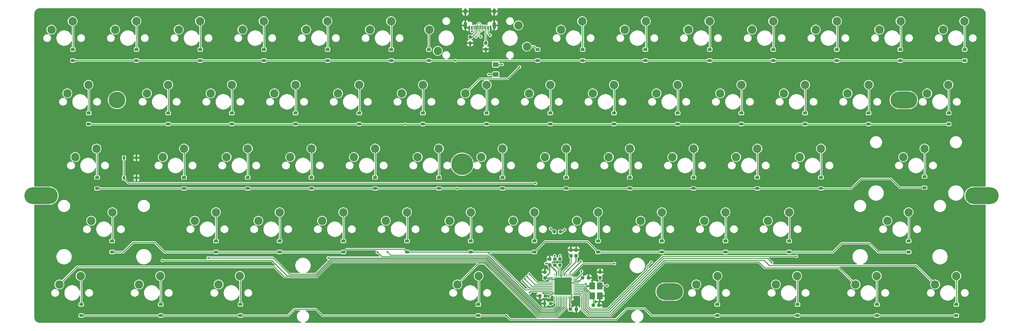
<source format=gbl>
G04 #@! TF.GenerationSoftware,KiCad,Pcbnew,8.0.4*
G04 #@! TF.CreationDate,2024-08-16T15:43:28+02:00*
G04 #@! TF.ProjectId,keyboard,6b657962-6f61-4726-942e-6b696361645f,rev?*
G04 #@! TF.SameCoordinates,Original*
G04 #@! TF.FileFunction,Copper,L2,Bot*
G04 #@! TF.FilePolarity,Positive*
%FSLAX46Y46*%
G04 Gerber Fmt 4.6, Leading zero omitted, Abs format (unit mm)*
G04 Created by KiCad (PCBNEW 8.0.4) date 2024-08-16 15:43:28*
%MOMM*%
%LPD*%
G01*
G04 APERTURE LIST*
G04 Aperture macros list*
%AMRoundRect*
0 Rectangle with rounded corners*
0 $1 Rounding radius*
0 $2 $3 $4 $5 $6 $7 $8 $9 X,Y pos of 4 corners*
0 Add a 4 corners polygon primitive as box body*
4,1,4,$2,$3,$4,$5,$6,$7,$8,$9,$2,$3,0*
0 Add four circle primitives for the rounded corners*
1,1,$1+$1,$2,$3*
1,1,$1+$1,$4,$5*
1,1,$1+$1,$6,$7*
1,1,$1+$1,$8,$9*
0 Add four rect primitives between the rounded corners*
20,1,$1+$1,$2,$3,$4,$5,0*
20,1,$1+$1,$4,$5,$6,$7,0*
20,1,$1+$1,$6,$7,$8,$9,0*
20,1,$1+$1,$8,$9,$2,$3,0*%
G04 Aperture macros list end*
G04 #@! TA.AperFunction,SMDPad,CuDef*
%ADD10R,0.600000X1.100000*%
G04 #@! TD*
G04 #@! TA.AperFunction,SMDPad,CuDef*
%ADD11R,0.300000X1.240000*%
G04 #@! TD*
G04 #@! TA.AperFunction,ComponentPad*
%ADD12O,1.000000X2.200000*%
G04 #@! TD*
G04 #@! TA.AperFunction,ComponentPad*
%ADD13O,1.000000X1.800000*%
G04 #@! TD*
G04 #@! TA.AperFunction,ComponentPad*
%ADD14C,2.500000*%
G04 #@! TD*
G04 #@! TA.AperFunction,ComponentPad*
%ADD15C,6.500000*%
G04 #@! TD*
G04 #@! TA.AperFunction,ComponentPad*
%ADD16O,8.000000X5.000000*%
G04 #@! TD*
G04 #@! TA.AperFunction,ComponentPad*
%ADD17O,10.000000X5.000000*%
G04 #@! TD*
G04 #@! TA.AperFunction,ComponentPad*
%ADD18C,5.000000*%
G04 #@! TD*
G04 #@! TA.AperFunction,SMDPad,CuDef*
%ADD19RoundRect,0.237500X0.250000X0.237500X-0.250000X0.237500X-0.250000X-0.237500X0.250000X-0.237500X0*%
G04 #@! TD*
G04 #@! TA.AperFunction,SMDPad,CuDef*
%ADD20RoundRect,0.237500X-0.237500X0.250000X-0.237500X-0.250000X0.237500X-0.250000X0.237500X0.250000X0*%
G04 #@! TD*
G04 #@! TA.AperFunction,SMDPad,CuDef*
%ADD21RoundRect,0.237500X-0.300000X-0.237500X0.300000X-0.237500X0.300000X0.237500X-0.300000X0.237500X0*%
G04 #@! TD*
G04 #@! TA.AperFunction,SMDPad,CuDef*
%ADD22RoundRect,0.237500X0.237500X-0.300000X0.237500X0.300000X-0.237500X0.300000X-0.237500X-0.300000X0*%
G04 #@! TD*
G04 #@! TA.AperFunction,SMDPad,CuDef*
%ADD23RoundRect,0.237500X0.300000X0.237500X-0.300000X0.237500X-0.300000X-0.237500X0.300000X-0.237500X0*%
G04 #@! TD*
G04 #@! TA.AperFunction,SMDPad,CuDef*
%ADD24RoundRect,0.237500X0.237500X-0.250000X0.237500X0.250000X-0.237500X0.250000X-0.237500X-0.250000X0*%
G04 #@! TD*
G04 #@! TA.AperFunction,SMDPad,CuDef*
%ADD25R,0.750000X1.000000*%
G04 #@! TD*
G04 #@! TA.AperFunction,SMDPad,CuDef*
%ADD26R,1.800000X2.100000*%
G04 #@! TD*
G04 #@! TA.AperFunction,SMDPad,CuDef*
%ADD27RoundRect,0.250001X0.624999X-0.462499X0.624999X0.462499X-0.624999X0.462499X-0.624999X-0.462499X0*%
G04 #@! TD*
G04 #@! TA.AperFunction,SMDPad,CuDef*
%ADD28RoundRect,0.225000X0.375000X-0.225000X0.375000X0.225000X-0.375000X0.225000X-0.375000X-0.225000X0*%
G04 #@! TD*
G04 #@! TA.AperFunction,SMDPad,CuDef*
%ADD29RoundRect,0.062500X-0.062500X0.475000X-0.062500X-0.475000X0.062500X-0.475000X0.062500X0.475000X0*%
G04 #@! TD*
G04 #@! TA.AperFunction,SMDPad,CuDef*
%ADD30RoundRect,0.062500X-0.475000X0.062500X-0.475000X-0.062500X0.475000X-0.062500X0.475000X0.062500X0*%
G04 #@! TD*
G04 #@! TA.AperFunction,HeatsinkPad*
%ADD31R,5.200000X5.200000*%
G04 #@! TD*
G04 #@! TA.AperFunction,ViaPad*
%ADD32C,0.600000*%
G04 #@! TD*
G04 #@! TA.AperFunction,Conductor*
%ADD33C,0.300000*%
G04 #@! TD*
G04 #@! TA.AperFunction,Conductor*
%ADD34C,0.250000*%
G04 #@! TD*
G04 #@! TA.AperFunction,Conductor*
%ADD35C,0.200000*%
G04 #@! TD*
G04 APERTURE END LIST*
D10*
X130550000Y-6275000D03*
X131350000Y-6275000D03*
D11*
X132500000Y-6200000D03*
X133500000Y-6200000D03*
X134000000Y-6200000D03*
X135000000Y-6200000D03*
D10*
X136150000Y-6275000D03*
X136950000Y-6275000D03*
X136950000Y-6275000D03*
X136150000Y-6275000D03*
D11*
X135500000Y-6200000D03*
X134500000Y-6200000D03*
X133000000Y-6200000D03*
X132000000Y-6200000D03*
D10*
X131350000Y-6275000D03*
X130550000Y-6275000D03*
D12*
X129430000Y-5600000D03*
D13*
X129430000Y-1400000D03*
D12*
X138070000Y-5600000D03*
D13*
X138070000Y-1400000D03*
D14*
X129415000Y-25910000D03*
X135765000Y-23370000D03*
X186565000Y-25910000D03*
X192915000Y-23370000D03*
X177040000Y-6860000D03*
X183390000Y-4320000D03*
X222283750Y-83060000D03*
X228633750Y-80520000D03*
D15*
X128450000Y-47100000D03*
D14*
X100840000Y-6860000D03*
X107190000Y-4320000D03*
X246096250Y-83060000D03*
X252446250Y-80520000D03*
X253240000Y-6860000D03*
X259590000Y-4320000D03*
X43690000Y-6860000D03*
X50040000Y-4320000D03*
X24640000Y-6860000D03*
X30990000Y-4320000D03*
X224665000Y-25910000D03*
X231015000Y-23370000D03*
X210377500Y-44960000D03*
X216727500Y-42420000D03*
X145290000Y-5590000D03*
X147830000Y-11940000D03*
X157990000Y-6860000D03*
X164340000Y-4320000D03*
X269908750Y-83060000D03*
X276258750Y-80520000D03*
X38927500Y-44960000D03*
X45277500Y-42420000D03*
X5590000Y-6860000D03*
X11940000Y-4320000D03*
X205615000Y-25910000D03*
X211965000Y-23370000D03*
X260383750Y-44960000D03*
X266733750Y-42420000D03*
X162752500Y-64010000D03*
X169102500Y-61470000D03*
X105602500Y-64010000D03*
X111952500Y-61470000D03*
X121160000Y-13210000D03*
X118620000Y-6860000D03*
X196090000Y-6860000D03*
X202440000Y-4320000D03*
D16*
X260550000Y-27900000D03*
D14*
X243715000Y-25910000D03*
X250065000Y-23370000D03*
X110365000Y-25910000D03*
X116715000Y-23370000D03*
X134177500Y-44960000D03*
X140527500Y-42420000D03*
X172277500Y-44960000D03*
X178627500Y-42420000D03*
X153227500Y-44960000D03*
X159577500Y-42420000D03*
X34165000Y-25910000D03*
X40515000Y-23370000D03*
X234190000Y-6860000D03*
X240540000Y-4320000D03*
X86552500Y-64010000D03*
X92902500Y-61470000D03*
X191327500Y-44960000D03*
X197677500Y-42420000D03*
D17*
X2500000Y-56500000D03*
D14*
X198471250Y-83060000D03*
X204821250Y-80520000D03*
X55596250Y-83060000D03*
X61946250Y-80520000D03*
X127033750Y-83060000D03*
X133383750Y-80520000D03*
X148465000Y-25910000D03*
X154815000Y-23370000D03*
X77027500Y-44960000D03*
X83377500Y-42420000D03*
X255621250Y-64010000D03*
X261971250Y-61470000D03*
X167515000Y-25910000D03*
X173865000Y-23370000D03*
X124652500Y-64010000D03*
X131002500Y-61470000D03*
X115127500Y-44960000D03*
X121477500Y-42420000D03*
X67502500Y-64010000D03*
X73852500Y-61470000D03*
X215140000Y-6860000D03*
X221490000Y-4320000D03*
D18*
X25200000Y-27900000D03*
D14*
X219902500Y-64010000D03*
X226252500Y-61470000D03*
X181802500Y-64010000D03*
X188152500Y-61470000D03*
X272290000Y-6860000D03*
X278640000Y-4320000D03*
X81790000Y-6860000D03*
X88140000Y-4320000D03*
X72265000Y-25910000D03*
X78615000Y-23370000D03*
X267527500Y-25910000D03*
X273877500Y-23370000D03*
X57977500Y-44960000D03*
X64327500Y-42420000D03*
X17496250Y-64010000D03*
X23846250Y-61470000D03*
X7971250Y-83060000D03*
X14321250Y-80520000D03*
X200852500Y-64010000D03*
X207202500Y-61470000D03*
D16*
X190500000Y-85200000D03*
D14*
X143702500Y-64010000D03*
X150052500Y-61470000D03*
X62740000Y-6860000D03*
X69090000Y-4320000D03*
X229427500Y-44960000D03*
X235777500Y-42420000D03*
X96077500Y-44960000D03*
X102427500Y-42420000D03*
X48452500Y-64010000D03*
X54802500Y-61470000D03*
X10352500Y-25910000D03*
X16702500Y-23370000D03*
X31783750Y-83060000D03*
X38133750Y-80520000D03*
X12733750Y-44960000D03*
X19083750Y-42420000D03*
X53215000Y-25910000D03*
X59565000Y-23370000D03*
D17*
X283900000Y-56500000D03*
D14*
X91315000Y-25910000D03*
X97665000Y-23370000D03*
D19*
X154912500Y-88750000D03*
X153087500Y-88750000D03*
D20*
X157650000Y-75437500D03*
X157650000Y-77262500D03*
D21*
X160837500Y-90500000D03*
X162562500Y-90500000D03*
D22*
X169700000Y-81062500D03*
X169700000Y-79337500D03*
D23*
X153362500Y-86500000D03*
X151637500Y-86500000D03*
D20*
X156150000Y-75437500D03*
X156150000Y-77262500D03*
X130850000Y-9087500D03*
X130850000Y-10912500D03*
D24*
X135500000Y-12712500D03*
X135500000Y-10887500D03*
D22*
X161000000Y-74462500D03*
X161000000Y-72737500D03*
D25*
X31025000Y-51200000D03*
X31025000Y-45200000D03*
X27275000Y-51200000D03*
X27275000Y-45200000D03*
D22*
X153162500Y-81112500D03*
X153162500Y-79387500D03*
D19*
X157812500Y-67300000D03*
X155987500Y-67300000D03*
D22*
X162550000Y-74462500D03*
X162550000Y-72737500D03*
X154662500Y-77212500D03*
X154662500Y-75487500D03*
D23*
X169362500Y-89300000D03*
X167637500Y-89300000D03*
D21*
X164500000Y-81050000D03*
X166225000Y-81050000D03*
D26*
X167350000Y-86450000D03*
X167350000Y-83550000D03*
X169650000Y-83550000D03*
X169650000Y-86450000D03*
D27*
X138500000Y-20275000D03*
X138500000Y-17300000D03*
D28*
X12000000Y-16100000D03*
X12000000Y-12800000D03*
X31050000Y-16100000D03*
X31050000Y-12800000D03*
X50100000Y-16100000D03*
X50100000Y-12800000D03*
X69150000Y-16100000D03*
X69150000Y-12800000D03*
X88200000Y-16100000D03*
X88200000Y-12800000D03*
X107250000Y-16100000D03*
X107250000Y-12800000D03*
X118500000Y-16100000D03*
X118500000Y-12800000D03*
X151000000Y-16100000D03*
X151000000Y-12800000D03*
X164500000Y-16100000D03*
X164500000Y-12800000D03*
X183250000Y-16100000D03*
X183250000Y-12800000D03*
X202500000Y-16100000D03*
X202500000Y-12800000D03*
X221500000Y-16100000D03*
X221500000Y-12800000D03*
X240500000Y-16100000D03*
X240500000Y-12800000D03*
X259500000Y-16100000D03*
X259500000Y-12800000D03*
X278750000Y-16100000D03*
X278750000Y-12800000D03*
X16750000Y-35100000D03*
X16750000Y-31800000D03*
X40500000Y-35100000D03*
X40500000Y-31800000D03*
X59550000Y-35100000D03*
X59550000Y-31800000D03*
X78600000Y-35100000D03*
X78600000Y-31800000D03*
X97650000Y-35100000D03*
X97650000Y-31800000D03*
X116700000Y-35100000D03*
X116700000Y-31800000D03*
X135750000Y-35100000D03*
X135750000Y-31800000D03*
X154800000Y-35100000D03*
X154800000Y-31800000D03*
X173850000Y-35100000D03*
X173850000Y-31800000D03*
X192900000Y-35100000D03*
X192900000Y-31800000D03*
X211950000Y-35100000D03*
X211950000Y-31800000D03*
X231000000Y-35100000D03*
X231000000Y-31800000D03*
X250000000Y-35100000D03*
X250000000Y-31800000D03*
X274000000Y-35100000D03*
X274000000Y-31800000D03*
X19250000Y-54350000D03*
X19250000Y-51050000D03*
X45250000Y-54350000D03*
X45250000Y-51050000D03*
X64300000Y-54350000D03*
X64300000Y-51050000D03*
X83350000Y-54350000D03*
X83350000Y-51050000D03*
X102400000Y-54350000D03*
X102400000Y-51050000D03*
X121500000Y-54350000D03*
X121500000Y-51050000D03*
X140500000Y-54350000D03*
X140500000Y-51050000D03*
X159550000Y-54350000D03*
X159550000Y-51050000D03*
X178600000Y-54350000D03*
X178600000Y-51050000D03*
X197650000Y-54350000D03*
X197650000Y-51050000D03*
X216700000Y-54350000D03*
X216700000Y-51050000D03*
X235750000Y-54350000D03*
X235750000Y-51050000D03*
X266750000Y-54100000D03*
X266750000Y-50800000D03*
X23750000Y-73350000D03*
X23750000Y-70050000D03*
X54800000Y-73350000D03*
X54800000Y-70050000D03*
X73850000Y-73350000D03*
X73850000Y-70050000D03*
X92900000Y-73350000D03*
X92900000Y-70050000D03*
X111950000Y-73350000D03*
X111950000Y-70050000D03*
X131000000Y-73350000D03*
X131000000Y-70050000D03*
X150050000Y-73350000D03*
X150050000Y-70050000D03*
X169100000Y-73350000D03*
X169100000Y-70050000D03*
X188150000Y-73350000D03*
X188150000Y-70050000D03*
X207200000Y-73350000D03*
X207200000Y-70050000D03*
X226250000Y-73350000D03*
X226250000Y-70050000D03*
X262000000Y-73350000D03*
X262000000Y-70050000D03*
X14500000Y-92350000D03*
X14500000Y-89050000D03*
X38312500Y-92350000D03*
X38312500Y-89050000D03*
X62125000Y-92350000D03*
X62125000Y-89050000D03*
X133250000Y-92350000D03*
X133250000Y-89050000D03*
X204750000Y-92350000D03*
X204750000Y-89050000D03*
X228750000Y-92350000D03*
X228750000Y-89050000D03*
X252500000Y-92350000D03*
X252500000Y-89050000D03*
X276250000Y-92350000D03*
X276250000Y-89050000D03*
D29*
X156150000Y-80262500D03*
X156650000Y-80262500D03*
X157150000Y-80262500D03*
X157650000Y-80262500D03*
X158150000Y-80262500D03*
X158650000Y-80262500D03*
X159150000Y-80262500D03*
X159650000Y-80262500D03*
X160150000Y-80262500D03*
X160650000Y-80262500D03*
X161150000Y-80262500D03*
D30*
X161987500Y-81100000D03*
X161987500Y-81600000D03*
X161987500Y-82100000D03*
X161987500Y-82600000D03*
X161987500Y-83100000D03*
X161987500Y-83600000D03*
X161987500Y-84100000D03*
X161987500Y-84600000D03*
X161987500Y-85100000D03*
X161987500Y-85600000D03*
X161987500Y-86100000D03*
D29*
X161150000Y-86937500D03*
X160650000Y-86937500D03*
X160150000Y-86937500D03*
X159650000Y-86937500D03*
X159150000Y-86937500D03*
X158650000Y-86937500D03*
X158150000Y-86937500D03*
X157650000Y-86937500D03*
X157150000Y-86937500D03*
X156650000Y-86937500D03*
X156150000Y-86937500D03*
D30*
X155312500Y-86100000D03*
X155312500Y-85600000D03*
X155312500Y-85100000D03*
X155312500Y-84600000D03*
X155312500Y-84100000D03*
X155312500Y-83600000D03*
X155312500Y-83100000D03*
X155312500Y-82600000D03*
X155312500Y-82100000D03*
X155312500Y-81600000D03*
X155312500Y-81100000D03*
D31*
X158650000Y-83600000D03*
D32*
X136400000Y-20300000D03*
X138300000Y-7900000D03*
X38800000Y-75900000D03*
X52500000Y-75100000D03*
X88400000Y-75100000D03*
X103100000Y-73400000D03*
X106100000Y-73400000D03*
X148500000Y-80000000D03*
X145600000Y-18000000D03*
X163950000Y-76150000D03*
X174000000Y-76800000D03*
X185000000Y-76400000D03*
X221033751Y-76500000D03*
X228400000Y-74600000D03*
X126400000Y-16150000D03*
X147843506Y-80756494D03*
X111400000Y-35150000D03*
X147171753Y-81428247D03*
X146500000Y-82100000D03*
X126800000Y-54400000D03*
X148600000Y-85500000D03*
X141700000Y-92400000D03*
X149100000Y-46700000D03*
X133500000Y-56000000D03*
X152900000Y-57200000D03*
X152800000Y-52700000D03*
X91300000Y-93500000D03*
X150250000Y-86500000D03*
X121200000Y-93300000D03*
X140750000Y-70000000D03*
X171800000Y-83400000D03*
X165500000Y-82800000D03*
X136800000Y-8550000D03*
X140400000Y-17300000D03*
X131350000Y-7450000D03*
X134000000Y-9000000D03*
X157700000Y-74500000D03*
X132600000Y-9000000D03*
X156100000Y-74500000D03*
X150400000Y-52800000D03*
X159100000Y-66700000D03*
X164150000Y-79150000D03*
X163450000Y-82100000D03*
X160255307Y-78605307D03*
X154900000Y-66350000D03*
X156056250Y-78606250D03*
X153500000Y-76800000D03*
X160650000Y-89150000D03*
X154412500Y-86800000D03*
D33*
X138475000Y-20300000D02*
X138500000Y-20275000D01*
X136400000Y-20300000D02*
X138475000Y-20300000D01*
D34*
X140400000Y-17300000D02*
X138500000Y-17300000D01*
D33*
X136950000Y-6550000D02*
X138300000Y-7900000D01*
X136950000Y-6275000D02*
X136950000Y-6550000D01*
D34*
X136150000Y-6275000D02*
X136150000Y-7900000D01*
D35*
X133780000Y-7300000D02*
X134220000Y-7300000D01*
X133500000Y-7020000D02*
X133780000Y-7300000D01*
X133500000Y-6200000D02*
X133500000Y-7020000D01*
X133500000Y-8500000D02*
X133500000Y-6200000D01*
X134000000Y-9000000D02*
X133500000Y-8500000D01*
X133000000Y-8600000D02*
X133000000Y-6200000D01*
X132600000Y-9000000D02*
X133000000Y-8600000D01*
X134220000Y-7300000D02*
X134500000Y-7020000D01*
X134500000Y-7020000D02*
X134500000Y-6200000D01*
X133350000Y-4900000D02*
X133650000Y-4900000D01*
X133650000Y-4900000D02*
X134000000Y-5250000D01*
X133000000Y-5250000D02*
X133350000Y-4900000D01*
X133000000Y-6200000D02*
X133000000Y-5250000D01*
X134000000Y-5250000D02*
X134000000Y-6200000D01*
D34*
X12025000Y-12825000D02*
X12000000Y-12850000D01*
X11940000Y-4320000D02*
X12025000Y-4405000D01*
X12025000Y-4405000D02*
X12025000Y-12825000D01*
X31075000Y-4405000D02*
X31075000Y-12825000D01*
X31075000Y-12825000D02*
X31050000Y-12850000D01*
X30990000Y-4320000D02*
X31075000Y-4405000D01*
X7971250Y-83060000D02*
X13231250Y-77800000D01*
X156559796Y-92400000D02*
X159150000Y-89809796D01*
X13231250Y-77800000D02*
X72200000Y-77800000D01*
X89427388Y-76300000D02*
X135271570Y-76300000D01*
X151371570Y-92400000D02*
X156559796Y-92400000D01*
X72200000Y-77800000D02*
X75200000Y-80800000D01*
X159150000Y-89809796D02*
X159150000Y-86937500D01*
X75200000Y-80800000D02*
X84927388Y-80800000D01*
X135271570Y-76300000D02*
X151371570Y-92400000D01*
X84927388Y-80800000D02*
X89427388Y-76300000D01*
X135437256Y-75900000D02*
X151537256Y-92000000D01*
X71500000Y-75900000D02*
X75993900Y-80393900D01*
X158650000Y-89744110D02*
X158650000Y-86937500D01*
X84767802Y-80393900D02*
X89261702Y-75900000D01*
X156394110Y-92000000D02*
X158650000Y-89744110D01*
X151537256Y-92000000D02*
X156394110Y-92000000D01*
X89261702Y-75900000D02*
X135437256Y-75900000D01*
X38800000Y-75900000D02*
X71500000Y-75900000D01*
X75993900Y-80393900D02*
X84767802Y-80393900D01*
X139151471Y-79048529D02*
X135602942Y-75500000D01*
X151702942Y-91600000D02*
X139151471Y-79048529D01*
X84602116Y-79993900D02*
X76793900Y-79993900D01*
X152200000Y-91600000D02*
X151702942Y-91600000D01*
X158150000Y-89678424D02*
X156228424Y-91600000D01*
X156228424Y-91600000D02*
X152200000Y-91600000D01*
X135602942Y-75500000D02*
X127100000Y-75500000D01*
X158150000Y-86937500D02*
X158150000Y-89678424D01*
X74600000Y-77800000D02*
X71900000Y-75100000D01*
X89096016Y-75500000D02*
X84602116Y-79993900D01*
X76793900Y-79993900D02*
X74600000Y-77800000D01*
X127100000Y-75500000D02*
X89096016Y-75500000D01*
X71900000Y-75100000D02*
X52500000Y-75100000D01*
X151868628Y-91200000D02*
X156062738Y-91200000D01*
X135768628Y-75100000D02*
X151868628Y-91200000D01*
X156062738Y-91200000D02*
X157650000Y-89612738D01*
X88400000Y-75100000D02*
X135768628Y-75100000D01*
X157650000Y-89612738D02*
X157650000Y-86937500D01*
X152034314Y-90800000D02*
X139717157Y-78482843D01*
X135934314Y-74700000D02*
X127200000Y-74700000D01*
X155897052Y-90800000D02*
X152200000Y-90800000D01*
X104400000Y-74700000D02*
X103100000Y-73400000D01*
X127200000Y-74700000D02*
X104400000Y-74700000D01*
X152200000Y-90800000D02*
X152034314Y-90800000D01*
X157150000Y-89547052D02*
X155897052Y-90800000D01*
X139717157Y-78482843D02*
X135934314Y-74700000D01*
X157150000Y-86937500D02*
X157150000Y-89547052D01*
X155100000Y-90400000D02*
X152200000Y-90400000D01*
X140000000Y-78200000D02*
X136100000Y-74300000D01*
X152200000Y-90400000D02*
X140000000Y-78200000D01*
X107000000Y-74300000D02*
X106100000Y-73400000D01*
X155731366Y-90400000D02*
X155100000Y-90400000D01*
X156650000Y-86937500D02*
X156650000Y-89481366D01*
X136100000Y-74300000D02*
X127100000Y-74300000D01*
X127100000Y-74300000D02*
X107000000Y-74300000D01*
X156650000Y-89481366D02*
X155731366Y-90400000D01*
X159650000Y-89875482D02*
X159650000Y-86937500D01*
X156725482Y-92800000D02*
X159650000Y-89875482D01*
X133393750Y-76700000D02*
X135105884Y-76700000D01*
X127033750Y-83060000D02*
X133393750Y-76700000D01*
X151205884Y-92800000D02*
X156725482Y-92800000D01*
X135105884Y-76700000D02*
X151205884Y-92800000D01*
X142100000Y-21550000D02*
X133825000Y-21550000D01*
X151100000Y-82600000D02*
X155312500Y-82600000D01*
X145600000Y-18050000D02*
X142100000Y-21550000D01*
X148500000Y-80000000D02*
X151100000Y-82600000D01*
X133825000Y-21500000D02*
X129415000Y-25910000D01*
X145290000Y-5590000D02*
X145375000Y-5675000D01*
X163950000Y-76165108D02*
X160650000Y-79465108D01*
X160650000Y-79465108D02*
X160650000Y-80262500D01*
X163950000Y-76150000D02*
X163950000Y-76165108D01*
X164612500Y-76800000D02*
X174000000Y-76800000D01*
X161150000Y-80262500D02*
X164612500Y-76800000D01*
X183800000Y-77600000D02*
X183800000Y-78500000D01*
X166900000Y-90400000D02*
X166100000Y-89600000D01*
X171900000Y-90400000D02*
X171600000Y-90400000D01*
X166100000Y-85365686D02*
X164834314Y-84100000D01*
X166100000Y-89600000D02*
X166100000Y-85365686D01*
X183800000Y-78500000D02*
X171900000Y-90400000D01*
X164834314Y-84100000D02*
X161987500Y-84100000D01*
X185000000Y-76400000D02*
X183800000Y-77600000D01*
X171600000Y-90400000D02*
X166900000Y-90400000D01*
X219733751Y-75200000D02*
X221033751Y-76500000D01*
X166500000Y-91400000D02*
X172500000Y-91400000D01*
X164500000Y-85100000D02*
X165100000Y-85700000D01*
X172500000Y-91400000D02*
X188700000Y-75200000D01*
X165100000Y-85700000D02*
X165100000Y-90000000D01*
X188700000Y-75200000D02*
X219733751Y-75200000D01*
X161987500Y-85100000D02*
X164500000Y-85100000D01*
X165100000Y-90000000D02*
X166500000Y-91400000D01*
X166700000Y-90900000D02*
X169500000Y-90900000D01*
X165600000Y-85500000D02*
X165600000Y-88300000D01*
X165600000Y-89800000D02*
X166300000Y-90500000D01*
X165600000Y-88300000D02*
X165600000Y-89665686D01*
X164700000Y-84600000D02*
X165600000Y-85500000D01*
X166300000Y-90500000D02*
X166700000Y-90900000D01*
X161987500Y-84600000D02*
X164700000Y-84600000D01*
X165600000Y-89665686D02*
X165600000Y-89800000D01*
X192000000Y-74600000D02*
X228400000Y-74600000D01*
X188500000Y-74600000D02*
X192000000Y-74600000D01*
X178700000Y-84400000D02*
X188500000Y-74600000D01*
X172200000Y-90900000D02*
X178700000Y-84400000D01*
X169500000Y-90900000D02*
X172200000Y-90900000D01*
X164100000Y-86600000D02*
X164100000Y-90400000D01*
X164100000Y-90400000D02*
X166100000Y-92400000D01*
X166100000Y-92400000D02*
X173000000Y-92400000D01*
X173000000Y-92400000D02*
X189100000Y-76300000D01*
X241136250Y-78100000D02*
X246096250Y-83060000D01*
X218900000Y-78100000D02*
X241136250Y-78100000D01*
X217100000Y-76300000D02*
X218900000Y-78100000D01*
X189100000Y-76300000D02*
X217100000Y-76300000D01*
X163600000Y-86100000D02*
X164100000Y-86600000D01*
X161987500Y-86100000D02*
X163600000Y-86100000D01*
X188900000Y-75800000D02*
X218700000Y-75800000D01*
X164300000Y-85600000D02*
X164600000Y-85900000D01*
X264248750Y-77400000D02*
X269908750Y-83060000D01*
X172800000Y-91900000D02*
X188900000Y-75800000D01*
X220300000Y-77400000D02*
X264248750Y-77400000D01*
X218700000Y-75800000D02*
X220300000Y-77400000D01*
X164600000Y-85900000D02*
X164600000Y-90200000D01*
X164600000Y-90200000D02*
X166300000Y-91900000D01*
X166300000Y-91900000D02*
X172800000Y-91900000D01*
X161987500Y-85600000D02*
X164300000Y-85600000D01*
X50040000Y-4320000D02*
X50125000Y-4405000D01*
X50125000Y-12825000D02*
X50100000Y-12850000D01*
X50125000Y-4405000D02*
X50125000Y-12825000D01*
X221500000Y-16150000D02*
X202500000Y-16150000D01*
X183250000Y-16150000D02*
X164500000Y-16150000D01*
X259500000Y-16150000D02*
X240500000Y-16150000D01*
X69150000Y-16150000D02*
X50100000Y-16150000D01*
X164500000Y-16150000D02*
X151000000Y-16150000D01*
X126400000Y-16150000D02*
X118500000Y-16150000D01*
X202500000Y-16150000D02*
X183250000Y-16150000D01*
X153587500Y-83100000D02*
X150187012Y-83100000D01*
X118500000Y-16150000D02*
X107250000Y-16150000D01*
X88200000Y-16150000D02*
X107250000Y-16150000D01*
X151000000Y-16150000D02*
X126400000Y-16150000D01*
X240500000Y-16150000D02*
X221500000Y-16150000D01*
X278750000Y-16150000D02*
X259500000Y-16150000D01*
X155300000Y-83100000D02*
X153587500Y-83100000D01*
X50100000Y-16150000D02*
X31050000Y-16150000D01*
X69150000Y-16150000D02*
X88200000Y-16150000D01*
X150187012Y-83100000D02*
X147843506Y-80756494D01*
X31050000Y-16150000D02*
X12000000Y-16150000D01*
X59550000Y-35150000D02*
X78600000Y-35150000D01*
X97650000Y-35150000D02*
X111400000Y-35150000D01*
X274000000Y-35150000D02*
X250000000Y-35150000D01*
X16750000Y-35150000D02*
X40500000Y-35150000D01*
X154800000Y-35150000D02*
X173850000Y-35150000D01*
X155300000Y-83600000D02*
X153587500Y-83600000D01*
X135750000Y-35150000D02*
X154800000Y-35150000D01*
X211950000Y-35150000D02*
X231000000Y-35150000D01*
X173850000Y-35150000D02*
X192900000Y-35150000D01*
X78600000Y-35150000D02*
X97650000Y-35150000D01*
X40500000Y-35150000D02*
X59550000Y-35150000D01*
X231000000Y-35150000D02*
X250000000Y-35150000D01*
X192900000Y-35150000D02*
X211950000Y-35150000D01*
X116700000Y-35150000D02*
X135750000Y-35150000D01*
X149343506Y-83600000D02*
X147171753Y-81428247D01*
X153587500Y-83600000D02*
X149343506Y-83600000D01*
X111400000Y-35150000D02*
X116700000Y-35150000D01*
X140500000Y-54400000D02*
X126800000Y-54400000D01*
X148500000Y-84100000D02*
X146500000Y-82100000D01*
X153587500Y-84100000D02*
X148500000Y-84100000D01*
X83350000Y-54400000D02*
X64300000Y-54400000D01*
X155300000Y-84100000D02*
X153587500Y-84100000D01*
X216700000Y-54400000D02*
X197650000Y-54400000D01*
X159550000Y-54400000D02*
X140500000Y-54400000D01*
X197650000Y-54400000D02*
X178600000Y-54400000D01*
X259400000Y-54150000D02*
X256750000Y-51500000D01*
X126800000Y-54400000D02*
X121500000Y-54400000D01*
X247750000Y-51500000D02*
X244850000Y-54400000D01*
X178600000Y-54400000D02*
X159550000Y-54400000D01*
X64300000Y-54400000D02*
X45250000Y-54400000D01*
X244850000Y-54400000D02*
X235750000Y-54400000D01*
X266750000Y-54150000D02*
X259400000Y-54150000D01*
X45250000Y-54400000D02*
X19250000Y-54400000D01*
X102400000Y-54400000D02*
X83350000Y-54400000D01*
X256750000Y-51500000D02*
X247750000Y-51500000D01*
X235750000Y-54400000D02*
X216700000Y-54400000D01*
X121500000Y-54400000D02*
X102400000Y-54400000D01*
X252900000Y-73400000D02*
X250250000Y-70750000D01*
X250250000Y-70750000D02*
X242000000Y-70750000D01*
X73850000Y-73400000D02*
X54800000Y-73400000D01*
X134000000Y-73400000D02*
X131000000Y-73400000D01*
X136000000Y-73400000D02*
X134000000Y-73400000D01*
X226250000Y-73400000D02*
X207200000Y-73400000D01*
X188150000Y-73400000D02*
X169100000Y-73400000D01*
X165950000Y-70250000D02*
X169100000Y-73400000D01*
X23750000Y-73400000D02*
X27100000Y-73400000D01*
X207200000Y-73400000D02*
X188150000Y-73400000D01*
X36500000Y-70500000D02*
X39400000Y-73400000D01*
X92900000Y-73400000D02*
X73850000Y-73400000D01*
X147200000Y-84600000D02*
X136000000Y-73400000D01*
X92900000Y-73400000D02*
X93800000Y-72500000D01*
X242000000Y-70750000D02*
X239350000Y-73400000D01*
X30000000Y-70500000D02*
X36500000Y-70500000D01*
X93800000Y-72500000D02*
X111050000Y-72500000D01*
X39400000Y-73400000D02*
X54800000Y-73400000D01*
X27100000Y-73400000D02*
X30000000Y-70500000D01*
X150050000Y-73400000D02*
X134000000Y-73400000D01*
X155300000Y-84600000D02*
X147200000Y-84600000D01*
X153200000Y-70250000D02*
X165950000Y-70250000D01*
X111050000Y-72500000D02*
X111950000Y-73400000D01*
X150050000Y-73400000D02*
X153200000Y-70250000D01*
X262000000Y-73400000D02*
X252900000Y-73400000D01*
X131000000Y-73400000D02*
X111950000Y-73400000D01*
X239350000Y-73400000D02*
X226250000Y-73400000D01*
X38312500Y-92400000D02*
X62125000Y-92400000D01*
X133250000Y-92400000D02*
X141700000Y-92400000D01*
X84686000Y-90436000D02*
X78314000Y-90436000D01*
X149000000Y-85100000D02*
X148600000Y-85500000D01*
X204750000Y-92400000D02*
X185200000Y-92400000D01*
X177700000Y-90300000D02*
X174500000Y-93500000D01*
X155312500Y-85100000D02*
X152931134Y-85100000D01*
X174500000Y-93500000D02*
X142800000Y-93500000D01*
X78314000Y-90436000D02*
X76350000Y-92400000D01*
X38312500Y-92400000D02*
X14500000Y-92400000D01*
X185200000Y-92400000D02*
X183100000Y-90300000D01*
X183100000Y-90300000D02*
X177700000Y-90300000D01*
X276250000Y-92400000D02*
X252500000Y-92400000D01*
X86650000Y-92400000D02*
X84686000Y-90436000D01*
X76350000Y-92400000D02*
X62125000Y-92400000D01*
X133250000Y-92400000D02*
X86650000Y-92400000D01*
X152931134Y-85100000D02*
X149000000Y-85100000D01*
X252500000Y-92400000D02*
X228750000Y-92400000D01*
X142800000Y-93500000D02*
X141700000Y-92400000D01*
X228750000Y-92400000D02*
X204750000Y-92400000D01*
X69090000Y-4320000D02*
X69175000Y-4405000D01*
X69175000Y-4405000D02*
X69175000Y-12825000D01*
X69175000Y-12825000D02*
X69150000Y-12850000D01*
X88225000Y-12825000D02*
X88225000Y-4405000D01*
X88225000Y-4405000D02*
X88140000Y-4320000D01*
X88200000Y-12850000D02*
X88225000Y-12825000D01*
X107190000Y-4320000D02*
X107275000Y-4405000D01*
X107275000Y-4405000D02*
X107275000Y-12825000D01*
X107275000Y-12825000D02*
X107250000Y-12850000D01*
X118500000Y-6980000D02*
X118620000Y-6860000D01*
X118500000Y-12850000D02*
X118500000Y-6980000D01*
X147830000Y-11940000D02*
X150090000Y-11940000D01*
X150090000Y-11940000D02*
X151000000Y-12850000D01*
X164500000Y-12850000D02*
X164500000Y-4480000D01*
X164500000Y-4480000D02*
X164340000Y-4320000D01*
X183390000Y-4320000D02*
X183475000Y-4405000D01*
X183475000Y-4405000D02*
X183475000Y-12625000D01*
X183475000Y-12625000D02*
X183250000Y-12850000D01*
X202440000Y-4320000D02*
X202525000Y-4405000D01*
X202525000Y-12825000D02*
X202500000Y-12850000D01*
X202525000Y-4405000D02*
X202525000Y-12825000D01*
X221575000Y-4405000D02*
X221575000Y-12775000D01*
X221575000Y-12775000D02*
X221500000Y-12850000D01*
X221490000Y-4320000D02*
X221575000Y-4405000D01*
X240625000Y-4405000D02*
X240625000Y-12725000D01*
X240625000Y-12725000D02*
X240500000Y-12850000D01*
X240540000Y-4320000D02*
X240625000Y-4405000D01*
X259675000Y-4405000D02*
X259675000Y-12675000D01*
X259675000Y-12675000D02*
X259500000Y-12850000D01*
X259590000Y-4320000D02*
X259675000Y-4405000D01*
X278750000Y-4430000D02*
X278750000Y-12850000D01*
X278640000Y-4320000D02*
X278750000Y-4430000D01*
X16787500Y-23455000D02*
X16787500Y-31812500D01*
X16787500Y-31812500D02*
X16750000Y-31850000D01*
X16702500Y-23370000D02*
X16787500Y-23455000D01*
X40515000Y-23370000D02*
X40600000Y-23455000D01*
X40600000Y-23455000D02*
X40600000Y-31750000D01*
X40600000Y-31750000D02*
X40500000Y-31850000D01*
X59650000Y-23455000D02*
X59650000Y-31750000D01*
X59650000Y-31750000D02*
X59550000Y-31850000D01*
X59565000Y-23370000D02*
X59650000Y-23455000D01*
X78700000Y-23455000D02*
X78700000Y-31750000D01*
X78615000Y-23370000D02*
X78700000Y-23455000D01*
X78700000Y-31750000D02*
X78600000Y-31850000D01*
X97665000Y-23370000D02*
X97750000Y-23455000D01*
X97750000Y-31750000D02*
X97650000Y-31850000D01*
X97750000Y-23455000D02*
X97750000Y-31750000D01*
X116800000Y-31750000D02*
X116700000Y-31850000D01*
X116715000Y-23370000D02*
X116800000Y-23455000D01*
X116800000Y-23455000D02*
X116800000Y-31750000D01*
X135765000Y-23370000D02*
X135850000Y-23455000D01*
X135850000Y-31750000D02*
X135750000Y-31850000D01*
X135850000Y-23455000D02*
X135850000Y-31750000D01*
X154900000Y-31750000D02*
X154800000Y-31850000D01*
X154815000Y-23370000D02*
X154900000Y-23455000D01*
X154900000Y-23455000D02*
X154900000Y-31750000D01*
X173865000Y-23370000D02*
X173950000Y-23455000D01*
X173950000Y-31750000D02*
X173850000Y-31850000D01*
X173950000Y-23455000D02*
X173950000Y-31750000D01*
X193000000Y-31750000D02*
X192900000Y-31850000D01*
X192915000Y-23370000D02*
X193000000Y-23455000D01*
X193000000Y-23455000D02*
X193000000Y-31750000D01*
X212050000Y-31750000D02*
X211950000Y-31850000D01*
X212050000Y-23455000D02*
X212050000Y-31750000D01*
X211965000Y-23370000D02*
X212050000Y-23455000D01*
X231100000Y-31750000D02*
X231000000Y-31850000D01*
X231015000Y-23370000D02*
X231100000Y-23455000D01*
X231100000Y-23455000D02*
X231100000Y-31750000D01*
X250150000Y-31700000D02*
X250000000Y-31850000D01*
X250150000Y-23455000D02*
X250150000Y-31700000D01*
X250065000Y-23370000D02*
X250150000Y-23455000D01*
X274000000Y-31850000D02*
X274000000Y-23492500D01*
X274000000Y-23492500D02*
X273877500Y-23370000D01*
X19083750Y-42420000D02*
X19250000Y-42586250D01*
X19250000Y-42586250D02*
X19250000Y-51100000D01*
X45362500Y-50987500D02*
X45250000Y-51100000D01*
X45362500Y-42505000D02*
X45362500Y-50987500D01*
X45277500Y-42420000D02*
X45362500Y-42505000D01*
X64327500Y-42420000D02*
X64412500Y-42505000D01*
X64412500Y-50987500D02*
X64300000Y-51100000D01*
X64412500Y-42505000D02*
X64412500Y-50987500D01*
X83377500Y-42420000D02*
X83462500Y-42505000D01*
X83462500Y-50987500D02*
X83350000Y-51100000D01*
X83462500Y-42505000D02*
X83462500Y-50987500D01*
X102427500Y-42420000D02*
X102512500Y-42505000D01*
X102512500Y-50987500D02*
X102400000Y-51100000D01*
X102512500Y-42505000D02*
X102512500Y-50987500D01*
X121562500Y-42505000D02*
X121562500Y-51037500D01*
X121562500Y-51037500D02*
X121500000Y-51100000D01*
X121477500Y-42420000D02*
X121562500Y-42505000D01*
X140527500Y-42420000D02*
X140612500Y-42505000D01*
X140612500Y-50987500D02*
X140500000Y-51100000D01*
X140612500Y-42505000D02*
X140612500Y-50987500D01*
X159577500Y-42420000D02*
X159662500Y-42505000D01*
X159662500Y-42505000D02*
X159662500Y-50987500D01*
X159662500Y-50987500D02*
X159550000Y-51100000D01*
X178712500Y-42505000D02*
X178712500Y-50987500D01*
X178627500Y-42420000D02*
X178712500Y-42505000D01*
X178712500Y-50987500D02*
X178600000Y-51100000D01*
X197762500Y-42505000D02*
X197762500Y-50987500D01*
X197677500Y-42420000D02*
X197762500Y-42505000D01*
X197762500Y-50987500D02*
X197650000Y-51100000D01*
X216812500Y-50987500D02*
X216700000Y-51100000D01*
X216727500Y-42420000D02*
X216812500Y-42505000D01*
X216812500Y-42505000D02*
X216812500Y-50987500D01*
X235777500Y-42420000D02*
X235862500Y-42505000D01*
X235862500Y-50987500D02*
X235750000Y-51100000D01*
X235862500Y-42505000D02*
X235862500Y-50987500D01*
X266733750Y-42420000D02*
X266818750Y-42505000D01*
X266818750Y-50781250D02*
X266750000Y-50850000D01*
X266818750Y-42505000D02*
X266818750Y-50781250D01*
X23846250Y-61470000D02*
X23931250Y-61555000D01*
X23931250Y-69918750D02*
X23750000Y-70100000D01*
X23931250Y-61555000D02*
X23931250Y-69918750D01*
X54887500Y-70012500D02*
X54887500Y-61555000D01*
X54887500Y-61555000D02*
X54802500Y-61470000D01*
X54800000Y-70100000D02*
X54887500Y-70012500D01*
X73937500Y-70012500D02*
X73850000Y-70100000D01*
X73937500Y-61555000D02*
X73937500Y-70012500D01*
X73852500Y-61470000D02*
X73937500Y-61555000D01*
X92987500Y-61555000D02*
X92902500Y-61470000D01*
X92987500Y-70012500D02*
X92987500Y-61555000D01*
X92900000Y-70100000D02*
X92987500Y-70012500D01*
X112037500Y-70012500D02*
X112037500Y-61555000D01*
X112037500Y-61555000D02*
X111952500Y-61470000D01*
X111950000Y-70100000D02*
X112037500Y-70012500D01*
X131002500Y-61470000D02*
X131087500Y-61555000D01*
X131087500Y-61555000D02*
X131087500Y-70012500D01*
X131087500Y-70012500D02*
X131000000Y-70100000D01*
X150137500Y-61555000D02*
X150137500Y-70012500D01*
X150137500Y-70012500D02*
X150050000Y-70100000D01*
X150052500Y-61470000D02*
X150137500Y-61555000D01*
X169187500Y-70012500D02*
X169187500Y-61555000D01*
X169100000Y-70100000D02*
X169187500Y-70012500D01*
X169187500Y-61555000D02*
X169102500Y-61470000D01*
X188237500Y-70012500D02*
X188150000Y-70100000D01*
X188237500Y-61555000D02*
X188237500Y-70012500D01*
X188152500Y-61470000D02*
X188237500Y-61555000D01*
X207287500Y-61555000D02*
X207202500Y-61470000D01*
X207287500Y-70012500D02*
X207287500Y-61555000D01*
X207200000Y-70100000D02*
X207287500Y-70012500D01*
X226252500Y-61470000D02*
X226337500Y-61555000D01*
X226337500Y-61555000D02*
X226337500Y-70012500D01*
X226337500Y-70012500D02*
X226250000Y-70100000D01*
X262056250Y-61555000D02*
X261971250Y-61470000D01*
X262056250Y-69793750D02*
X262000000Y-69850000D01*
X262000000Y-70100000D02*
X262056250Y-70043750D01*
X262056250Y-70043750D02*
X262056250Y-61555000D01*
X14500000Y-80698750D02*
X14321250Y-80520000D01*
X14500000Y-89100000D02*
X14500000Y-80698750D01*
X38133750Y-80520000D02*
X38312500Y-80698750D01*
X38312500Y-80698750D02*
X38312500Y-89100000D01*
X61946250Y-80520000D02*
X62125000Y-80698750D01*
X62125000Y-80698750D02*
X62125000Y-89100000D01*
X133468750Y-88881250D02*
X133250000Y-89100000D01*
X133468750Y-80605000D02*
X133468750Y-88881250D01*
X133383750Y-80520000D02*
X133468750Y-80605000D01*
X204906250Y-88943750D02*
X204750000Y-89100000D01*
X204821250Y-80520000D02*
X204906250Y-80605000D01*
X204906250Y-80605000D02*
X204906250Y-88943750D01*
X228633750Y-80520000D02*
X228750000Y-80636250D01*
X228750000Y-80636250D02*
X228750000Y-89100000D01*
X252531250Y-89068750D02*
X252500000Y-89100000D01*
X252446250Y-80520000D02*
X252531250Y-80605000D01*
X252531250Y-80605000D02*
X252531250Y-89068750D01*
X276250000Y-89100000D02*
X276343750Y-89006250D01*
X276343750Y-80605000D02*
X276258750Y-80520000D01*
X276343750Y-89006250D02*
X276343750Y-80605000D01*
D33*
X156650000Y-81600000D02*
X157250000Y-82200000D01*
X155312500Y-81600000D02*
X156650000Y-81600000D01*
X161987500Y-82600000D02*
X159650000Y-82600000D01*
D34*
X167962500Y-84350000D02*
X167962500Y-83450000D01*
D33*
X157475000Y-84775000D02*
X157475000Y-84625000D01*
X157475000Y-84625000D02*
X157625000Y-84625000D01*
X157250000Y-82200000D02*
X157250000Y-82350000D01*
X155312500Y-85600000D02*
X156650000Y-85600000D01*
X157625000Y-84625000D02*
X158650000Y-83600000D01*
X159650000Y-82600000D02*
X158650000Y-83600000D01*
X158150000Y-83100000D02*
X158650000Y-83600000D01*
X157400000Y-82350000D02*
X158650000Y-83600000D01*
X161150000Y-86100000D02*
X158650000Y-83600000D01*
X157250000Y-82350000D02*
X157400000Y-82350000D01*
X156650000Y-85600000D02*
X157475000Y-84775000D01*
X161150000Y-86937500D02*
X161150000Y-86100000D01*
X158150000Y-80262500D02*
X158150000Y-83100000D01*
D34*
X157650000Y-77262500D02*
X157650000Y-80262500D01*
X157150000Y-78262500D02*
X157150000Y-80262500D01*
X156150000Y-77262500D02*
X157150000Y-78262500D01*
X135500000Y-5975000D02*
X135500000Y-10887500D01*
X158650000Y-80262500D02*
X158650000Y-79114598D01*
X161000000Y-76764598D02*
X161000000Y-74462500D01*
X158650000Y-79114598D02*
X161000000Y-76764598D01*
X167637500Y-89300000D02*
X167637500Y-86737500D01*
X167350000Y-86050000D02*
X167350000Y-86450000D01*
X164900000Y-83600000D02*
X167350000Y-86050000D01*
X161987500Y-83600000D02*
X164900000Y-83600000D01*
X165300000Y-83100000D02*
X165500000Y-82900000D01*
X171800000Y-83400000D02*
X169800000Y-83400000D01*
X169800000Y-83400000D02*
X169650000Y-83550000D01*
X169650000Y-83550000D02*
X169650000Y-81112500D01*
X161987500Y-83100000D02*
X165300000Y-83100000D01*
X165500000Y-82900000D02*
X165500000Y-82800000D01*
X169650000Y-81112500D02*
X169700000Y-81062500D01*
X169650000Y-83400000D02*
X169650000Y-83550000D01*
X136200000Y-6025000D02*
X136150000Y-5975000D01*
X136150000Y-7900000D02*
X136800000Y-8550000D01*
X131350000Y-7450000D02*
X131350000Y-5975000D01*
D35*
X133500000Y-5975000D02*
X133475001Y-5999999D01*
X157650000Y-74550000D02*
X157700000Y-74500000D01*
X157650000Y-75437500D02*
X157650000Y-74550000D01*
X134500000Y-6600000D02*
X134500000Y-5975000D01*
X156150000Y-75437500D02*
X156150000Y-74550000D01*
X156150000Y-74550000D02*
X156100000Y-74500000D01*
X133000000Y-5975000D02*
X133024999Y-5999999D01*
D34*
X154912500Y-88750000D02*
X155500000Y-88750000D01*
X155500000Y-88750000D02*
X156150000Y-88100000D01*
X156150000Y-88100000D02*
X156150000Y-86937500D01*
X27275000Y-51200000D02*
X27275000Y-45200000D01*
X161987500Y-81600000D02*
X162524999Y-81600000D01*
X158500000Y-67300000D02*
X159100000Y-66700000D01*
X162524999Y-81600000D02*
X164150000Y-79974999D01*
X27275000Y-51325000D02*
X28750000Y-52800000D01*
X157812500Y-67300000D02*
X158500000Y-67300000D01*
X27275000Y-51200000D02*
X27275000Y-51325000D01*
X28750000Y-52800000D02*
X150400000Y-52800000D01*
X164150000Y-79974999D02*
X164150000Y-79150000D01*
D33*
X160650000Y-90312500D02*
X160837500Y-90500000D01*
X160255307Y-78605307D02*
X162550000Y-76310614D01*
X155987500Y-67300000D02*
X155850000Y-67300000D01*
X153362500Y-86500000D02*
X154112500Y-86500000D01*
X153500000Y-76800000D02*
X154250000Y-76800000D01*
X154412500Y-86137500D02*
X155275000Y-86137500D01*
X160650000Y-89150000D02*
X160650000Y-90312500D01*
X155275000Y-86137500D02*
X155312500Y-86100000D01*
X153162500Y-81112500D02*
X155300000Y-81112500D01*
X164500000Y-81050000D02*
X163450000Y-82100000D01*
X154250000Y-76800000D02*
X154662500Y-77212500D01*
X163450000Y-82100000D02*
X161987500Y-82100000D01*
X164750000Y-81050000D02*
X164500000Y-81050000D01*
X154662500Y-77212500D02*
X156650000Y-79200000D01*
X154412500Y-86800000D02*
X154412500Y-86137500D01*
X153162500Y-81112500D02*
X154662500Y-79612500D01*
X160650000Y-89150000D02*
X160650000Y-86937500D01*
X156650000Y-79200000D02*
X156650000Y-80262500D01*
X154662500Y-79612500D02*
X154662500Y-77212500D01*
X155300000Y-81112500D02*
X155312500Y-81100000D01*
X159150000Y-79710614D02*
X160255307Y-78605307D01*
X155850000Y-67300000D02*
X154900000Y-66350000D01*
X154112500Y-86500000D02*
X154412500Y-86800000D01*
X162550000Y-76310614D02*
X162550000Y-74462500D01*
X159150000Y-80262500D02*
X159150000Y-79710614D01*
D34*
X130850000Y-9087500D02*
X131325000Y-9087500D01*
X132500000Y-7912500D02*
X132500000Y-6200000D01*
X131325000Y-9087500D02*
X132500000Y-7912500D01*
G04 #@! TA.AperFunction,Conductor*
G36*
X128464534Y-519407D02*
G01*
X128500498Y-568907D01*
X128500498Y-630093D01*
X128497807Y-637385D01*
X128468429Y-708309D01*
X128468429Y-708311D01*
X128430000Y-901506D01*
X128430000Y-1149999D01*
X128430001Y-1150000D01*
X129130000Y-1150000D01*
X129130000Y-1650000D01*
X128430001Y-1650000D01*
X128430000Y-1650001D01*
X128430000Y-1898493D01*
X128468429Y-2091688D01*
X128468429Y-2091690D01*
X128543808Y-2273673D01*
X128543814Y-2273685D01*
X128653249Y-2437462D01*
X128653252Y-2437466D01*
X128792533Y-2576747D01*
X128792537Y-2576750D01*
X128956314Y-2686185D01*
X128956326Y-2686191D01*
X129138304Y-2761568D01*
X129138315Y-2761571D01*
X129180000Y-2769862D01*
X129180000Y-1966988D01*
X129189940Y-1984205D01*
X129245795Y-2040060D01*
X129314204Y-2079556D01*
X129390504Y-2100000D01*
X129469496Y-2100000D01*
X129545796Y-2079556D01*
X129614205Y-2040060D01*
X129670060Y-1984205D01*
X129680000Y-1966988D01*
X129680000Y-2769861D01*
X129721684Y-2761571D01*
X129721695Y-2761568D01*
X129903673Y-2686191D01*
X129903685Y-2686185D01*
X130067462Y-2576750D01*
X130067466Y-2576747D01*
X130206747Y-2437466D01*
X130206750Y-2437462D01*
X130316185Y-2273685D01*
X130316191Y-2273673D01*
X130391570Y-2091690D01*
X130391570Y-2091688D01*
X130429999Y-1898493D01*
X130430000Y-1898490D01*
X130430000Y-1650001D01*
X130429999Y-1650000D01*
X129730000Y-1650000D01*
X129730000Y-1150000D01*
X130429999Y-1150000D01*
X130430000Y-1149999D01*
X130430000Y-901509D01*
X130429999Y-901506D01*
X130391570Y-708311D01*
X130391570Y-708309D01*
X130362193Y-637385D01*
X130357393Y-576388D01*
X130389362Y-524219D01*
X130445890Y-500805D01*
X130453657Y-500500D01*
X137046343Y-500500D01*
X137104534Y-519407D01*
X137140498Y-568907D01*
X137140498Y-630093D01*
X137137807Y-637385D01*
X137108429Y-708309D01*
X137108429Y-708311D01*
X137070000Y-901506D01*
X137070000Y-1149999D01*
X137070001Y-1150000D01*
X137770000Y-1150000D01*
X137770000Y-1650000D01*
X137070001Y-1650000D01*
X137070000Y-1650001D01*
X137070000Y-1898493D01*
X137108429Y-2091688D01*
X137108429Y-2091690D01*
X137183808Y-2273673D01*
X137183814Y-2273685D01*
X137293249Y-2437462D01*
X137293252Y-2437466D01*
X137432533Y-2576747D01*
X137432537Y-2576750D01*
X137596314Y-2686185D01*
X137596326Y-2686191D01*
X137778304Y-2761568D01*
X137778315Y-2761571D01*
X137820000Y-2769862D01*
X137820000Y-1966988D01*
X137829940Y-1984205D01*
X137885795Y-2040060D01*
X137954204Y-2079556D01*
X138030504Y-2100000D01*
X138109496Y-2100000D01*
X138185796Y-2079556D01*
X138254205Y-2040060D01*
X138310060Y-1984205D01*
X138320000Y-1966988D01*
X138320000Y-2769861D01*
X138361684Y-2761571D01*
X138361695Y-2761568D01*
X138543673Y-2686191D01*
X138543685Y-2686185D01*
X138707462Y-2576750D01*
X138707466Y-2576747D01*
X138846747Y-2437466D01*
X138846750Y-2437462D01*
X138956185Y-2273685D01*
X138956191Y-2273673D01*
X139031570Y-2091690D01*
X139031570Y-2091688D01*
X139069999Y-1898493D01*
X139070000Y-1898490D01*
X139070000Y-1650001D01*
X139069999Y-1650000D01*
X138370000Y-1650000D01*
X138370000Y-1150000D01*
X139069999Y-1150000D01*
X139070000Y-1149999D01*
X139070000Y-901509D01*
X139069999Y-901506D01*
X139031570Y-708311D01*
X139031570Y-708309D01*
X139002193Y-637385D01*
X138997393Y-576388D01*
X139029362Y-524219D01*
X139085890Y-500805D01*
X139093657Y-500500D01*
X283414413Y-500500D01*
X283414417Y-500501D01*
X283434107Y-500501D01*
X283496459Y-500501D01*
X283503521Y-500753D01*
X283528504Y-502539D01*
X283706344Y-515259D01*
X283720307Y-517266D01*
X283915548Y-559738D01*
X283929087Y-563714D01*
X284116291Y-633538D01*
X284129117Y-639395D01*
X284304479Y-735149D01*
X284316354Y-742781D01*
X284476291Y-862508D01*
X284486967Y-871758D01*
X284628241Y-1013032D01*
X284637491Y-1023708D01*
X284757218Y-1183645D01*
X284764852Y-1195524D01*
X284860601Y-1370876D01*
X284866465Y-1383716D01*
X284936283Y-1570905D01*
X284940263Y-1584458D01*
X284982731Y-1779682D01*
X284984741Y-1793663D01*
X284999247Y-1996477D01*
X284999499Y-2003540D01*
X284999499Y-2073867D01*
X284999500Y-2073880D01*
X284999500Y-53680500D01*
X284980593Y-53738691D01*
X284931093Y-53774655D01*
X284900500Y-53779500D01*
X281247218Y-53779500D01*
X280943582Y-53813710D01*
X280645678Y-53881705D01*
X280357272Y-53982623D01*
X280081967Y-54115203D01*
X279823243Y-54277770D01*
X279584349Y-54468283D01*
X279368283Y-54684349D01*
X279177770Y-54923243D01*
X279015203Y-55181967D01*
X278882623Y-55457272D01*
X278781705Y-55745678D01*
X278713710Y-56043582D01*
X278679500Y-56347218D01*
X278679500Y-56652781D01*
X278713710Y-56956417D01*
X278781705Y-57254321D01*
X278882623Y-57542727D01*
X279015203Y-57818032D01*
X279157647Y-58044730D01*
X279177770Y-58076756D01*
X279368284Y-58315652D01*
X279584348Y-58531716D01*
X279823244Y-58722230D01*
X280081969Y-58884797D01*
X280357269Y-59017375D01*
X280357272Y-59017376D01*
X280645678Y-59118294D01*
X280645681Y-59118294D01*
X280645682Y-59118295D01*
X280943581Y-59186289D01*
X281247220Y-59220500D01*
X284900500Y-59220500D01*
X284958691Y-59239407D01*
X284994655Y-59288907D01*
X284999500Y-59319500D01*
X284999500Y-92928027D01*
X284999499Y-92928045D01*
X284999499Y-92996459D01*
X284999247Y-93003522D01*
X284984741Y-93206336D01*
X284982731Y-93220317D01*
X284940263Y-93415541D01*
X284936283Y-93429094D01*
X284866465Y-93616283D01*
X284860597Y-93629132D01*
X284764854Y-93804472D01*
X284757218Y-93816354D01*
X284637491Y-93976291D01*
X284628241Y-93986967D01*
X284486967Y-94128241D01*
X284476291Y-94137491D01*
X284316354Y-94257218D01*
X284304472Y-94264854D01*
X284150790Y-94348771D01*
X284129132Y-94360597D01*
X284116283Y-94366465D01*
X283929094Y-94436283D01*
X283915541Y-94440263D01*
X283720317Y-94482731D01*
X283706336Y-94484741D01*
X283503522Y-94499247D01*
X283496459Y-94499499D01*
X181487095Y-94499499D01*
X181428904Y-94480592D01*
X181392940Y-94431092D01*
X181392940Y-94369906D01*
X181428904Y-94320406D01*
X181449210Y-94309035D01*
X181480759Y-94295967D01*
X181652437Y-94224856D01*
X181859563Y-94105272D01*
X182049308Y-93959675D01*
X182218425Y-93790558D01*
X182364022Y-93600813D01*
X182483606Y-93393687D01*
X182575131Y-93172725D01*
X182637033Y-92941706D01*
X182668250Y-92704584D01*
X182668250Y-92465416D01*
X182637033Y-92228294D01*
X182575131Y-91997275D01*
X182483606Y-91776313D01*
X182364022Y-91569187D01*
X182283832Y-91464682D01*
X182218430Y-91379448D01*
X182218428Y-91379446D01*
X182218425Y-91379442D01*
X182049308Y-91210325D01*
X182049303Y-91210321D01*
X182049301Y-91210319D01*
X181859566Y-91064730D01*
X181853892Y-91061454D01*
X181652437Y-90945144D01*
X181652433Y-90945142D01*
X181652429Y-90945140D01*
X181431480Y-90853621D01*
X181431479Y-90853620D01*
X181431475Y-90853619D01*
X181381121Y-90840126D01*
X181329808Y-90806803D01*
X181307881Y-90749681D01*
X181323717Y-90690581D01*
X181371267Y-90652076D01*
X181406745Y-90645500D01*
X182915881Y-90645500D01*
X182974072Y-90664407D01*
X182985885Y-90674496D01*
X184987858Y-92676469D01*
X184987860Y-92676470D01*
X184987861Y-92676471D01*
X185036557Y-92704585D01*
X185066642Y-92721954D01*
X185066643Y-92721954D01*
X185066645Y-92721955D01*
X185110578Y-92733727D01*
X185154511Y-92745499D01*
X185154513Y-92745500D01*
X185154514Y-92745500D01*
X185245486Y-92745500D01*
X203897165Y-92745500D01*
X203955356Y-92764407D01*
X203976820Y-92785712D01*
X204056421Y-92893568D01*
X204056423Y-92893570D01*
X204056426Y-92893574D01*
X204056429Y-92893576D01*
X204056431Y-92893578D01*
X204164477Y-92973320D01*
X204164483Y-92973323D01*
X204230602Y-92996459D01*
X204291236Y-93017676D01*
X204291237Y-93017677D01*
X204291238Y-93017677D01*
X204291241Y-93017678D01*
X204321336Y-93020500D01*
X204321339Y-93020500D01*
X205178661Y-93020500D01*
X205178664Y-93020500D01*
X205208759Y-93017678D01*
X205335519Y-92973322D01*
X205443574Y-92893574D01*
X205523180Y-92785712D01*
X205572947Y-92750119D01*
X205602835Y-92745500D01*
X227897165Y-92745500D01*
X227955356Y-92764407D01*
X227976820Y-92785712D01*
X228056421Y-92893568D01*
X228056423Y-92893570D01*
X228056426Y-92893574D01*
X228056429Y-92893576D01*
X228056431Y-92893578D01*
X228164477Y-92973320D01*
X228164483Y-92973323D01*
X228230602Y-92996459D01*
X228291236Y-93017676D01*
X228291237Y-93017677D01*
X228291238Y-93017677D01*
X228291241Y-93017678D01*
X228321336Y-93020500D01*
X228321339Y-93020500D01*
X229178661Y-93020500D01*
X229178664Y-93020500D01*
X229208759Y-93017678D01*
X229335519Y-92973322D01*
X229443574Y-92893574D01*
X229523180Y-92785712D01*
X229572947Y-92750119D01*
X229602835Y-92745500D01*
X251647165Y-92745500D01*
X251705356Y-92764407D01*
X251726820Y-92785712D01*
X251806421Y-92893568D01*
X251806423Y-92893570D01*
X251806426Y-92893574D01*
X251806429Y-92893576D01*
X251806431Y-92893578D01*
X251914477Y-92973320D01*
X251914483Y-92973323D01*
X251980602Y-92996459D01*
X252041236Y-93017676D01*
X252041237Y-93017677D01*
X252041238Y-93017677D01*
X252041241Y-93017678D01*
X252071336Y-93020500D01*
X252071339Y-93020500D01*
X252928661Y-93020500D01*
X252928664Y-93020500D01*
X252958759Y-93017678D01*
X253085519Y-92973322D01*
X253193574Y-92893574D01*
X253273180Y-92785712D01*
X253322947Y-92750119D01*
X253352835Y-92745500D01*
X275397165Y-92745500D01*
X275455356Y-92764407D01*
X275476820Y-92785712D01*
X275556421Y-92893568D01*
X275556423Y-92893570D01*
X275556426Y-92893574D01*
X275556429Y-92893576D01*
X275556431Y-92893578D01*
X275664477Y-92973320D01*
X275664483Y-92973323D01*
X275730602Y-92996459D01*
X275791236Y-93017676D01*
X275791237Y-93017677D01*
X275791238Y-93017677D01*
X275791241Y-93017678D01*
X275821336Y-93020500D01*
X275821339Y-93020500D01*
X276678661Y-93020500D01*
X276678664Y-93020500D01*
X276708759Y-93017678D01*
X276835519Y-92973322D01*
X276943574Y-92893574D01*
X277023322Y-92785519D01*
X277067678Y-92658759D01*
X277070500Y-92628664D01*
X277070500Y-92071336D01*
X277067678Y-92041241D01*
X277023322Y-91914481D01*
X277023321Y-91914479D01*
X277023320Y-91914477D01*
X276943578Y-91806431D01*
X276943576Y-91806429D01*
X276943574Y-91806426D01*
X276943570Y-91806423D01*
X276943568Y-91806421D01*
X276835522Y-91726679D01*
X276835516Y-91726676D01*
X276708763Y-91682323D01*
X276708762Y-91682322D01*
X276693711Y-91680911D01*
X276678664Y-91679500D01*
X275821336Y-91679500D01*
X275808438Y-91680709D01*
X275791237Y-91682322D01*
X275791236Y-91682323D01*
X275664483Y-91726676D01*
X275664477Y-91726679D01*
X275556431Y-91806421D01*
X275556421Y-91806431D01*
X275476679Y-91914477D01*
X275476678Y-91914479D01*
X275476677Y-91914483D01*
X275450882Y-91988198D01*
X275413818Y-92036878D01*
X275357439Y-92054500D01*
X253392561Y-92054500D01*
X253334370Y-92035593D01*
X253299117Y-91988198D01*
X253273322Y-91914481D01*
X253273321Y-91914479D01*
X253273320Y-91914477D01*
X253193578Y-91806431D01*
X253193576Y-91806429D01*
X253193574Y-91806426D01*
X253193570Y-91806423D01*
X253193568Y-91806421D01*
X253085522Y-91726679D01*
X253085516Y-91726676D01*
X252958763Y-91682323D01*
X252958762Y-91682322D01*
X252943711Y-91680911D01*
X252928664Y-91679500D01*
X252071336Y-91679500D01*
X252058438Y-91680709D01*
X252041237Y-91682322D01*
X252041236Y-91682323D01*
X251914483Y-91726676D01*
X251914477Y-91726679D01*
X251806431Y-91806421D01*
X251806421Y-91806431D01*
X251726679Y-91914477D01*
X251726678Y-91914479D01*
X251726677Y-91914483D01*
X251700882Y-91988198D01*
X251663818Y-92036878D01*
X251607439Y-92054500D01*
X229642561Y-92054500D01*
X229584370Y-92035593D01*
X229549117Y-91988198D01*
X229523322Y-91914481D01*
X229523321Y-91914479D01*
X229523320Y-91914477D01*
X229443578Y-91806431D01*
X229443576Y-91806429D01*
X229443574Y-91806426D01*
X229443570Y-91806423D01*
X229443568Y-91806421D01*
X229335522Y-91726679D01*
X229335516Y-91726676D01*
X229208763Y-91682323D01*
X229208762Y-91682322D01*
X229193711Y-91680911D01*
X229178664Y-91679500D01*
X228321336Y-91679500D01*
X228308438Y-91680709D01*
X228291237Y-91682322D01*
X228291236Y-91682323D01*
X228164483Y-91726676D01*
X228164477Y-91726679D01*
X228056431Y-91806421D01*
X228056421Y-91806431D01*
X227976679Y-91914477D01*
X227976678Y-91914479D01*
X227976677Y-91914483D01*
X227950882Y-91988198D01*
X227913818Y-92036878D01*
X227857439Y-92054500D01*
X205642561Y-92054500D01*
X205584370Y-92035593D01*
X205549117Y-91988198D01*
X205523322Y-91914481D01*
X205523321Y-91914479D01*
X205523320Y-91914477D01*
X205443578Y-91806431D01*
X205443576Y-91806429D01*
X205443574Y-91806426D01*
X205443570Y-91806423D01*
X205443568Y-91806421D01*
X205335522Y-91726679D01*
X205335516Y-91726676D01*
X205208763Y-91682323D01*
X205208762Y-91682322D01*
X205193711Y-91680911D01*
X205178664Y-91679500D01*
X204321336Y-91679500D01*
X204308438Y-91680709D01*
X204291237Y-91682322D01*
X204291236Y-91682323D01*
X204164483Y-91726676D01*
X204164477Y-91726679D01*
X204056431Y-91806421D01*
X204056421Y-91806431D01*
X203976679Y-91914477D01*
X203976678Y-91914479D01*
X203976677Y-91914483D01*
X203950882Y-91988198D01*
X203913818Y-92036878D01*
X203857439Y-92054500D01*
X185384119Y-92054500D01*
X185325928Y-92035593D01*
X185314115Y-92025504D01*
X184330723Y-91042112D01*
X183312142Y-90023531D01*
X183312139Y-90023529D01*
X183312138Y-90023528D01*
X183233359Y-89978046D01*
X183233354Y-89978044D01*
X183145488Y-89954500D01*
X183145486Y-89954500D01*
X177745486Y-89954500D01*
X177654514Y-89954500D01*
X177654511Y-89954500D01*
X177566645Y-89978044D01*
X177566640Y-89978046D01*
X177487861Y-90023528D01*
X174385885Y-93125504D01*
X174331368Y-93153281D01*
X174315881Y-93154500D01*
X157098600Y-93154500D01*
X157040409Y-93135593D01*
X157004445Y-93086093D01*
X157004445Y-93024907D01*
X157028594Y-92985498D01*
X159913511Y-90100581D01*
X159968024Y-90072807D01*
X160028456Y-90082378D01*
X160071721Y-90125643D01*
X160082079Y-90179830D01*
X160079500Y-90207336D01*
X160079500Y-90792663D01*
X160082401Y-90823604D01*
X160082402Y-90823610D01*
X160128002Y-90953927D01*
X160209778Y-91064730D01*
X160209987Y-91065013D01*
X160209990Y-91065015D01*
X160209991Y-91065016D01*
X160321072Y-91146997D01*
X160321073Y-91146997D01*
X160321074Y-91146998D01*
X160451391Y-91192598D01*
X160482337Y-91195500D01*
X161192662Y-91195499D01*
X161192663Y-91195499D01*
X161197819Y-91195015D01*
X161223609Y-91192598D01*
X161353926Y-91146998D01*
X161465013Y-91065013D01*
X161465014Y-91065010D01*
X161469834Y-91061454D01*
X161527881Y-91042112D01*
X161586212Y-91060583D01*
X161612882Y-91089135D01*
X161680055Y-91198037D01*
X161801964Y-91319946D01*
X161948693Y-91410451D01*
X162112351Y-91464681D01*
X162213345Y-91474999D01*
X162312500Y-91474999D01*
X162312500Y-89525000D01*
X162213345Y-89525000D01*
X162213345Y-89525001D01*
X162112357Y-89535317D01*
X162112345Y-89535320D01*
X161948693Y-89589548D01*
X161801964Y-89680053D01*
X161680055Y-89801962D01*
X161612882Y-89910864D01*
X161566240Y-89950464D01*
X161505230Y-89955087D01*
X161469834Y-89938545D01*
X161353927Y-89853002D01*
X161223613Y-89807403D01*
X161223604Y-89807401D01*
X161192673Y-89804500D01*
X161192663Y-89804500D01*
X161119500Y-89804500D01*
X161061309Y-89785593D01*
X161025345Y-89736093D01*
X161020500Y-89705500D01*
X161020500Y-89555776D01*
X161039407Y-89497585D01*
X161040958Y-89495509D01*
X161070592Y-89456889D01*
X161104656Y-89412496D01*
X161157102Y-89285878D01*
X161174991Y-89150000D01*
X161157102Y-89014122D01*
X161104656Y-88887505D01*
X161072864Y-88846072D01*
X161040958Y-88804491D01*
X161020534Y-88746815D01*
X161020500Y-88744224D01*
X161020500Y-88020424D01*
X161025000Y-88006574D01*
X161025000Y-87062501D01*
X161275000Y-87062501D01*
X161275000Y-87971625D01*
X161359339Y-87960522D01*
X161359346Y-87960520D01*
X161496174Y-87903844D01*
X161496175Y-87903844D01*
X161613674Y-87813684D01*
X161613684Y-87813674D01*
X161703844Y-87696175D01*
X161703844Y-87696174D01*
X161760520Y-87559346D01*
X161760522Y-87559338D01*
X161774999Y-87449371D01*
X161775000Y-87449369D01*
X161775000Y-87062501D01*
X161774999Y-87062500D01*
X161275001Y-87062500D01*
X161275000Y-87062501D01*
X161025000Y-87062501D01*
X161025000Y-85903374D01*
X161024999Y-85903373D01*
X160940657Y-85914477D01*
X160940657Y-85914478D01*
X160803825Y-85971155D01*
X160803824Y-85971155D01*
X160686325Y-86061315D01*
X160686315Y-86061325D01*
X160625358Y-86140767D01*
X160574934Y-86175423D01*
X160548097Y-86179314D01*
X160548099Y-86179335D01*
X160547857Y-86179348D01*
X160546816Y-86179500D01*
X160545241Y-86179500D01*
X160521587Y-86182244D01*
X160439988Y-86218274D01*
X160379118Y-86224482D01*
X160360012Y-86218274D01*
X160335242Y-86207337D01*
X160278415Y-86182245D01*
X160278414Y-86182244D01*
X160278412Y-86182244D01*
X160254758Y-86179500D01*
X160254754Y-86179500D01*
X160045246Y-86179500D01*
X160045241Y-86179500D01*
X160021587Y-86182244D01*
X159939988Y-86218274D01*
X159879118Y-86224482D01*
X159860012Y-86218274D01*
X159835242Y-86207337D01*
X159778415Y-86182245D01*
X159778414Y-86182244D01*
X159778412Y-86182244D01*
X159754758Y-86179500D01*
X159754754Y-86179500D01*
X159545246Y-86179500D01*
X159545241Y-86179500D01*
X159521587Y-86182244D01*
X159439988Y-86218274D01*
X159379118Y-86224482D01*
X159360012Y-86218274D01*
X159335242Y-86207337D01*
X159278415Y-86182245D01*
X159278414Y-86182244D01*
X159278412Y-86182244D01*
X159254758Y-86179500D01*
X159254754Y-86179500D01*
X159045246Y-86179500D01*
X159045241Y-86179500D01*
X159021587Y-86182244D01*
X158939988Y-86218274D01*
X158879118Y-86224482D01*
X158860012Y-86218274D01*
X158835242Y-86207337D01*
X158778415Y-86182245D01*
X158778414Y-86182244D01*
X158778412Y-86182244D01*
X158754758Y-86179500D01*
X158754754Y-86179500D01*
X158545246Y-86179500D01*
X158545241Y-86179500D01*
X158521587Y-86182244D01*
X158439988Y-86218274D01*
X158379118Y-86224482D01*
X158360012Y-86218274D01*
X158335242Y-86207337D01*
X158278415Y-86182245D01*
X158278414Y-86182244D01*
X158278412Y-86182244D01*
X158254758Y-86179500D01*
X158254754Y-86179500D01*
X158045246Y-86179500D01*
X158045241Y-86179500D01*
X158021587Y-86182244D01*
X157939988Y-86218274D01*
X157879118Y-86224482D01*
X157860012Y-86218274D01*
X157835242Y-86207337D01*
X157778415Y-86182245D01*
X157778414Y-86182244D01*
X157778412Y-86182244D01*
X157754758Y-86179500D01*
X157754754Y-86179500D01*
X157545246Y-86179500D01*
X157545241Y-86179500D01*
X157521587Y-86182244D01*
X157439988Y-86218274D01*
X157379118Y-86224482D01*
X157360012Y-86218274D01*
X157335242Y-86207337D01*
X157278415Y-86182245D01*
X157278414Y-86182244D01*
X157278412Y-86182244D01*
X157254758Y-86179500D01*
X157254754Y-86179500D01*
X157045246Y-86179500D01*
X157045241Y-86179500D01*
X157021587Y-86182244D01*
X156939988Y-86218274D01*
X156879118Y-86224482D01*
X156860012Y-86218274D01*
X156835242Y-86207337D01*
X156778415Y-86182245D01*
X156778414Y-86182244D01*
X156778412Y-86182244D01*
X156754758Y-86179500D01*
X156754754Y-86179500D01*
X156545246Y-86179500D01*
X156545241Y-86179500D01*
X156521587Y-86182244D01*
X156439988Y-86218274D01*
X156379118Y-86224482D01*
X156360012Y-86218274D01*
X156335242Y-86207337D01*
X156278415Y-86182245D01*
X156278413Y-86182244D01*
X156271283Y-86180305D01*
X156220098Y-86146782D01*
X156198393Y-86089576D01*
X156214458Y-86030537D01*
X156218735Y-86024511D01*
X156278844Y-85946174D01*
X156335521Y-85809342D01*
X156335522Y-85809342D01*
X156346626Y-85725000D01*
X154278374Y-85725000D01*
X154275217Y-85728599D01*
X154266189Y-85777311D01*
X154228687Y-85815807D01*
X154185012Y-85841022D01*
X154185011Y-85841023D01*
X154185008Y-85841025D01*
X154185008Y-85841026D01*
X154116026Y-85910008D01*
X154116024Y-85910010D01*
X154111438Y-85914597D01*
X154110096Y-85913255D01*
X154066929Y-85942907D01*
X154005765Y-85941290D01*
X153980048Y-85927632D01*
X153878927Y-85853002D01*
X153748613Y-85807403D01*
X153748604Y-85807401D01*
X153717671Y-85804500D01*
X153007336Y-85804500D01*
X152976395Y-85807401D01*
X152976389Y-85807402D01*
X152846074Y-85853001D01*
X152730165Y-85938546D01*
X152672117Y-85957887D01*
X152613787Y-85939415D01*
X152587117Y-85910863D01*
X152519946Y-85801964D01*
X152398035Y-85680053D01*
X152314877Y-85628760D01*
X152275276Y-85582119D01*
X152270653Y-85521108D01*
X152302774Y-85469033D01*
X152359370Y-85445783D01*
X152366850Y-85445500D01*
X154207647Y-85445500D01*
X154265838Y-85464407D01*
X154277448Y-85475000D01*
X156346626Y-85475000D01*
X156346626Y-85474999D01*
X156335521Y-85390657D01*
X156278844Y-85253825D01*
X156278844Y-85253824D01*
X156188684Y-85136325D01*
X156188674Y-85136315D01*
X156109233Y-85075358D01*
X156074577Y-85024934D01*
X156070685Y-84998097D01*
X156070665Y-84998099D01*
X156070651Y-84997857D01*
X156070500Y-84996816D01*
X156070500Y-84995244D01*
X156070499Y-84995241D01*
X156070227Y-84992898D01*
X156067755Y-84971585D01*
X156031725Y-84889987D01*
X156025517Y-84829119D01*
X156031726Y-84810011D01*
X156067755Y-84728415D01*
X156070500Y-84704754D01*
X156070500Y-84495246D01*
X156067755Y-84471585D01*
X156031725Y-84389987D01*
X156025517Y-84329119D01*
X156031726Y-84310011D01*
X156067755Y-84228415D01*
X156070500Y-84204754D01*
X156070500Y-83995246D01*
X156067755Y-83971585D01*
X156031725Y-83889987D01*
X156025517Y-83829119D01*
X156031726Y-83810011D01*
X156036146Y-83800001D01*
X156067755Y-83728415D01*
X156070500Y-83704754D01*
X156070500Y-83495246D01*
X156067755Y-83471585D01*
X156031725Y-83389987D01*
X156025517Y-83329119D01*
X156031726Y-83310011D01*
X156067755Y-83228415D01*
X156070500Y-83204754D01*
X156070500Y-82995246D01*
X156067755Y-82971585D01*
X156031725Y-82889987D01*
X156025517Y-82829119D01*
X156031726Y-82810011D01*
X156067755Y-82728415D01*
X156070500Y-82704754D01*
X156070500Y-82495246D01*
X156067755Y-82471585D01*
X156031725Y-82389987D01*
X156025517Y-82329119D01*
X156031726Y-82310011D01*
X156067755Y-82228415D01*
X156070500Y-82204754D01*
X156070500Y-82203183D01*
X156070610Y-82202842D01*
X156070665Y-82201901D01*
X156070911Y-82201915D01*
X156089407Y-82144992D01*
X156109233Y-82124641D01*
X156188675Y-82063683D01*
X156188684Y-82063674D01*
X156278844Y-81946175D01*
X156278844Y-81946174D01*
X156335521Y-81809342D01*
X156335522Y-81809342D01*
X156346626Y-81725000D01*
X154278374Y-81725000D01*
X154289478Y-81809342D01*
X154346155Y-81946174D01*
X154346155Y-81946175D01*
X154436315Y-82063674D01*
X154436325Y-82063684D01*
X154453624Y-82076958D01*
X154488280Y-82127382D01*
X154486679Y-82188547D01*
X154449431Y-82237088D01*
X154393357Y-82254500D01*
X151284119Y-82254500D01*
X151225928Y-82235593D01*
X151214115Y-82225504D01*
X149053987Y-80065376D01*
X149026210Y-80010859D01*
X149025861Y-80006430D01*
X149025838Y-80006434D01*
X149007102Y-79864125D01*
X149007102Y-79864122D01*
X148954656Y-79737505D01*
X148954655Y-79737504D01*
X148954655Y-79737503D01*
X148877921Y-79637501D01*
X152187501Y-79637501D01*
X152187501Y-79736654D01*
X152197817Y-79837642D01*
X152197820Y-79837654D01*
X152252048Y-80001306D01*
X152342553Y-80148035D01*
X152464464Y-80269946D01*
X152573363Y-80337117D01*
X152612964Y-80383758D01*
X152617587Y-80444769D01*
X152601046Y-80480165D01*
X152597487Y-80484986D01*
X152597487Y-80484987D01*
X152590836Y-80493999D01*
X152515501Y-80596075D01*
X152469903Y-80726386D01*
X152469901Y-80726395D01*
X152467000Y-80757326D01*
X152467000Y-81467663D01*
X152469901Y-81498604D01*
X152469902Y-81498610D01*
X152515502Y-81628927D01*
X152574407Y-81708741D01*
X152597487Y-81740013D01*
X152597490Y-81740015D01*
X152597491Y-81740016D01*
X152708572Y-81821997D01*
X152708573Y-81821997D01*
X152708574Y-81821998D01*
X152838891Y-81867598D01*
X152869837Y-81870500D01*
X153455162Y-81870499D01*
X153455163Y-81870499D01*
X153461061Y-81869946D01*
X153486109Y-81867598D01*
X153616426Y-81821998D01*
X153727513Y-81740013D01*
X153809498Y-81628926D01*
X153837360Y-81549302D01*
X153874425Y-81500622D01*
X153930804Y-81483000D01*
X155348778Y-81483000D01*
X155366047Y-81478373D01*
X155391669Y-81475000D01*
X156346626Y-81475000D01*
X156346626Y-81474999D01*
X156335521Y-81390657D01*
X156278844Y-81253825D01*
X156278844Y-81253824D01*
X156218735Y-81175488D01*
X156198311Y-81117812D01*
X156215689Y-81059146D01*
X156264231Y-81021899D01*
X156271289Y-81019693D01*
X156278403Y-81017756D01*
X156278415Y-81017755D01*
X156360012Y-80981725D01*
X156420881Y-80975517D01*
X156439985Y-80981724D01*
X156521585Y-81017755D01*
X156545242Y-81020499D01*
X156545244Y-81020500D01*
X156545246Y-81020500D01*
X156754756Y-81020500D01*
X156754756Y-81020499D01*
X156778415Y-81017755D01*
X156860012Y-80981725D01*
X156920881Y-80975517D01*
X156939985Y-80981724D01*
X157021585Y-81017755D01*
X157045242Y-81020499D01*
X157045244Y-81020500D01*
X157045246Y-81020500D01*
X157254756Y-81020500D01*
X157254756Y-81020499D01*
X157278415Y-81017755D01*
X157360012Y-80981725D01*
X157420881Y-80975517D01*
X157439985Y-80981724D01*
X157521585Y-81017755D01*
X157545242Y-81020499D01*
X157545244Y-81020500D01*
X157546816Y-81020500D01*
X157547156Y-81020610D01*
X157548099Y-81020665D01*
X157548084Y-81020912D01*
X157605007Y-81039407D01*
X157625358Y-81059233D01*
X157686315Y-81138674D01*
X157686325Y-81138684D01*
X157803825Y-81228844D01*
X157940653Y-81285520D01*
X157940660Y-81285522D01*
X158024999Y-81296625D01*
X158025000Y-81296624D01*
X158025000Y-79227448D01*
X158275000Y-79227448D01*
X158275000Y-81296625D01*
X158359339Y-81285522D01*
X158359346Y-81285520D01*
X158496174Y-81228844D01*
X158496175Y-81228844D01*
X158613674Y-81138684D01*
X158613684Y-81138674D01*
X158674642Y-81059233D01*
X158725066Y-81024577D01*
X158751902Y-81020685D01*
X158751901Y-81020665D01*
X158752142Y-81020651D01*
X158753184Y-81020500D01*
X158754756Y-81020500D01*
X158754756Y-81020499D01*
X158778415Y-81017755D01*
X158860012Y-80981725D01*
X158920881Y-80975517D01*
X158939985Y-80981724D01*
X159021585Y-81017755D01*
X159045242Y-81020499D01*
X159045244Y-81020500D01*
X159045246Y-81020500D01*
X159254756Y-81020500D01*
X159254756Y-81020499D01*
X159278415Y-81017755D01*
X159360012Y-80981725D01*
X159420881Y-80975517D01*
X159439985Y-80981724D01*
X159521585Y-81017755D01*
X159545242Y-81020499D01*
X159545244Y-81020500D01*
X159545246Y-81020500D01*
X159754756Y-81020500D01*
X159754756Y-81020499D01*
X159778415Y-81017755D01*
X159860012Y-80981725D01*
X159920881Y-80975517D01*
X159939985Y-80981724D01*
X160021585Y-81017755D01*
X160045242Y-81020499D01*
X160045244Y-81020500D01*
X160045246Y-81020500D01*
X160254756Y-81020500D01*
X160254756Y-81020499D01*
X160278415Y-81017755D01*
X160360012Y-80981725D01*
X160420881Y-80975517D01*
X160439985Y-80981724D01*
X160521585Y-81017755D01*
X160545242Y-81020499D01*
X160545244Y-81020500D01*
X160545246Y-81020500D01*
X160754756Y-81020500D01*
X160754756Y-81020499D01*
X160778415Y-81017755D01*
X160860012Y-80981725D01*
X160920881Y-80975517D01*
X160939985Y-80981724D01*
X161021585Y-81017755D01*
X161045242Y-81020499D01*
X161045244Y-81020500D01*
X161045246Y-81020500D01*
X161130500Y-81020500D01*
X161188691Y-81039407D01*
X161224655Y-81088907D01*
X161229500Y-81119500D01*
X161229500Y-81204758D01*
X161232244Y-81228412D01*
X161232244Y-81228414D01*
X161232245Y-81228415D01*
X161260482Y-81292364D01*
X161268274Y-81310012D01*
X161274482Y-81370882D01*
X161268274Y-81389988D01*
X161232244Y-81471587D01*
X161229500Y-81495241D01*
X161229500Y-81704758D01*
X161232244Y-81728412D01*
X161232244Y-81728414D01*
X161232245Y-81728415D01*
X161254625Y-81779101D01*
X161268274Y-81810012D01*
X161274482Y-81870882D01*
X161268274Y-81889988D01*
X161232244Y-81971587D01*
X161229500Y-81995241D01*
X161229500Y-81996816D01*
X161229389Y-81997156D01*
X161229335Y-81998099D01*
X161229087Y-81998084D01*
X161210593Y-82055007D01*
X161190767Y-82075358D01*
X161111325Y-82136315D01*
X161111315Y-82136325D01*
X161021155Y-82253824D01*
X161021155Y-82253825D01*
X160964478Y-82390657D01*
X160964477Y-82390657D01*
X160953373Y-82474999D01*
X160953374Y-82475000D01*
X163050088Y-82475000D01*
X163108279Y-82493907D01*
X163110355Y-82495458D01*
X163157354Y-82531521D01*
X163187504Y-82554656D01*
X163197752Y-82558900D01*
X163210149Y-82564036D01*
X163256675Y-82603772D01*
X163270959Y-82663267D01*
X163247544Y-82719795D01*
X163195375Y-82751765D01*
X163172264Y-82754500D01*
X163092353Y-82754500D01*
X163034162Y-82735593D01*
X163022552Y-82725000D01*
X160953374Y-82725000D01*
X160964478Y-82809342D01*
X161021155Y-82946174D01*
X161021155Y-82946175D01*
X161111315Y-83063674D01*
X161111324Y-83063683D01*
X161190767Y-83124641D01*
X161225423Y-83175065D01*
X161229314Y-83201902D01*
X161229335Y-83201901D01*
X161229348Y-83202140D01*
X161229500Y-83203183D01*
X161229500Y-83204758D01*
X161232244Y-83228412D01*
X161232244Y-83228414D01*
X161232245Y-83228415D01*
X161248013Y-83264125D01*
X161268274Y-83310012D01*
X161274482Y-83370882D01*
X161268274Y-83389988D01*
X161232244Y-83471587D01*
X161229500Y-83495241D01*
X161229500Y-83704758D01*
X161232244Y-83728412D01*
X161232244Y-83728414D01*
X161232245Y-83728415D01*
X161257808Y-83786309D01*
X161268274Y-83810012D01*
X161274482Y-83870882D01*
X161268274Y-83889988D01*
X161232244Y-83971587D01*
X161229500Y-83995241D01*
X161229500Y-84204758D01*
X161232244Y-84228412D01*
X161232244Y-84228414D01*
X161232245Y-84228415D01*
X161243763Y-84254500D01*
X161268274Y-84310012D01*
X161274482Y-84370882D01*
X161268274Y-84389988D01*
X161232244Y-84471587D01*
X161229500Y-84495241D01*
X161229500Y-84704758D01*
X161232244Y-84728412D01*
X161232244Y-84728414D01*
X161232245Y-84728415D01*
X161246813Y-84761407D01*
X161268274Y-84810012D01*
X161274482Y-84870882D01*
X161268274Y-84889988D01*
X161232244Y-84971587D01*
X161229500Y-84995241D01*
X161229500Y-85204758D01*
X161232244Y-85228412D01*
X161232244Y-85228414D01*
X161232245Y-85228415D01*
X161260594Y-85292618D01*
X161268274Y-85310012D01*
X161274482Y-85370882D01*
X161268274Y-85389988D01*
X161232244Y-85471587D01*
X161229500Y-85495241D01*
X161229500Y-85704758D01*
X161232244Y-85728412D01*
X161232244Y-85728414D01*
X161232245Y-85728415D01*
X161249282Y-85767000D01*
X161268274Y-85810012D01*
X161274482Y-85870882D01*
X161268274Y-85889988D01*
X161232244Y-85971587D01*
X161229500Y-85995241D01*
X161229500Y-86204758D01*
X161232244Y-86228412D01*
X161232246Y-86228417D01*
X161266564Y-86306140D01*
X161275000Y-86346128D01*
X161275000Y-86812499D01*
X161275001Y-86812500D01*
X161774999Y-86812500D01*
X161775000Y-86812499D01*
X161775000Y-86544500D01*
X161793907Y-86486309D01*
X161843407Y-86450345D01*
X161874000Y-86445500D01*
X161942014Y-86445500D01*
X163415881Y-86445500D01*
X163474072Y-86464407D01*
X163485885Y-86474496D01*
X163725504Y-86714115D01*
X163753281Y-86768632D01*
X163754500Y-86784119D01*
X163754500Y-89996239D01*
X163735593Y-90054430D01*
X163686093Y-90090394D01*
X163624907Y-90090394D01*
X163575407Y-90054430D01*
X163561525Y-90027379D01*
X163535451Y-89948693D01*
X163444946Y-89801964D01*
X163323035Y-89680053D01*
X163176306Y-89589548D01*
X163012648Y-89535318D01*
X162911655Y-89525000D01*
X162812501Y-89525000D01*
X162812500Y-89525001D01*
X162812500Y-91474998D01*
X162812501Y-91474999D01*
X162911654Y-91474999D01*
X163012642Y-91464682D01*
X163012654Y-91464679D01*
X163176306Y-91410451D01*
X163323035Y-91319946D01*
X163444946Y-91198035D01*
X163535451Y-91051306D01*
X163589681Y-90887648D01*
X163599999Y-90786655D01*
X163599999Y-90594446D01*
X163618906Y-90536255D01*
X163668406Y-90500291D01*
X163729591Y-90500290D01*
X163779091Y-90536254D01*
X163784736Y-90544946D01*
X163823528Y-90612138D01*
X163823529Y-90612139D01*
X163823531Y-90612142D01*
X165823531Y-92612142D01*
X165823530Y-92612142D01*
X165870148Y-92658759D01*
X165887858Y-92676469D01*
X165966642Y-92721954D01*
X165966643Y-92721954D01*
X165966645Y-92721955D01*
X166010578Y-92733727D01*
X166054511Y-92745499D01*
X166054513Y-92745500D01*
X166054514Y-92745500D01*
X173045487Y-92745500D01*
X173045487Y-92745499D01*
X173133358Y-92721954D01*
X173212142Y-92676469D01*
X180841393Y-85047218D01*
X186279500Y-85047218D01*
X186279500Y-85352781D01*
X186313710Y-85656417D01*
X186381705Y-85954321D01*
X186482623Y-86242727D01*
X186615203Y-86518032D01*
X186760958Y-86750000D01*
X186777770Y-86776756D01*
X186968284Y-87015652D01*
X187184348Y-87231716D01*
X187423244Y-87422230D01*
X187507224Y-87474998D01*
X187623126Y-87547824D01*
X187681969Y-87584797D01*
X187957269Y-87717375D01*
X187957272Y-87717376D01*
X188245678Y-87818294D01*
X188245681Y-87818294D01*
X188245682Y-87818295D01*
X188543581Y-87886289D01*
X188847220Y-87920500D01*
X188847221Y-87920500D01*
X192152779Y-87920500D01*
X192152780Y-87920500D01*
X192456419Y-87886289D01*
X192754318Y-87818295D01*
X192767496Y-87813684D01*
X192854934Y-87783088D01*
X193042731Y-87717375D01*
X193318031Y-87584797D01*
X193576756Y-87422230D01*
X193815652Y-87231716D01*
X194031716Y-87015652D01*
X194222230Y-86776756D01*
X194384797Y-86518031D01*
X194517375Y-86242731D01*
X194612253Y-85971585D01*
X194618294Y-85954321D01*
X194620154Y-85946174D01*
X194686289Y-85656419D01*
X194703070Y-85507482D01*
X196025750Y-85507482D01*
X196025750Y-85692517D01*
X196054694Y-85875261D01*
X196111870Y-86051233D01*
X196194469Y-86213344D01*
X196195872Y-86216096D01*
X196304629Y-86365787D01*
X196435463Y-86496621D01*
X196585154Y-86605378D01*
X196750015Y-86689379D01*
X196925986Y-86746555D01*
X196999086Y-86758133D01*
X197108733Y-86775500D01*
X197108736Y-86775500D01*
X197293767Y-86775500D01*
X197385139Y-86761027D01*
X197476514Y-86746555D01*
X197652485Y-86689379D01*
X197817346Y-86605378D01*
X197967037Y-86496621D01*
X198097871Y-86365787D01*
X198206628Y-86216096D01*
X198290629Y-86051235D01*
X198347805Y-85875264D01*
X198363319Y-85777311D01*
X198376750Y-85692517D01*
X198376750Y-85507482D01*
X198367521Y-85449215D01*
X199980750Y-85449215D01*
X199980750Y-85750784D01*
X200020111Y-86049760D01*
X200020111Y-86049765D01*
X200036881Y-86112351D01*
X200067060Y-86224982D01*
X200098161Y-86341050D01*
X200098165Y-86341063D01*
X200213563Y-86619660D01*
X200213565Y-86619664D01*
X200213567Y-86619668D01*
X200364350Y-86880832D01*
X200364352Y-86880835D01*
X200547925Y-87120073D01*
X200547927Y-87120075D01*
X200547931Y-87120080D01*
X200761170Y-87333319D01*
X200761174Y-87333322D01*
X200761176Y-87333324D01*
X200932366Y-87464682D01*
X201000418Y-87516900D01*
X201261582Y-87667683D01*
X201540192Y-87783087D01*
X201831482Y-87861138D01*
X202130467Y-87900500D01*
X202130468Y-87900500D01*
X202432032Y-87900500D01*
X202432033Y-87900500D01*
X202731018Y-87861138D01*
X203022308Y-87783087D01*
X203300918Y-87667683D01*
X203562082Y-87516900D01*
X203801330Y-87333319D01*
X204014569Y-87120080D01*
X204198150Y-86880832D01*
X204348933Y-86619668D01*
X204370286Y-86568118D01*
X204410022Y-86521592D01*
X204469517Y-86507308D01*
X204526045Y-86530723D01*
X204558015Y-86582891D01*
X204560750Y-86606003D01*
X204560750Y-88280500D01*
X204541843Y-88338691D01*
X204492343Y-88374655D01*
X204461750Y-88379500D01*
X204321336Y-88379500D01*
X204310757Y-88380492D01*
X204291237Y-88382322D01*
X204291236Y-88382323D01*
X204164483Y-88426676D01*
X204164477Y-88426679D01*
X204056431Y-88506421D01*
X204056421Y-88506431D01*
X203976679Y-88614477D01*
X203976676Y-88614483D01*
X203932323Y-88741236D01*
X203932322Y-88741237D01*
X203929500Y-88771338D01*
X203929500Y-89328661D01*
X203932322Y-89358762D01*
X203932323Y-89358763D01*
X203976676Y-89485516D01*
X203976679Y-89485522D01*
X204056421Y-89593568D01*
X204056423Y-89593570D01*
X204056426Y-89593574D01*
X204056429Y-89593576D01*
X204056431Y-89593578D01*
X204164477Y-89673320D01*
X204164483Y-89673323D01*
X204233587Y-89697503D01*
X204291236Y-89717676D01*
X204291237Y-89717677D01*
X204291238Y-89717677D01*
X204291241Y-89717678D01*
X204321336Y-89720500D01*
X204321339Y-89720500D01*
X205178661Y-89720500D01*
X205178664Y-89720500D01*
X205208759Y-89717678D01*
X205335519Y-89673322D01*
X205443574Y-89593574D01*
X205523322Y-89485519D01*
X205567678Y-89358759D01*
X205570500Y-89328664D01*
X205570500Y-88771336D01*
X205567678Y-88741241D01*
X205523322Y-88614481D01*
X205523320Y-88614477D01*
X205443578Y-88506431D01*
X205443576Y-88506429D01*
X205443574Y-88506426D01*
X205443570Y-88506423D01*
X205443568Y-88506421D01*
X205335522Y-88426679D01*
X205335519Y-88426678D01*
X205318050Y-88420565D01*
X205269371Y-88383498D01*
X205251750Y-88327121D01*
X205251750Y-85507482D01*
X206185750Y-85507482D01*
X206185750Y-85692517D01*
X206214694Y-85875261D01*
X206271870Y-86051233D01*
X206354469Y-86213344D01*
X206355872Y-86216096D01*
X206464629Y-86365787D01*
X206595463Y-86496621D01*
X206745154Y-86605378D01*
X206910015Y-86689379D01*
X207085986Y-86746555D01*
X207159086Y-86758133D01*
X207268733Y-86775500D01*
X207268736Y-86775500D01*
X207453767Y-86775500D01*
X207545139Y-86761027D01*
X207636514Y-86746555D01*
X207812485Y-86689379D01*
X207977346Y-86605378D01*
X208127037Y-86496621D01*
X208257871Y-86365787D01*
X208366628Y-86216096D01*
X208450629Y-86051235D01*
X208507805Y-85875264D01*
X208523319Y-85777311D01*
X208536750Y-85692517D01*
X208536750Y-85507482D01*
X219838250Y-85507482D01*
X219838250Y-85692517D01*
X219867194Y-85875261D01*
X219924370Y-86051233D01*
X220006969Y-86213344D01*
X220008372Y-86216096D01*
X220117129Y-86365787D01*
X220247963Y-86496621D01*
X220397654Y-86605378D01*
X220562515Y-86689379D01*
X220738486Y-86746555D01*
X220811586Y-86758133D01*
X220921233Y-86775500D01*
X220921236Y-86775500D01*
X221106267Y-86775500D01*
X221197639Y-86761027D01*
X221289014Y-86746555D01*
X221464985Y-86689379D01*
X221629846Y-86605378D01*
X221779537Y-86496621D01*
X221910371Y-86365787D01*
X222019128Y-86216096D01*
X222103129Y-86051235D01*
X222160305Y-85875264D01*
X222175819Y-85777311D01*
X222189250Y-85692517D01*
X222189250Y-85507482D01*
X222180021Y-85449215D01*
X223793250Y-85449215D01*
X223793250Y-85750784D01*
X223832611Y-86049760D01*
X223832611Y-86049765D01*
X223849381Y-86112351D01*
X223879560Y-86224982D01*
X223910661Y-86341050D01*
X223910665Y-86341063D01*
X224026063Y-86619660D01*
X224026065Y-86619664D01*
X224026067Y-86619668D01*
X224176850Y-86880832D01*
X224176852Y-86880835D01*
X224360425Y-87120073D01*
X224360427Y-87120075D01*
X224360431Y-87120080D01*
X224573670Y-87333319D01*
X224573674Y-87333322D01*
X224573676Y-87333324D01*
X224744866Y-87464682D01*
X224812918Y-87516900D01*
X225074082Y-87667683D01*
X225352692Y-87783087D01*
X225643982Y-87861138D01*
X225942967Y-87900500D01*
X225942968Y-87900500D01*
X226244532Y-87900500D01*
X226244533Y-87900500D01*
X226543518Y-87861138D01*
X226834808Y-87783087D01*
X227113418Y-87667683D01*
X227374582Y-87516900D01*
X227613830Y-87333319D01*
X227827069Y-87120080D01*
X228010650Y-86880832D01*
X228161433Y-86619668D01*
X228214036Y-86492672D01*
X228253772Y-86446147D01*
X228313267Y-86431863D01*
X228369795Y-86455278D01*
X228401765Y-86507447D01*
X228404500Y-86530558D01*
X228404500Y-88281550D01*
X228385593Y-88339741D01*
X228336093Y-88375705D01*
X228314745Y-88380117D01*
X228291245Y-88382321D01*
X228291236Y-88382323D01*
X228164483Y-88426676D01*
X228164477Y-88426679D01*
X228056431Y-88506421D01*
X228056421Y-88506431D01*
X227976679Y-88614477D01*
X227976676Y-88614483D01*
X227932323Y-88741236D01*
X227932322Y-88741237D01*
X227929500Y-88771338D01*
X227929500Y-89328661D01*
X227932322Y-89358762D01*
X227932323Y-89358763D01*
X227976676Y-89485516D01*
X227976679Y-89485522D01*
X228056421Y-89593568D01*
X228056423Y-89593570D01*
X228056426Y-89593574D01*
X228056429Y-89593576D01*
X228056431Y-89593578D01*
X228164477Y-89673320D01*
X228164483Y-89673323D01*
X228233587Y-89697503D01*
X228291236Y-89717676D01*
X228291237Y-89717677D01*
X228291238Y-89717677D01*
X228291241Y-89717678D01*
X228321336Y-89720500D01*
X228321339Y-89720500D01*
X229178661Y-89720500D01*
X229178664Y-89720500D01*
X229208759Y-89717678D01*
X229335519Y-89673322D01*
X229443574Y-89593574D01*
X229523322Y-89485519D01*
X229567678Y-89358759D01*
X229570500Y-89328664D01*
X229570500Y-88771336D01*
X229567678Y-88741241D01*
X229523322Y-88614481D01*
X229523320Y-88614477D01*
X229443578Y-88506431D01*
X229443576Y-88506429D01*
X229443574Y-88506426D01*
X229443570Y-88506423D01*
X229443568Y-88506421D01*
X229335522Y-88426679D01*
X229335516Y-88426676D01*
X229208763Y-88382323D01*
X229208754Y-88382321D01*
X229185255Y-88380117D01*
X229129084Y-88355858D01*
X229097900Y-88303216D01*
X229095500Y-88281550D01*
X229095500Y-85507482D01*
X229998250Y-85507482D01*
X229998250Y-85692517D01*
X230027194Y-85875261D01*
X230084370Y-86051233D01*
X230166969Y-86213344D01*
X230168372Y-86216096D01*
X230277129Y-86365787D01*
X230407963Y-86496621D01*
X230557654Y-86605378D01*
X230722515Y-86689379D01*
X230898486Y-86746555D01*
X230971586Y-86758133D01*
X231081233Y-86775500D01*
X231081236Y-86775500D01*
X231266267Y-86775500D01*
X231357639Y-86761027D01*
X231449014Y-86746555D01*
X231624985Y-86689379D01*
X231789846Y-86605378D01*
X231939537Y-86496621D01*
X232070371Y-86365787D01*
X232179128Y-86216096D01*
X232263129Y-86051235D01*
X232320305Y-85875264D01*
X232335819Y-85777311D01*
X232349250Y-85692517D01*
X232349250Y-85507482D01*
X232324747Y-85352780D01*
X232320305Y-85324736D01*
X232263129Y-85148765D01*
X232179128Y-84983904D01*
X232070371Y-84834213D01*
X231939537Y-84703379D01*
X231789846Y-84594622D01*
X231789845Y-84594621D01*
X231789843Y-84594620D01*
X231624983Y-84510620D01*
X231449011Y-84453444D01*
X231266267Y-84424500D01*
X231266264Y-84424500D01*
X231081236Y-84424500D01*
X231081233Y-84424500D01*
X230898488Y-84453444D01*
X230722516Y-84510620D01*
X230557656Y-84594620D01*
X230407964Y-84703378D01*
X230277128Y-84834214D01*
X230168370Y-84983906D01*
X230084370Y-85148766D01*
X230027194Y-85324738D01*
X229998250Y-85507482D01*
X229095500Y-85507482D01*
X229095500Y-81986905D01*
X229114407Y-81928714D01*
X229162354Y-81893269D01*
X229226468Y-81871260D01*
X229440794Y-81755273D01*
X229633106Y-81605590D01*
X229798158Y-81426295D01*
X229931449Y-81222279D01*
X230029341Y-80999107D01*
X230089166Y-80762866D01*
X230109290Y-80520000D01*
X230089166Y-80277134D01*
X230029341Y-80040893D01*
X229945200Y-79849070D01*
X229931451Y-79817725D01*
X229931446Y-79817716D01*
X229798161Y-79613709D01*
X229798159Y-79613707D01*
X229798158Y-79613705D01*
X229635676Y-79437202D01*
X229633108Y-79434412D01*
X229633102Y-79434407D01*
X229440797Y-79284729D01*
X229440794Y-79284727D01*
X229226471Y-79168741D01*
X229186905Y-79155158D01*
X228995974Y-79089611D01*
X228995971Y-79089610D01*
X228995970Y-79089610D01*
X228755599Y-79049500D01*
X228511901Y-79049500D01*
X228271529Y-79089610D01*
X228041028Y-79168741D01*
X227826705Y-79284727D01*
X227826702Y-79284729D01*
X227634397Y-79434407D01*
X227634391Y-79434412D01*
X227469338Y-79613709D01*
X227336053Y-79817716D01*
X227336048Y-79817725D01*
X227241995Y-80032147D01*
X227238159Y-80040893D01*
X227223689Y-80098035D01*
X227178333Y-80277136D01*
X227158210Y-80520000D01*
X227178333Y-80762863D01*
X227193276Y-80821870D01*
X227233757Y-80981726D01*
X227238160Y-80999109D01*
X227336048Y-81222274D01*
X227336053Y-81222283D01*
X227469338Y-81426290D01*
X227469340Y-81426292D01*
X227469342Y-81426295D01*
X227537765Y-81500622D01*
X227613354Y-81582735D01*
X227634394Y-81605590D01*
X227778088Y-81717432D01*
X227821633Y-81751325D01*
X227826706Y-81755273D01*
X227955046Y-81824727D01*
X228040333Y-81870882D01*
X228041032Y-81871260D01*
X228271526Y-81950389D01*
X228321794Y-81958777D01*
X228376080Y-81987004D01*
X228403406Y-82041748D01*
X228404500Y-82056427D01*
X228404500Y-84669441D01*
X228385593Y-84727632D01*
X228336093Y-84763596D01*
X228274907Y-84763596D01*
X228225407Y-84727632D01*
X228214036Y-84707327D01*
X228161435Y-84580336D01*
X228141513Y-84545830D01*
X228010650Y-84319168D01*
X227992314Y-84295272D01*
X227827074Y-84079926D01*
X227827072Y-84079924D01*
X227827069Y-84079920D01*
X227613830Y-83866681D01*
X227613825Y-83866677D01*
X227613823Y-83866675D01*
X227374585Y-83683102D01*
X227374582Y-83683100D01*
X227113418Y-83532317D01*
X227113414Y-83532315D01*
X227113410Y-83532313D01*
X226834813Y-83416915D01*
X226834812Y-83416914D01*
X226834808Y-83416913D01*
X226543518Y-83338862D01*
X226543515Y-83338861D01*
X226543513Y-83338861D01*
X226244534Y-83299500D01*
X226244533Y-83299500D01*
X225942967Y-83299500D01*
X225942965Y-83299500D01*
X225643989Y-83338861D01*
X225643984Y-83338861D01*
X225352699Y-83416911D01*
X225352686Y-83416915D01*
X225074089Y-83532313D01*
X224812914Y-83683102D01*
X224573676Y-83866675D01*
X224360425Y-84079926D01*
X224176852Y-84319164D01*
X224026063Y-84580339D01*
X223910665Y-84858936D01*
X223910661Y-84858949D01*
X223832611Y-85150234D01*
X223832611Y-85150239D01*
X223793250Y-85449215D01*
X222180021Y-85449215D01*
X222164747Y-85352780D01*
X222160305Y-85324736D01*
X222103129Y-85148765D01*
X222019128Y-84983904D01*
X221910371Y-84834213D01*
X221779537Y-84703379D01*
X221630819Y-84595329D01*
X221594856Y-84545830D01*
X221594856Y-84484644D01*
X221630820Y-84435144D01*
X221689011Y-84416237D01*
X221721152Y-84421600D01*
X221921526Y-84490389D01*
X222161901Y-84530500D01*
X222405599Y-84530500D01*
X222645974Y-84490389D01*
X222876468Y-84411260D01*
X223090794Y-84295273D01*
X223283106Y-84145590D01*
X223448158Y-83966295D01*
X223581449Y-83762279D01*
X223679341Y-83539107D01*
X223739166Y-83302866D01*
X223759290Y-83060000D01*
X223739166Y-82817134D01*
X223679341Y-82580893D01*
X223581449Y-82357721D01*
X223579077Y-82354090D01*
X223448161Y-82153709D01*
X223448159Y-82153707D01*
X223448158Y-82153705D01*
X223294700Y-81987004D01*
X223283108Y-81974412D01*
X223283102Y-81974407D01*
X223269881Y-81964117D01*
X223206780Y-81915003D01*
X223090797Y-81824729D01*
X223090794Y-81824727D01*
X222876471Y-81708741D01*
X222691802Y-81645344D01*
X222645974Y-81629611D01*
X222645971Y-81629610D01*
X222645970Y-81629610D01*
X222405599Y-81589500D01*
X222161901Y-81589500D01*
X221921529Y-81629610D01*
X221691028Y-81708741D01*
X221476705Y-81824727D01*
X221476702Y-81824729D01*
X221284397Y-81974407D01*
X221284391Y-81974412D01*
X221119338Y-82153709D01*
X220986053Y-82357716D01*
X220986048Y-82357725D01*
X220899667Y-82554657D01*
X220888159Y-82580893D01*
X220882365Y-82603772D01*
X220828333Y-82817136D01*
X220808210Y-83060000D01*
X220828333Y-83302863D01*
X220846973Y-83376469D01*
X220887341Y-83535878D01*
X220888160Y-83539109D01*
X220986048Y-83762274D01*
X220986053Y-83762283D01*
X221119338Y-83966290D01*
X221119340Y-83966292D01*
X221119342Y-83966295D01*
X221284394Y-84145590D01*
X221476706Y-84295273D01*
X221532014Y-84325204D01*
X221535357Y-84327013D01*
X221577535Y-84371337D01*
X221585605Y-84431988D01*
X221556484Y-84485799D01*
X221501295Y-84512216D01*
X221457646Y-84508236D01*
X221289011Y-84453444D01*
X221106267Y-84424500D01*
X221106264Y-84424500D01*
X220921236Y-84424500D01*
X220921233Y-84424500D01*
X220738488Y-84453444D01*
X220562516Y-84510620D01*
X220397656Y-84594620D01*
X220247964Y-84703378D01*
X220117128Y-84834214D01*
X220008370Y-84983906D01*
X219924370Y-85148766D01*
X219867194Y-85324738D01*
X219838250Y-85507482D01*
X208536750Y-85507482D01*
X208512247Y-85352780D01*
X208507805Y-85324736D01*
X208450629Y-85148765D01*
X208366628Y-84983904D01*
X208257871Y-84834213D01*
X208127037Y-84703379D01*
X207977346Y-84594622D01*
X207977345Y-84594621D01*
X207977343Y-84594620D01*
X207812483Y-84510620D01*
X207636511Y-84453444D01*
X207453767Y-84424500D01*
X207453764Y-84424500D01*
X207268736Y-84424500D01*
X207268733Y-84424500D01*
X207085988Y-84453444D01*
X206910016Y-84510620D01*
X206745156Y-84594620D01*
X206595464Y-84703378D01*
X206464628Y-84834214D01*
X206355870Y-84983906D01*
X206271870Y-85148766D01*
X206214694Y-85324738D01*
X206185750Y-85507482D01*
X205251750Y-85507482D01*
X205251750Y-81997633D01*
X205270657Y-81939442D01*
X205318602Y-81903998D01*
X205413968Y-81871260D01*
X205628294Y-81755273D01*
X205820606Y-81605590D01*
X205985658Y-81426295D01*
X206118949Y-81222279D01*
X206216841Y-80999107D01*
X206276666Y-80762866D01*
X206296790Y-80520000D01*
X206276666Y-80277134D01*
X206216841Y-80040893D01*
X206132700Y-79849070D01*
X206118951Y-79817725D01*
X206118946Y-79817716D01*
X205985661Y-79613709D01*
X205985659Y-79613707D01*
X205985658Y-79613705D01*
X205823176Y-79437202D01*
X205820608Y-79434412D01*
X205820602Y-79434407D01*
X205628297Y-79284729D01*
X205628294Y-79284727D01*
X205413971Y-79168741D01*
X205374405Y-79155158D01*
X205183474Y-79089611D01*
X205183471Y-79089610D01*
X205183470Y-79089610D01*
X204943099Y-79049500D01*
X204699401Y-79049500D01*
X204459029Y-79089610D01*
X204228528Y-79168741D01*
X204014205Y-79284727D01*
X204014202Y-79284729D01*
X203821897Y-79434407D01*
X203821891Y-79434412D01*
X203656838Y-79613709D01*
X203523553Y-79817716D01*
X203523548Y-79817725D01*
X203429495Y-80032147D01*
X203425659Y-80040893D01*
X203411189Y-80098035D01*
X203365833Y-80277136D01*
X203345710Y-80520000D01*
X203365833Y-80762863D01*
X203380776Y-80821870D01*
X203421257Y-80981726D01*
X203425660Y-80999109D01*
X203523548Y-81222274D01*
X203523553Y-81222283D01*
X203656838Y-81426290D01*
X203656840Y-81426292D01*
X203656842Y-81426295D01*
X203725265Y-81500622D01*
X203800854Y-81582735D01*
X203821894Y-81605590D01*
X203965588Y-81717432D01*
X204009133Y-81751325D01*
X204014206Y-81755273D01*
X204142546Y-81824727D01*
X204227833Y-81870882D01*
X204228532Y-81871260D01*
X204459026Y-81950389D01*
X204478043Y-81953562D01*
X204532328Y-81981788D01*
X204559656Y-82036532D01*
X204560750Y-82051212D01*
X204560750Y-84593996D01*
X204541843Y-84652187D01*
X204492343Y-84688151D01*
X204431157Y-84688151D01*
X204381657Y-84652187D01*
X204370286Y-84631882D01*
X204348935Y-84580336D01*
X204329013Y-84545830D01*
X204198150Y-84319168D01*
X204179814Y-84295272D01*
X204014574Y-84079926D01*
X204014572Y-84079924D01*
X204014569Y-84079920D01*
X203801330Y-83866681D01*
X203801325Y-83866677D01*
X203801323Y-83866675D01*
X203562085Y-83683102D01*
X203562082Y-83683100D01*
X203300918Y-83532317D01*
X203300914Y-83532315D01*
X203300910Y-83532313D01*
X203022313Y-83416915D01*
X203022312Y-83416914D01*
X203022308Y-83416913D01*
X202731018Y-83338862D01*
X202731015Y-83338861D01*
X202731013Y-83338861D01*
X202432034Y-83299500D01*
X202432033Y-83299500D01*
X202130467Y-83299500D01*
X202130465Y-83299500D01*
X201831489Y-83338861D01*
X201831484Y-83338861D01*
X201540199Y-83416911D01*
X201540186Y-83416915D01*
X201261589Y-83532313D01*
X201000414Y-83683102D01*
X200761176Y-83866675D01*
X200547925Y-84079926D01*
X200364352Y-84319164D01*
X200213563Y-84580339D01*
X200098165Y-84858936D01*
X200098161Y-84858949D01*
X200020111Y-85150234D01*
X200020111Y-85150239D01*
X199980750Y-85449215D01*
X198367521Y-85449215D01*
X198352247Y-85352780D01*
X198347805Y-85324736D01*
X198290629Y-85148765D01*
X198206628Y-84983904D01*
X198097871Y-84834213D01*
X197967037Y-84703379D01*
X197818319Y-84595329D01*
X197782356Y-84545830D01*
X197782356Y-84484644D01*
X197818320Y-84435144D01*
X197876511Y-84416237D01*
X197908652Y-84421600D01*
X198109026Y-84490389D01*
X198349401Y-84530500D01*
X198593099Y-84530500D01*
X198833474Y-84490389D01*
X199063968Y-84411260D01*
X199278294Y-84295273D01*
X199470606Y-84145590D01*
X199635658Y-83966295D01*
X199768949Y-83762279D01*
X199866841Y-83539107D01*
X199926666Y-83302866D01*
X199946790Y-83060000D01*
X199926666Y-82817134D01*
X199866841Y-82580893D01*
X199768949Y-82357721D01*
X199766577Y-82354090D01*
X199635661Y-82153709D01*
X199635659Y-82153707D01*
X199635658Y-82153705D01*
X199482200Y-81987004D01*
X199470608Y-81974412D01*
X199470602Y-81974407D01*
X199457381Y-81964117D01*
X199394280Y-81915003D01*
X199278297Y-81824729D01*
X199278294Y-81824727D01*
X199063971Y-81708741D01*
X198879302Y-81645344D01*
X198833474Y-81629611D01*
X198833471Y-81629610D01*
X198833470Y-81629610D01*
X198593099Y-81589500D01*
X198349401Y-81589500D01*
X198109029Y-81629610D01*
X197878528Y-81708741D01*
X197664205Y-81824727D01*
X197664202Y-81824729D01*
X197471897Y-81974407D01*
X197471891Y-81974412D01*
X197306838Y-82153709D01*
X197173553Y-82357716D01*
X197173548Y-82357725D01*
X197087167Y-82554657D01*
X197075659Y-82580893D01*
X197069865Y-82603772D01*
X197015833Y-82817136D01*
X196995710Y-83060000D01*
X197015833Y-83302863D01*
X197034473Y-83376469D01*
X197074841Y-83535878D01*
X197075660Y-83539109D01*
X197173548Y-83762274D01*
X197173553Y-83762283D01*
X197306838Y-83966290D01*
X197306840Y-83966292D01*
X197306842Y-83966295D01*
X197471894Y-84145590D01*
X197664206Y-84295273D01*
X197719514Y-84325204D01*
X197722857Y-84327013D01*
X197765035Y-84371337D01*
X197773105Y-84431988D01*
X197743984Y-84485799D01*
X197688795Y-84512216D01*
X197645146Y-84508236D01*
X197476511Y-84453444D01*
X197293767Y-84424500D01*
X197293764Y-84424500D01*
X197108736Y-84424500D01*
X197108733Y-84424500D01*
X196925988Y-84453444D01*
X196750016Y-84510620D01*
X196585156Y-84594620D01*
X196435464Y-84703378D01*
X196304628Y-84834214D01*
X196195870Y-84983906D01*
X196111870Y-85148766D01*
X196054694Y-85324738D01*
X196025750Y-85507482D01*
X194703070Y-85507482D01*
X194720500Y-85352780D01*
X194720500Y-85047220D01*
X194686289Y-84743581D01*
X194618295Y-84445682D01*
X194613503Y-84431988D01*
X194517376Y-84157272D01*
X194511751Y-84145592D01*
X194384797Y-83881969D01*
X194222230Y-83623244D01*
X194031716Y-83384348D01*
X193815652Y-83168284D01*
X193576756Y-82977770D01*
X193510085Y-82935878D01*
X193318032Y-82815203D01*
X193042727Y-82682623D01*
X192754321Y-82581705D01*
X192456417Y-82513710D01*
X192152781Y-82479500D01*
X192152780Y-82479500D01*
X188847220Y-82479500D01*
X188847218Y-82479500D01*
X188543582Y-82513710D01*
X188245678Y-82581705D01*
X187957272Y-82682623D01*
X187681967Y-82815203D01*
X187423243Y-82977770D01*
X187184349Y-83168283D01*
X186968283Y-83384349D01*
X186777770Y-83623243D01*
X186615203Y-83881967D01*
X186482623Y-84157272D01*
X186381705Y-84445678D01*
X186313710Y-84743582D01*
X186279500Y-85047218D01*
X180841393Y-85047218D01*
X189214115Y-76674496D01*
X189268632Y-76646719D01*
X189284119Y-76645500D01*
X216915881Y-76645500D01*
X216974072Y-76664407D01*
X216985885Y-76674496D01*
X218687858Y-78376469D01*
X218687860Y-78376470D01*
X218687861Y-78376471D01*
X218704167Y-78385885D01*
X218766642Y-78421954D01*
X218766643Y-78421954D01*
X218766645Y-78421955D01*
X218810578Y-78433727D01*
X218854511Y-78445499D01*
X218854513Y-78445500D01*
X218854514Y-78445500D01*
X218945486Y-78445500D01*
X240952131Y-78445500D01*
X241010322Y-78464407D01*
X241022135Y-78474496D01*
X244783909Y-82236270D01*
X244811686Y-82290787D01*
X244802115Y-82351219D01*
X244800454Y-82354090D01*
X244800502Y-82354116D01*
X244798552Y-82357718D01*
X244700659Y-82580892D01*
X244640833Y-82817136D01*
X244620710Y-83060000D01*
X244640833Y-83302863D01*
X244659473Y-83376469D01*
X244699841Y-83535878D01*
X244700660Y-83539109D01*
X244798548Y-83762274D01*
X244798553Y-83762283D01*
X244931838Y-83966290D01*
X244931840Y-83966292D01*
X244931842Y-83966295D01*
X245096894Y-84145590D01*
X245289206Y-84295273D01*
X245344514Y-84325204D01*
X245347857Y-84327013D01*
X245390035Y-84371337D01*
X245398105Y-84431988D01*
X245368984Y-84485799D01*
X245313795Y-84512216D01*
X245270146Y-84508236D01*
X245101511Y-84453444D01*
X244918767Y-84424500D01*
X244918764Y-84424500D01*
X244733736Y-84424500D01*
X244733733Y-84424500D01*
X244550988Y-84453444D01*
X244375016Y-84510620D01*
X244210156Y-84594620D01*
X244060464Y-84703378D01*
X243929628Y-84834214D01*
X243820870Y-84983906D01*
X243736870Y-85148766D01*
X243679694Y-85324738D01*
X243650750Y-85507482D01*
X243650750Y-85692517D01*
X243679694Y-85875261D01*
X243736870Y-86051233D01*
X243819469Y-86213344D01*
X243820872Y-86216096D01*
X243929629Y-86365787D01*
X244060463Y-86496621D01*
X244210154Y-86605378D01*
X244375015Y-86689379D01*
X244550986Y-86746555D01*
X244624086Y-86758133D01*
X244733733Y-86775500D01*
X244733736Y-86775500D01*
X244918767Y-86775500D01*
X245010139Y-86761027D01*
X245101514Y-86746555D01*
X245277485Y-86689379D01*
X245442346Y-86605378D01*
X245592037Y-86496621D01*
X245722871Y-86365787D01*
X245831628Y-86216096D01*
X245915629Y-86051235D01*
X245972805Y-85875264D01*
X245988319Y-85777311D01*
X246001750Y-85692517D01*
X246001750Y-85507482D01*
X245992521Y-85449215D01*
X247605750Y-85449215D01*
X247605750Y-85750784D01*
X247645111Y-86049760D01*
X247645111Y-86049765D01*
X247661881Y-86112351D01*
X247692060Y-86224982D01*
X247723161Y-86341050D01*
X247723165Y-86341063D01*
X247838563Y-86619660D01*
X247838565Y-86619664D01*
X247838567Y-86619668D01*
X247989350Y-86880832D01*
X247989352Y-86880835D01*
X248172925Y-87120073D01*
X248172927Y-87120075D01*
X248172931Y-87120080D01*
X248386170Y-87333319D01*
X248386174Y-87333322D01*
X248386176Y-87333324D01*
X248557366Y-87464682D01*
X248625418Y-87516900D01*
X248886582Y-87667683D01*
X249165192Y-87783087D01*
X249456482Y-87861138D01*
X249755467Y-87900500D01*
X249755468Y-87900500D01*
X250057032Y-87900500D01*
X250057033Y-87900500D01*
X250356018Y-87861138D01*
X250647308Y-87783087D01*
X250925918Y-87667683D01*
X251187082Y-87516900D01*
X251426330Y-87333319D01*
X251639569Y-87120080D01*
X251823150Y-86880832D01*
X251973933Y-86619668D01*
X251995286Y-86568118D01*
X252035022Y-86521592D01*
X252094517Y-86507308D01*
X252151045Y-86530723D01*
X252183015Y-86582891D01*
X252185750Y-86606003D01*
X252185750Y-88280500D01*
X252166843Y-88338691D01*
X252117343Y-88374655D01*
X252086750Y-88379500D01*
X252071336Y-88379500D01*
X252060757Y-88380492D01*
X252041237Y-88382322D01*
X252041236Y-88382323D01*
X251914483Y-88426676D01*
X251914477Y-88426679D01*
X251806431Y-88506421D01*
X251806421Y-88506431D01*
X251726679Y-88614477D01*
X251726676Y-88614483D01*
X251682323Y-88741236D01*
X251682322Y-88741237D01*
X251679500Y-88771338D01*
X251679500Y-89328661D01*
X251682322Y-89358762D01*
X251682323Y-89358763D01*
X251726676Y-89485516D01*
X251726679Y-89485522D01*
X251806421Y-89593568D01*
X251806423Y-89593570D01*
X251806426Y-89593574D01*
X251806429Y-89593576D01*
X251806431Y-89593578D01*
X251914477Y-89673320D01*
X251914483Y-89673323D01*
X251983587Y-89697503D01*
X252041236Y-89717676D01*
X252041237Y-89717677D01*
X252041238Y-89717677D01*
X252041241Y-89717678D01*
X252071336Y-89720500D01*
X252071339Y-89720500D01*
X252928661Y-89720500D01*
X252928664Y-89720500D01*
X252958759Y-89717678D01*
X253085519Y-89673322D01*
X253193574Y-89593574D01*
X253273322Y-89485519D01*
X253317678Y-89358759D01*
X253320500Y-89328664D01*
X253320500Y-88771336D01*
X253317678Y-88741241D01*
X253273322Y-88614481D01*
X253273320Y-88614477D01*
X253193578Y-88506431D01*
X253193576Y-88506429D01*
X253193574Y-88506426D01*
X253193570Y-88506423D01*
X253193568Y-88506421D01*
X253085522Y-88426679D01*
X253085516Y-88426676D01*
X252958757Y-88382321D01*
X252954623Y-88381418D01*
X252901807Y-88350528D01*
X252877236Y-88294493D01*
X252876750Y-88284699D01*
X252876750Y-85507482D01*
X253810750Y-85507482D01*
X253810750Y-85692517D01*
X253839694Y-85875261D01*
X253896870Y-86051233D01*
X253979469Y-86213344D01*
X253980872Y-86216096D01*
X254089629Y-86365787D01*
X254220463Y-86496621D01*
X254370154Y-86605378D01*
X254535015Y-86689379D01*
X254710986Y-86746555D01*
X254784086Y-86758133D01*
X254893733Y-86775500D01*
X254893736Y-86775500D01*
X255078767Y-86775500D01*
X255170139Y-86761027D01*
X255261514Y-86746555D01*
X255437485Y-86689379D01*
X255602346Y-86605378D01*
X255752037Y-86496621D01*
X255882871Y-86365787D01*
X255991628Y-86216096D01*
X256075629Y-86051235D01*
X256132805Y-85875264D01*
X256148319Y-85777311D01*
X256161750Y-85692517D01*
X256161750Y-85507482D01*
X256137247Y-85352780D01*
X256132805Y-85324736D01*
X256075629Y-85148765D01*
X255991628Y-84983904D01*
X255882871Y-84834213D01*
X255752037Y-84703379D01*
X255602346Y-84594622D01*
X255602345Y-84594621D01*
X255602343Y-84594620D01*
X255437483Y-84510620D01*
X255261511Y-84453444D01*
X255078767Y-84424500D01*
X255078764Y-84424500D01*
X254893736Y-84424500D01*
X254893733Y-84424500D01*
X254710988Y-84453444D01*
X254535016Y-84510620D01*
X254370156Y-84594620D01*
X254220464Y-84703378D01*
X254089628Y-84834214D01*
X253980870Y-84983906D01*
X253896870Y-85148766D01*
X253839694Y-85324738D01*
X253810750Y-85507482D01*
X252876750Y-85507482D01*
X252876750Y-81997633D01*
X252895657Y-81939442D01*
X252943602Y-81903998D01*
X253038968Y-81871260D01*
X253253294Y-81755273D01*
X253445606Y-81605590D01*
X253610658Y-81426295D01*
X253743949Y-81222279D01*
X253841841Y-80999107D01*
X253901666Y-80762866D01*
X253921790Y-80520000D01*
X253901666Y-80277134D01*
X253841841Y-80040893D01*
X253757700Y-79849070D01*
X253743951Y-79817725D01*
X253743946Y-79817716D01*
X253610661Y-79613709D01*
X253610659Y-79613707D01*
X253610658Y-79613705D01*
X253448176Y-79437202D01*
X253445608Y-79434412D01*
X253445602Y-79434407D01*
X253253297Y-79284729D01*
X253253294Y-79284727D01*
X253038971Y-79168741D01*
X252999405Y-79155158D01*
X252808474Y-79089611D01*
X252808471Y-79089610D01*
X252808470Y-79089610D01*
X252568099Y-79049500D01*
X252324401Y-79049500D01*
X252084029Y-79089610D01*
X251853528Y-79168741D01*
X251639205Y-79284727D01*
X251639202Y-79284729D01*
X251446897Y-79434407D01*
X251446891Y-79434412D01*
X251281838Y-79613709D01*
X251148553Y-79817716D01*
X251148548Y-79817725D01*
X251054495Y-80032147D01*
X251050659Y-80040893D01*
X251036189Y-80098035D01*
X250990833Y-80277136D01*
X250970710Y-80520000D01*
X250990833Y-80762863D01*
X251005776Y-80821870D01*
X251046257Y-80981726D01*
X251050660Y-80999109D01*
X251148548Y-81222274D01*
X251148553Y-81222283D01*
X251281838Y-81426290D01*
X251281840Y-81426292D01*
X251281842Y-81426295D01*
X251350265Y-81500622D01*
X251425854Y-81582735D01*
X251446894Y-81605590D01*
X251590588Y-81717432D01*
X251634133Y-81751325D01*
X251639206Y-81755273D01*
X251767546Y-81824727D01*
X251852833Y-81870882D01*
X251853532Y-81871260D01*
X252084026Y-81950389D01*
X252103043Y-81953562D01*
X252157328Y-81981788D01*
X252184656Y-82036532D01*
X252185750Y-82051212D01*
X252185750Y-84593996D01*
X252166843Y-84652187D01*
X252117343Y-84688151D01*
X252056157Y-84688151D01*
X252006657Y-84652187D01*
X251995286Y-84631882D01*
X251973935Y-84580336D01*
X251954013Y-84545830D01*
X251823150Y-84319168D01*
X251804814Y-84295272D01*
X251639574Y-84079926D01*
X251639572Y-84079924D01*
X251639569Y-84079920D01*
X251426330Y-83866681D01*
X251426325Y-83866677D01*
X251426323Y-83866675D01*
X251187085Y-83683102D01*
X251187082Y-83683100D01*
X250925918Y-83532317D01*
X250925914Y-83532315D01*
X250925910Y-83532313D01*
X250647313Y-83416915D01*
X250647312Y-83416914D01*
X250647308Y-83416913D01*
X250356018Y-83338862D01*
X250356015Y-83338861D01*
X250356013Y-83338861D01*
X250057034Y-83299500D01*
X250057033Y-83299500D01*
X249755467Y-83299500D01*
X249755465Y-83299500D01*
X249456489Y-83338861D01*
X249456484Y-83338861D01*
X249165199Y-83416911D01*
X249165186Y-83416915D01*
X248886589Y-83532313D01*
X248625414Y-83683102D01*
X248386176Y-83866675D01*
X248172925Y-84079926D01*
X247989352Y-84319164D01*
X247838563Y-84580339D01*
X247723165Y-84858936D01*
X247723161Y-84858949D01*
X247645111Y-85150234D01*
X247645111Y-85150239D01*
X247605750Y-85449215D01*
X245992521Y-85449215D01*
X245977247Y-85352780D01*
X245972805Y-85324736D01*
X245915629Y-85148765D01*
X245831628Y-84983904D01*
X245722871Y-84834213D01*
X245592037Y-84703379D01*
X245443319Y-84595329D01*
X245407356Y-84545830D01*
X245407356Y-84484644D01*
X245443320Y-84435144D01*
X245501511Y-84416237D01*
X245533652Y-84421600D01*
X245734026Y-84490389D01*
X245974401Y-84530500D01*
X246218099Y-84530500D01*
X246458474Y-84490389D01*
X246688968Y-84411260D01*
X246903294Y-84295273D01*
X247095606Y-84145590D01*
X247260658Y-83966295D01*
X247393949Y-83762279D01*
X247491841Y-83539107D01*
X247551666Y-83302866D01*
X247571790Y-83060000D01*
X247551666Y-82817134D01*
X247491841Y-82580893D01*
X247393949Y-82357721D01*
X247391577Y-82354090D01*
X247260661Y-82153709D01*
X247260659Y-82153707D01*
X247260658Y-82153705D01*
X247107200Y-81987004D01*
X247095608Y-81974412D01*
X247095602Y-81974407D01*
X247082381Y-81964117D01*
X247019280Y-81915003D01*
X246903297Y-81824729D01*
X246903294Y-81824727D01*
X246688971Y-81708741D01*
X246504302Y-81645344D01*
X246458474Y-81629611D01*
X246458471Y-81629610D01*
X246458470Y-81629610D01*
X246218099Y-81589500D01*
X245974401Y-81589500D01*
X245734029Y-81629610D01*
X245503528Y-81708741D01*
X245393308Y-81768389D01*
X245333132Y-81779456D01*
X245277944Y-81753039D01*
X245276186Y-81751325D01*
X243362503Y-79837642D01*
X241439362Y-77914501D01*
X241411587Y-77859987D01*
X241421158Y-77799555D01*
X241464423Y-77756290D01*
X241509368Y-77745500D01*
X264064631Y-77745500D01*
X264122822Y-77764407D01*
X264134635Y-77774496D01*
X268596409Y-82236270D01*
X268624186Y-82290787D01*
X268614615Y-82351219D01*
X268612954Y-82354090D01*
X268613002Y-82354116D01*
X268611052Y-82357718D01*
X268513159Y-82580892D01*
X268453333Y-82817136D01*
X268433210Y-83060000D01*
X268453333Y-83302863D01*
X268471973Y-83376469D01*
X268512341Y-83535878D01*
X268513160Y-83539109D01*
X268611048Y-83762274D01*
X268611053Y-83762283D01*
X268744338Y-83966290D01*
X268744340Y-83966292D01*
X268744342Y-83966295D01*
X268909394Y-84145590D01*
X269101706Y-84295273D01*
X269157014Y-84325204D01*
X269160357Y-84327013D01*
X269202535Y-84371337D01*
X269210605Y-84431988D01*
X269181484Y-84485799D01*
X269126295Y-84512216D01*
X269082646Y-84508236D01*
X268914011Y-84453444D01*
X268731267Y-84424500D01*
X268731264Y-84424500D01*
X268546236Y-84424500D01*
X268546233Y-84424500D01*
X268363488Y-84453444D01*
X268187516Y-84510620D01*
X268022656Y-84594620D01*
X267872964Y-84703378D01*
X267742128Y-84834214D01*
X267633370Y-84983906D01*
X267549370Y-85148766D01*
X267492194Y-85324738D01*
X267463250Y-85507482D01*
X267463250Y-85692517D01*
X267492194Y-85875261D01*
X267549370Y-86051233D01*
X267631969Y-86213344D01*
X267633372Y-86216096D01*
X267742129Y-86365787D01*
X267872963Y-86496621D01*
X268022654Y-86605378D01*
X268187515Y-86689379D01*
X268363486Y-86746555D01*
X268436586Y-86758133D01*
X268546233Y-86775500D01*
X268546236Y-86775500D01*
X268731267Y-86775500D01*
X268822639Y-86761027D01*
X268914014Y-86746555D01*
X269089985Y-86689379D01*
X269254846Y-86605378D01*
X269404537Y-86496621D01*
X269535371Y-86365787D01*
X269644128Y-86216096D01*
X269728129Y-86051235D01*
X269785305Y-85875264D01*
X269800819Y-85777311D01*
X269814250Y-85692517D01*
X269814250Y-85507482D01*
X269805021Y-85449215D01*
X271418250Y-85449215D01*
X271418250Y-85750784D01*
X271457611Y-86049760D01*
X271457611Y-86049765D01*
X271474381Y-86112351D01*
X271504560Y-86224982D01*
X271535661Y-86341050D01*
X271535665Y-86341063D01*
X271651063Y-86619660D01*
X271651065Y-86619664D01*
X271651067Y-86619668D01*
X271801850Y-86880832D01*
X271801852Y-86880835D01*
X271985425Y-87120073D01*
X271985427Y-87120075D01*
X271985431Y-87120080D01*
X272198670Y-87333319D01*
X272198674Y-87333322D01*
X272198676Y-87333324D01*
X272369866Y-87464682D01*
X272437918Y-87516900D01*
X272699082Y-87667683D01*
X272977692Y-87783087D01*
X273268982Y-87861138D01*
X273567967Y-87900500D01*
X273567968Y-87900500D01*
X273869532Y-87900500D01*
X273869533Y-87900500D01*
X274168518Y-87861138D01*
X274459808Y-87783087D01*
X274738418Y-87667683D01*
X274999582Y-87516900D01*
X275238830Y-87333319D01*
X275452069Y-87120080D01*
X275635650Y-86880832D01*
X275786433Y-86619668D01*
X275807786Y-86568118D01*
X275847522Y-86521592D01*
X275907017Y-86507308D01*
X275963545Y-86530723D01*
X275995515Y-86582891D01*
X275998250Y-86606003D01*
X275998250Y-88280500D01*
X275979343Y-88338691D01*
X275929843Y-88374655D01*
X275899250Y-88379500D01*
X275821336Y-88379500D01*
X275810757Y-88380492D01*
X275791237Y-88382322D01*
X275791236Y-88382323D01*
X275664483Y-88426676D01*
X275664477Y-88426679D01*
X275556431Y-88506421D01*
X275556421Y-88506431D01*
X275476679Y-88614477D01*
X275476676Y-88614483D01*
X275432323Y-88741236D01*
X275432322Y-88741237D01*
X275429500Y-88771338D01*
X275429500Y-89328661D01*
X275432322Y-89358762D01*
X275432323Y-89358763D01*
X275476676Y-89485516D01*
X275476679Y-89485522D01*
X275556421Y-89593568D01*
X275556423Y-89593570D01*
X275556426Y-89593574D01*
X275556429Y-89593576D01*
X275556431Y-89593578D01*
X275664477Y-89673320D01*
X275664483Y-89673323D01*
X275733587Y-89697503D01*
X275791236Y-89717676D01*
X275791237Y-89717677D01*
X275791238Y-89717677D01*
X275791241Y-89717678D01*
X275821336Y-89720500D01*
X275821339Y-89720500D01*
X276678661Y-89720500D01*
X276678664Y-89720500D01*
X276708759Y-89717678D01*
X276835519Y-89673322D01*
X276943574Y-89593574D01*
X277023322Y-89485519D01*
X277067678Y-89358759D01*
X277070500Y-89328664D01*
X277070500Y-88771336D01*
X277067678Y-88741241D01*
X277023322Y-88614481D01*
X277023320Y-88614477D01*
X276943578Y-88506431D01*
X276943576Y-88506429D01*
X276943574Y-88506426D01*
X276943570Y-88506423D01*
X276943568Y-88506421D01*
X276835522Y-88426679D01*
X276835516Y-88426676D01*
X276755552Y-88398695D01*
X276706871Y-88361629D01*
X276689250Y-88305251D01*
X276689250Y-85507482D01*
X277623250Y-85507482D01*
X277623250Y-85692517D01*
X277652194Y-85875261D01*
X277709370Y-86051233D01*
X277791969Y-86213344D01*
X277793372Y-86216096D01*
X277902129Y-86365787D01*
X278032963Y-86496621D01*
X278182654Y-86605378D01*
X278347515Y-86689379D01*
X278523486Y-86746555D01*
X278596586Y-86758133D01*
X278706233Y-86775500D01*
X278706236Y-86775500D01*
X278891267Y-86775500D01*
X278982639Y-86761027D01*
X279074014Y-86746555D01*
X279249985Y-86689379D01*
X279414846Y-86605378D01*
X279564537Y-86496621D01*
X279695371Y-86365787D01*
X279804128Y-86216096D01*
X279888129Y-86051235D01*
X279945305Y-85875264D01*
X279960819Y-85777311D01*
X279974250Y-85692517D01*
X279974250Y-85507482D01*
X279949747Y-85352780D01*
X279945305Y-85324736D01*
X279888129Y-85148765D01*
X279804128Y-84983904D01*
X279695371Y-84834213D01*
X279564537Y-84703379D01*
X279414846Y-84594622D01*
X279414845Y-84594621D01*
X279414843Y-84594620D01*
X279249983Y-84510620D01*
X279074011Y-84453444D01*
X278891267Y-84424500D01*
X278891264Y-84424500D01*
X278706236Y-84424500D01*
X278706233Y-84424500D01*
X278523488Y-84453444D01*
X278347516Y-84510620D01*
X278182656Y-84594620D01*
X278032964Y-84703378D01*
X277902128Y-84834214D01*
X277793370Y-84983906D01*
X277709370Y-85148766D01*
X277652194Y-85324738D01*
X277623250Y-85507482D01*
X276689250Y-85507482D01*
X276689250Y-81997633D01*
X276708157Y-81939442D01*
X276756102Y-81903998D01*
X276851468Y-81871260D01*
X277065794Y-81755273D01*
X277258106Y-81605590D01*
X277423158Y-81426295D01*
X277556449Y-81222279D01*
X277654341Y-80999107D01*
X277714166Y-80762866D01*
X277734290Y-80520000D01*
X277714166Y-80277134D01*
X277654341Y-80040893D01*
X277570200Y-79849070D01*
X277556451Y-79817725D01*
X277556446Y-79817716D01*
X277423161Y-79613709D01*
X277423159Y-79613707D01*
X277423158Y-79613705D01*
X277260676Y-79437202D01*
X277258108Y-79434412D01*
X277258102Y-79434407D01*
X277065797Y-79284729D01*
X277065794Y-79284727D01*
X276851471Y-79168741D01*
X276811905Y-79155158D01*
X276620974Y-79089611D01*
X276620971Y-79089610D01*
X276620970Y-79089610D01*
X276380599Y-79049500D01*
X276136901Y-79049500D01*
X275896529Y-79089610D01*
X275666028Y-79168741D01*
X275451705Y-79284727D01*
X275451702Y-79284729D01*
X275259397Y-79434407D01*
X275259391Y-79434412D01*
X275094338Y-79613709D01*
X274961053Y-79817716D01*
X274961048Y-79817725D01*
X274866995Y-80032147D01*
X274863159Y-80040893D01*
X274848689Y-80098035D01*
X274803333Y-80277136D01*
X274783210Y-80520000D01*
X274803333Y-80762863D01*
X274818276Y-80821870D01*
X274858757Y-80981726D01*
X274863160Y-80999109D01*
X274961048Y-81222274D01*
X274961053Y-81222283D01*
X275094338Y-81426290D01*
X275094340Y-81426292D01*
X275094342Y-81426295D01*
X275162765Y-81500622D01*
X275238354Y-81582735D01*
X275259394Y-81605590D01*
X275403088Y-81717432D01*
X275446633Y-81751325D01*
X275451706Y-81755273D01*
X275580046Y-81824727D01*
X275665333Y-81870882D01*
X275666032Y-81871260D01*
X275896526Y-81950389D01*
X275915543Y-81953562D01*
X275969828Y-81981788D01*
X275997156Y-82036532D01*
X275998250Y-82051212D01*
X275998250Y-84593996D01*
X275979343Y-84652187D01*
X275929843Y-84688151D01*
X275868657Y-84688151D01*
X275819157Y-84652187D01*
X275807786Y-84631882D01*
X275786435Y-84580336D01*
X275766513Y-84545830D01*
X275635650Y-84319168D01*
X275617314Y-84295272D01*
X275452074Y-84079926D01*
X275452072Y-84079924D01*
X275452069Y-84079920D01*
X275238830Y-83866681D01*
X275238825Y-83866677D01*
X275238823Y-83866675D01*
X274999585Y-83683102D01*
X274999582Y-83683100D01*
X274738418Y-83532317D01*
X274738414Y-83532315D01*
X274738410Y-83532313D01*
X274459813Y-83416915D01*
X274459812Y-83416914D01*
X274459808Y-83416913D01*
X274168518Y-83338862D01*
X274168515Y-83338861D01*
X274168513Y-83338861D01*
X273869534Y-83299500D01*
X273869533Y-83299500D01*
X273567967Y-83299500D01*
X273567965Y-83299500D01*
X273268989Y-83338861D01*
X273268984Y-83338861D01*
X272977699Y-83416911D01*
X272977686Y-83416915D01*
X272699089Y-83532313D01*
X272437914Y-83683102D01*
X272198676Y-83866675D01*
X271985425Y-84079926D01*
X271801852Y-84319164D01*
X271651063Y-84580339D01*
X271535665Y-84858936D01*
X271535661Y-84858949D01*
X271457611Y-85150234D01*
X271457611Y-85150239D01*
X271418250Y-85449215D01*
X269805021Y-85449215D01*
X269789747Y-85352780D01*
X269785305Y-85324736D01*
X269728129Y-85148765D01*
X269644128Y-84983904D01*
X269535371Y-84834213D01*
X269404537Y-84703379D01*
X269255819Y-84595329D01*
X269219856Y-84545830D01*
X269219856Y-84484644D01*
X269255820Y-84435144D01*
X269314011Y-84416237D01*
X269346152Y-84421600D01*
X269546526Y-84490389D01*
X269786901Y-84530500D01*
X270030599Y-84530500D01*
X270270974Y-84490389D01*
X270501468Y-84411260D01*
X270715794Y-84295273D01*
X270908106Y-84145590D01*
X271073158Y-83966295D01*
X271206449Y-83762279D01*
X271304341Y-83539107D01*
X271364166Y-83302866D01*
X271384290Y-83060000D01*
X271364166Y-82817134D01*
X271304341Y-82580893D01*
X271206449Y-82357721D01*
X271204077Y-82354090D01*
X271073161Y-82153709D01*
X271073159Y-82153707D01*
X271073158Y-82153705D01*
X270919700Y-81987004D01*
X270908108Y-81974412D01*
X270908102Y-81974407D01*
X270894881Y-81964117D01*
X270831780Y-81915003D01*
X270715797Y-81824729D01*
X270715794Y-81824727D01*
X270501471Y-81708741D01*
X270316802Y-81645344D01*
X270270974Y-81629611D01*
X270270971Y-81629610D01*
X270270970Y-81629610D01*
X270030599Y-81589500D01*
X269786901Y-81589500D01*
X269546529Y-81629610D01*
X269316028Y-81708741D01*
X269205808Y-81768389D01*
X269145632Y-81779456D01*
X269090444Y-81753039D01*
X269088686Y-81751325D01*
X266795297Y-79457936D01*
X264460892Y-77123531D01*
X264460889Y-77123529D01*
X264460888Y-77123528D01*
X264382109Y-77078046D01*
X264382104Y-77078044D01*
X264294238Y-77054500D01*
X264294236Y-77054500D01*
X248483313Y-77054500D01*
X248425122Y-77035593D01*
X248389158Y-76986093D01*
X248389158Y-76924907D01*
X248425122Y-76875407D01*
X248445428Y-76864036D01*
X248510211Y-76837202D01*
X248510212Y-76837200D01*
X248510215Y-76837200D01*
X248770685Y-76686817D01*
X249009299Y-76503723D01*
X249221973Y-76291049D01*
X249405067Y-76052435D01*
X249555450Y-75791965D01*
X249560914Y-75778775D01*
X249610117Y-75659987D01*
X249670548Y-75514093D01*
X249748392Y-75223576D01*
X249787650Y-74925383D01*
X249787650Y-74624617D01*
X249787650Y-74624616D01*
X269074850Y-74624616D01*
X269074850Y-74925383D01*
X269114107Y-75223568D01*
X269114107Y-75223573D01*
X269191950Y-75514085D01*
X269191954Y-75514098D01*
X269307047Y-75791961D01*
X269307050Y-75791966D01*
X269453338Y-76045342D01*
X269457433Y-76052435D01*
X269640527Y-76291049D01*
X269853201Y-76503723D01*
X270091815Y-76686817D01*
X270091817Y-76686818D01*
X270352283Y-76837199D01*
X270352288Y-76837202D01*
X270517719Y-76905724D01*
X270630157Y-76952298D01*
X270920674Y-77030142D01*
X271218867Y-77069400D01*
X271218868Y-77069400D01*
X271519632Y-77069400D01*
X271519633Y-77069400D01*
X271817826Y-77030142D01*
X272108343Y-76952298D01*
X272321427Y-76864036D01*
X272386211Y-76837202D01*
X272386212Y-76837200D01*
X272386215Y-76837200D01*
X272646685Y-76686817D01*
X272885299Y-76503723D01*
X273097973Y-76291049D01*
X273281067Y-76052435D01*
X273431450Y-75791965D01*
X273436914Y-75778775D01*
X273486117Y-75659987D01*
X273546548Y-75514093D01*
X273624392Y-75223576D01*
X273663650Y-74925383D01*
X273663650Y-74624617D01*
X273624392Y-74326424D01*
X273546548Y-74035907D01*
X273487592Y-73893574D01*
X273431452Y-73758038D01*
X273431449Y-73758033D01*
X273303187Y-73535878D01*
X273281067Y-73497565D01*
X273097973Y-73258951D01*
X272885299Y-73046277D01*
X272646685Y-72863183D01*
X272618169Y-72846719D01*
X272386216Y-72712800D01*
X272386211Y-72712797D01*
X272108348Y-72597704D01*
X272108347Y-72597703D01*
X272108343Y-72597702D01*
X271817826Y-72519858D01*
X271817823Y-72519857D01*
X271817821Y-72519857D01*
X271519633Y-72480600D01*
X271218867Y-72480600D01*
X271218866Y-72480600D01*
X270920681Y-72519857D01*
X270920676Y-72519857D01*
X270630164Y-72597700D01*
X270630151Y-72597704D01*
X270352288Y-72712797D01*
X270352283Y-72712800D01*
X270091817Y-72863181D01*
X269853204Y-73046274D01*
X269640524Y-73258954D01*
X269457431Y-73497567D01*
X269307050Y-73758033D01*
X269307047Y-73758038D01*
X269191954Y-74035901D01*
X269191950Y-74035914D01*
X269114107Y-74326426D01*
X269114107Y-74326431D01*
X269074850Y-74624616D01*
X249787650Y-74624616D01*
X249748392Y-74326424D01*
X249670548Y-74035907D01*
X249611592Y-73893574D01*
X249555452Y-73758038D01*
X249555449Y-73758033D01*
X249427187Y-73535878D01*
X249405067Y-73497565D01*
X249221973Y-73258951D01*
X249009299Y-73046277D01*
X248770685Y-72863183D01*
X248742169Y-72846719D01*
X248510216Y-72712800D01*
X248510211Y-72712797D01*
X248232348Y-72597704D01*
X248232347Y-72597703D01*
X248232343Y-72597702D01*
X247941826Y-72519858D01*
X247941823Y-72519857D01*
X247941821Y-72519857D01*
X247643633Y-72480600D01*
X247342867Y-72480600D01*
X247342866Y-72480600D01*
X247044681Y-72519857D01*
X247044676Y-72519857D01*
X246754164Y-72597700D01*
X246754151Y-72597704D01*
X246476288Y-72712797D01*
X246476283Y-72712800D01*
X246215817Y-72863181D01*
X245977204Y-73046274D01*
X245764524Y-73258954D01*
X245581431Y-73497567D01*
X245431050Y-73758033D01*
X245431047Y-73758038D01*
X245315954Y-74035901D01*
X245315950Y-74035914D01*
X245238107Y-74326426D01*
X245238107Y-74326431D01*
X245198850Y-74624616D01*
X245198850Y-74925383D01*
X245238107Y-75223568D01*
X245238107Y-75223573D01*
X245315950Y-75514085D01*
X245315954Y-75514098D01*
X245431047Y-75791961D01*
X245431050Y-75791966D01*
X245577338Y-76045342D01*
X245581433Y-76052435D01*
X245764527Y-76291049D01*
X245977201Y-76503723D01*
X246215815Y-76686817D01*
X246215817Y-76686818D01*
X246476283Y-76837199D01*
X246476288Y-76837202D01*
X246541072Y-76864036D01*
X246587598Y-76903772D01*
X246601882Y-76963267D01*
X246578467Y-77019795D01*
X246526298Y-77051765D01*
X246503187Y-77054500D01*
X221457772Y-77054500D01*
X221399581Y-77035593D01*
X221363617Y-76986093D01*
X221363617Y-76924907D01*
X221397503Y-76876959D01*
X221404976Y-76871225D01*
X221488407Y-76762496D01*
X221540853Y-76635878D01*
X221558742Y-76500000D01*
X221557895Y-76493570D01*
X221547553Y-76415013D01*
X221540853Y-76364122D01*
X221488407Y-76237505D01*
X221488406Y-76237504D01*
X221488406Y-76237503D01*
X221404979Y-76128779D01*
X221404976Y-76128775D01*
X221404971Y-76128771D01*
X221404970Y-76128770D01*
X221296247Y-76045344D01*
X221296243Y-76045342D01*
X221169629Y-75992898D01*
X221169628Y-75992897D01*
X221027318Y-75974162D01*
X221027664Y-75971527D01*
X220980188Y-75956102D01*
X220968375Y-75946013D01*
X220136866Y-75114504D01*
X220109089Y-75059987D01*
X220118660Y-74999555D01*
X220161925Y-74956290D01*
X220206870Y-74945500D01*
X227962043Y-74945500D01*
X228020234Y-74964407D01*
X228023613Y-74967293D01*
X228023627Y-74967275D01*
X228028775Y-74971225D01*
X228137504Y-75054656D01*
X228264122Y-75107102D01*
X228400000Y-75124991D01*
X228535878Y-75107102D01*
X228662496Y-75054656D01*
X228771225Y-74971225D01*
X228854656Y-74862496D01*
X228907102Y-74735878D01*
X228924991Y-74600000D01*
X228923081Y-74585496D01*
X228913741Y-74514548D01*
X228907102Y-74464122D01*
X228854656Y-74337505D01*
X228854655Y-74337504D01*
X228854655Y-74337503D01*
X228771228Y-74228779D01*
X228771225Y-74228775D01*
X228771220Y-74228771D01*
X228771219Y-74228770D01*
X228662496Y-74145344D01*
X228662492Y-74145342D01*
X228535878Y-74092898D01*
X228535877Y-74092897D01*
X228400000Y-74075009D01*
X228264125Y-74092897D01*
X228264117Y-74092899D01*
X228137508Y-74145342D01*
X228137503Y-74145344D01*
X228023627Y-74232725D01*
X228022010Y-74230617D01*
X227977530Y-74253281D01*
X227962043Y-74254500D01*
X188454511Y-74254500D01*
X188366645Y-74278044D01*
X188366641Y-74278046D01*
X188294854Y-74319492D01*
X188294851Y-74319494D01*
X188287860Y-74323529D01*
X184314504Y-78296885D01*
X184259987Y-78324662D01*
X184199555Y-78315091D01*
X184156290Y-78271826D01*
X184145500Y-78226881D01*
X184145500Y-77784118D01*
X184164407Y-77725927D01*
X184174490Y-77714120D01*
X184934623Y-76953986D01*
X184989140Y-76926210D01*
X184993569Y-76925861D01*
X184993566Y-76925838D01*
X184999999Y-76924990D01*
X185000000Y-76924991D01*
X185135878Y-76907102D01*
X185262496Y-76854656D01*
X185371225Y-76771225D01*
X185454656Y-76662496D01*
X185507102Y-76535878D01*
X185524991Y-76400000D01*
X185507102Y-76264122D01*
X185454656Y-76137505D01*
X185454655Y-76137504D01*
X185454655Y-76137503D01*
X185376675Y-76035878D01*
X185371225Y-76028775D01*
X185371220Y-76028771D01*
X185371219Y-76028770D01*
X185262496Y-75945344D01*
X185262492Y-75945342D01*
X185135878Y-75892898D01*
X185135877Y-75892897D01*
X185000000Y-75875009D01*
X184864125Y-75892897D01*
X184864117Y-75892899D01*
X184737508Y-75945342D01*
X184737503Y-75945344D01*
X184628779Y-76028771D01*
X184628771Y-76028779D01*
X184545344Y-76137503D01*
X184545342Y-76137508D01*
X184492899Y-76264117D01*
X184492897Y-76264125D01*
X184474162Y-76406433D01*
X184471527Y-76406086D01*
X184456102Y-76453562D01*
X184446013Y-76465375D01*
X183587858Y-77323531D01*
X183587857Y-77323530D01*
X183523530Y-77387858D01*
X183523529Y-77387860D01*
X183478046Y-77466640D01*
X183478044Y-77466645D01*
X183454500Y-77554511D01*
X183454500Y-78315881D01*
X183435593Y-78374072D01*
X183425504Y-78385885D01*
X171785885Y-90025504D01*
X171731368Y-90053281D01*
X171715881Y-90054500D01*
X170387501Y-90054500D01*
X170329310Y-90035593D01*
X170293346Y-89986093D01*
X170293346Y-89924907D01*
X170303241Y-89903527D01*
X170335451Y-89851306D01*
X170389681Y-89687648D01*
X170400000Y-89586655D01*
X170400000Y-89550001D01*
X170399999Y-89550000D01*
X169211500Y-89550000D01*
X169153309Y-89531093D01*
X169117345Y-89481593D01*
X169112500Y-89451000D01*
X169112500Y-88325001D01*
X169612500Y-88325001D01*
X169612500Y-89049999D01*
X169612501Y-89050000D01*
X170399998Y-89050000D01*
X170399999Y-89049999D01*
X170399999Y-89013345D01*
X170389682Y-88912357D01*
X170389679Y-88912345D01*
X170335451Y-88748693D01*
X170244946Y-88601964D01*
X170123035Y-88480053D01*
X169976306Y-88389548D01*
X169812648Y-88335318D01*
X169711655Y-88325000D01*
X169612501Y-88325000D01*
X169612500Y-88325001D01*
X169112500Y-88325001D01*
X169112500Y-88325000D01*
X169013345Y-88325000D01*
X169013345Y-88325001D01*
X168912357Y-88335317D01*
X168912345Y-88335320D01*
X168748693Y-88389548D01*
X168601964Y-88480053D01*
X168480055Y-88601962D01*
X168412882Y-88710864D01*
X168366240Y-88750464D01*
X168305230Y-88755087D01*
X168269834Y-88738545D01*
X168153927Y-88653002D01*
X168049302Y-88616392D01*
X168000622Y-88579327D01*
X167983000Y-88522948D01*
X167983000Y-87819499D01*
X168001907Y-87761308D01*
X168051407Y-87725344D01*
X168082000Y-87720499D01*
X168240929Y-87720499D01*
X168299120Y-87739406D01*
X168320182Y-87760170D01*
X168392807Y-87857184D01*
X168392815Y-87857192D01*
X168507909Y-87943352D01*
X168507911Y-87943353D01*
X168642618Y-87993596D01*
X168642629Y-87993598D01*
X168702176Y-88000000D01*
X169399999Y-88000000D01*
X169400000Y-87999999D01*
X169400000Y-86700001D01*
X169900000Y-86700001D01*
X169900000Y-87999999D01*
X169900001Y-88000000D01*
X170597824Y-88000000D01*
X170657370Y-87993598D01*
X170657381Y-87993596D01*
X170792088Y-87943353D01*
X170792090Y-87943352D01*
X170907184Y-87857192D01*
X170907192Y-87857184D01*
X170993352Y-87742090D01*
X170993353Y-87742088D01*
X171043596Y-87607381D01*
X171043598Y-87607370D01*
X171050000Y-87547824D01*
X171050000Y-86700001D01*
X171049999Y-86700000D01*
X169900001Y-86700000D01*
X169900000Y-86700001D01*
X169400000Y-86700001D01*
X169400000Y-86299000D01*
X169418907Y-86240809D01*
X169468407Y-86204845D01*
X169499000Y-86200000D01*
X171049999Y-86200000D01*
X171050000Y-86199999D01*
X171050000Y-85352175D01*
X171043598Y-85292629D01*
X171043596Y-85292618D01*
X170993353Y-85157911D01*
X170993352Y-85157909D01*
X170907192Y-85042815D01*
X170907184Y-85042807D01*
X170792090Y-84956647D01*
X170730134Y-84933539D01*
X170682220Y-84895489D01*
X170665822Y-84836542D01*
X170687204Y-84779214D01*
X170706535Y-84761407D01*
X170708965Y-84758976D01*
X170708972Y-84758972D01*
X170757707Y-84686035D01*
X170770500Y-84621719D01*
X170770500Y-83844500D01*
X170789407Y-83786309D01*
X170838907Y-83750345D01*
X170869500Y-83745500D01*
X171362043Y-83745500D01*
X171420234Y-83764407D01*
X171423613Y-83767293D01*
X171423627Y-83767275D01*
X171428775Y-83771225D01*
X171537504Y-83854656D01*
X171664122Y-83907102D01*
X171800000Y-83924991D01*
X171935878Y-83907102D01*
X172062496Y-83854656D01*
X172171225Y-83771225D01*
X172254656Y-83662496D01*
X172307102Y-83535878D01*
X172324991Y-83400000D01*
X172322930Y-83384349D01*
X172313268Y-83310958D01*
X172307102Y-83264122D01*
X172303116Y-83254500D01*
X172267405Y-83168284D01*
X172254656Y-83137505D01*
X172254655Y-83137504D01*
X172254655Y-83137503D01*
X172171228Y-83028779D01*
X172171225Y-83028775D01*
X172171220Y-83028771D01*
X172171219Y-83028770D01*
X172062496Y-82945344D01*
X172062492Y-82945342D01*
X171935878Y-82892898D01*
X171935877Y-82892897D01*
X171800000Y-82875009D01*
X171664125Y-82892897D01*
X171664117Y-82892899D01*
X171537508Y-82945342D01*
X171537503Y-82945344D01*
X171423627Y-83032725D01*
X171422010Y-83030617D01*
X171377530Y-83053281D01*
X171362043Y-83054500D01*
X170869499Y-83054500D01*
X170811308Y-83035593D01*
X170775344Y-82986093D01*
X170770499Y-82955500D01*
X170770499Y-82478285D01*
X170770498Y-82478275D01*
X170760653Y-82428779D01*
X170757707Y-82413965D01*
X170755324Y-82410399D01*
X170723314Y-82362492D01*
X170708972Y-82341028D01*
X170685290Y-82325204D01*
X170636035Y-82292292D01*
X170571721Y-82279500D01*
X170571719Y-82279500D01*
X170094500Y-82279500D01*
X170036309Y-82260593D01*
X170000345Y-82211093D01*
X169995500Y-82180500D01*
X169995500Y-81897678D01*
X170014407Y-81839487D01*
X170061802Y-81804234D01*
X170093487Y-81793146D01*
X170153926Y-81771998D01*
X170265013Y-81690013D01*
X170346998Y-81578926D01*
X170392598Y-81448609D01*
X170395500Y-81417663D01*
X170395499Y-80707338D01*
X170392598Y-80676391D01*
X170346998Y-80546074D01*
X170345392Y-80543898D01*
X170261454Y-80430165D01*
X170242112Y-80372117D01*
X170260583Y-80313787D01*
X170289136Y-80287117D01*
X170398036Y-80219945D01*
X170519946Y-80098035D01*
X170610451Y-79951306D01*
X170664681Y-79787648D01*
X170675000Y-79686655D01*
X170675000Y-79587501D01*
X170674999Y-79587500D01*
X168725002Y-79587500D01*
X168725001Y-79587501D01*
X168725001Y-79686654D01*
X168735317Y-79787642D01*
X168735320Y-79787654D01*
X168789548Y-79951306D01*
X168880053Y-80098035D01*
X169001964Y-80219946D01*
X169110863Y-80287117D01*
X169150464Y-80333758D01*
X169155087Y-80394769D01*
X169138546Y-80430165D01*
X169134987Y-80434986D01*
X169134987Y-80434987D01*
X169098086Y-80484987D01*
X169053001Y-80546075D01*
X169007403Y-80676386D01*
X169007401Y-80676395D01*
X169004500Y-80707326D01*
X169004500Y-81417663D01*
X169007401Y-81448604D01*
X169007402Y-81448610D01*
X169053002Y-81578927D01*
X169102020Y-81645344D01*
X169134987Y-81690013D01*
X169246074Y-81771998D01*
X169246079Y-81772000D01*
X169251759Y-81775002D01*
X169294372Y-81818909D01*
X169304500Y-81862530D01*
X169304500Y-82180500D01*
X169285593Y-82238691D01*
X169236093Y-82274655D01*
X169205500Y-82279500D01*
X168759070Y-82279500D01*
X168700879Y-82260593D01*
X168679817Y-82239829D01*
X168607192Y-82142815D01*
X168607184Y-82142807D01*
X168492090Y-82056647D01*
X168492088Y-82056646D01*
X168357381Y-82006403D01*
X168357370Y-82006401D01*
X168297824Y-82000000D01*
X167600001Y-82000000D01*
X167600000Y-82000001D01*
X167600000Y-83701000D01*
X167581093Y-83759191D01*
X167531593Y-83795155D01*
X167501000Y-83800000D01*
X165950001Y-83800000D01*
X165950000Y-83800001D01*
X165950000Y-83922381D01*
X165931093Y-83980572D01*
X165881593Y-84016536D01*
X165820407Y-84016536D01*
X165780996Y-83992385D01*
X165378896Y-83590285D01*
X165351119Y-83535768D01*
X165360690Y-83475336D01*
X165403955Y-83432071D01*
X165423270Y-83424657D01*
X165433358Y-83421954D01*
X165512142Y-83376469D01*
X165549501Y-83339108D01*
X165604017Y-83311330D01*
X165606552Y-83310962D01*
X165635878Y-83307102D01*
X165762496Y-83254656D01*
X165790734Y-83232987D01*
X165848407Y-83212564D01*
X165907073Y-83229941D01*
X165944321Y-83278482D01*
X165947607Y-83297606D01*
X165950001Y-83300000D01*
X167099999Y-83300000D01*
X167100000Y-83299999D01*
X167100000Y-82000001D01*
X167099999Y-82000000D01*
X167094490Y-82000000D01*
X167036299Y-81981093D01*
X167000335Y-81931593D01*
X167000335Y-81870407D01*
X167024486Y-81830996D01*
X167107445Y-81748036D01*
X167107446Y-81748035D01*
X167197951Y-81601306D01*
X167252181Y-81437648D01*
X167262500Y-81336655D01*
X167262500Y-81300001D01*
X167262499Y-81300000D01*
X166074000Y-81300000D01*
X166015809Y-81281093D01*
X165979845Y-81231593D01*
X165975000Y-81201000D01*
X165975000Y-80075001D01*
X166475000Y-80075001D01*
X166475000Y-80799999D01*
X166475001Y-80800000D01*
X167262498Y-80800000D01*
X167262499Y-80799999D01*
X167262499Y-80763345D01*
X167252182Y-80662357D01*
X167252179Y-80662345D01*
X167197951Y-80498693D01*
X167107446Y-80351964D01*
X166985535Y-80230053D01*
X166838806Y-80139548D01*
X166675148Y-80085318D01*
X166574155Y-80075000D01*
X166475001Y-80075000D01*
X166475000Y-80075001D01*
X165975000Y-80075001D01*
X165975000Y-80075000D01*
X165875845Y-80075000D01*
X165875845Y-80075001D01*
X165774857Y-80085317D01*
X165774845Y-80085320D01*
X165611193Y-80139548D01*
X165464464Y-80230053D01*
X165342555Y-80351962D01*
X165275382Y-80460864D01*
X165228740Y-80500464D01*
X165167730Y-80505087D01*
X165132334Y-80488545D01*
X165016427Y-80403002D01*
X164886113Y-80357403D01*
X164886104Y-80357401D01*
X164855173Y-80354500D01*
X164855163Y-80354500D01*
X164498117Y-80354500D01*
X164439926Y-80335593D01*
X164403962Y-80286093D01*
X164403962Y-80224907D01*
X164423491Y-80193037D01*
X164422518Y-80192291D01*
X164426465Y-80187145D01*
X164426465Y-80187144D01*
X164426469Y-80187141D01*
X164471954Y-80108357D01*
X164495500Y-80020485D01*
X164495500Y-79929513D01*
X164495500Y-79587957D01*
X164514407Y-79529766D01*
X164517293Y-79526388D01*
X164517275Y-79526374D01*
X164604655Y-79412497D01*
X164604654Y-79412497D01*
X164604656Y-79412496D01*
X164657102Y-79285878D01*
X164674991Y-79150000D01*
X164672505Y-79131121D01*
X164667040Y-79089610D01*
X164657102Y-79014122D01*
X164646425Y-78988344D01*
X168725000Y-78988344D01*
X168725000Y-79087499D01*
X168725001Y-79087500D01*
X169449999Y-79087500D01*
X169450000Y-79087499D01*
X169450000Y-78300001D01*
X169950000Y-78300001D01*
X169950000Y-79087499D01*
X169950001Y-79087500D01*
X170674998Y-79087500D01*
X170674999Y-79087499D01*
X170674999Y-78988345D01*
X170664682Y-78887357D01*
X170664679Y-78887345D01*
X170610451Y-78723693D01*
X170519946Y-78576964D01*
X170398035Y-78455053D01*
X170251306Y-78364548D01*
X170087648Y-78310318D01*
X169986655Y-78300000D01*
X169950001Y-78300000D01*
X169950000Y-78300001D01*
X169450000Y-78300001D01*
X169450000Y-78300000D01*
X169413357Y-78300000D01*
X169413351Y-78300001D01*
X169312357Y-78310317D01*
X169312345Y-78310320D01*
X169148693Y-78364548D01*
X169001964Y-78455053D01*
X168880053Y-78576964D01*
X168789548Y-78723693D01*
X168735318Y-78887351D01*
X168725000Y-78988344D01*
X164646425Y-78988344D01*
X164604656Y-78887505D01*
X164604655Y-78887504D01*
X164604655Y-78887503D01*
X164521228Y-78778779D01*
X164521225Y-78778775D01*
X164521220Y-78778771D01*
X164521219Y-78778770D01*
X164412496Y-78695344D01*
X164412492Y-78695342D01*
X164285878Y-78642898D01*
X164285877Y-78642897D01*
X164150000Y-78625009D01*
X164014125Y-78642897D01*
X164014117Y-78642899D01*
X163887508Y-78695342D01*
X163887503Y-78695344D01*
X163778779Y-78778771D01*
X163778771Y-78778779D01*
X163695344Y-78887503D01*
X163695342Y-78887508D01*
X163642899Y-79014117D01*
X163642897Y-79014125D01*
X163625009Y-79149999D01*
X163625009Y-79150000D01*
X163642897Y-79285877D01*
X163642898Y-79285878D01*
X163695342Y-79412492D01*
X163695344Y-79412497D01*
X163782725Y-79526374D01*
X163780611Y-79527995D01*
X163803275Y-79572433D01*
X163804500Y-79587957D01*
X163804500Y-79790879D01*
X163785593Y-79849070D01*
X163775504Y-79860883D01*
X162800808Y-80835579D01*
X162746291Y-80863356D01*
X162685859Y-80853785D01*
X162660803Y-80835581D01*
X162625204Y-80799982D01*
X162528415Y-80757245D01*
X162528412Y-80757244D01*
X162504758Y-80754500D01*
X162504754Y-80754500D01*
X161594500Y-80754500D01*
X161536309Y-80735593D01*
X161500345Y-80686093D01*
X161495500Y-80655500D01*
X161495500Y-80446619D01*
X161514407Y-80388428D01*
X161524496Y-80376615D01*
X164726615Y-77174496D01*
X164781132Y-77146719D01*
X164796619Y-77145500D01*
X173562043Y-77145500D01*
X173620234Y-77164407D01*
X173623613Y-77167293D01*
X173623627Y-77167275D01*
X173628775Y-77171225D01*
X173737504Y-77254656D01*
X173864122Y-77307102D01*
X174000000Y-77324991D01*
X174135878Y-77307102D01*
X174262496Y-77254656D01*
X174301643Y-77224617D01*
X178549350Y-77224617D01*
X178549350Y-77525383D01*
X178582146Y-77774496D01*
X178588607Y-77823568D01*
X178588607Y-77823573D01*
X178633548Y-77991296D01*
X178662447Y-78099148D01*
X178666450Y-78114085D01*
X178666454Y-78114098D01*
X178781547Y-78391961D01*
X178781550Y-78391966D01*
X178931931Y-78652432D01*
X178931933Y-78652435D01*
X179115027Y-78891049D01*
X179327701Y-79103723D01*
X179566315Y-79286817D01*
X179566317Y-79286818D01*
X179826783Y-79437199D01*
X179826788Y-79437202D01*
X179972780Y-79497673D01*
X180104657Y-79552298D01*
X180395174Y-79630142D01*
X180693367Y-79669400D01*
X180693368Y-79669400D01*
X180994132Y-79669400D01*
X180994133Y-79669400D01*
X181292326Y-79630142D01*
X181582843Y-79552298D01*
X181796760Y-79463691D01*
X181860711Y-79437202D01*
X181860712Y-79437200D01*
X181860715Y-79437200D01*
X182121185Y-79286817D01*
X182359799Y-79103723D01*
X182572473Y-78891049D01*
X182755567Y-78652435D01*
X182905950Y-78391965D01*
X182908469Y-78385885D01*
X182949975Y-78285678D01*
X183021048Y-78114093D01*
X183098892Y-77823576D01*
X183138150Y-77525383D01*
X183138150Y-77224617D01*
X183098892Y-76926424D01*
X183021048Y-76635907D01*
X182945544Y-76453623D01*
X182905952Y-76358038D01*
X182905949Y-76358033D01*
X182755568Y-76097567D01*
X182755567Y-76097565D01*
X182572473Y-75858951D01*
X182359799Y-75646277D01*
X182121185Y-75463183D01*
X182103390Y-75452909D01*
X181860716Y-75312800D01*
X181860711Y-75312797D01*
X181582848Y-75197704D01*
X181582847Y-75197703D01*
X181582843Y-75197702D01*
X181292326Y-75119858D01*
X181292323Y-75119857D01*
X181292321Y-75119857D01*
X180994133Y-75080600D01*
X180693367Y-75080600D01*
X180693366Y-75080600D01*
X180395181Y-75119857D01*
X180395176Y-75119857D01*
X180104664Y-75197700D01*
X180104651Y-75197704D01*
X179826788Y-75312797D01*
X179826783Y-75312800D01*
X179566317Y-75463181D01*
X179327704Y-75646274D01*
X179115024Y-75858954D01*
X178931931Y-76097567D01*
X178781550Y-76358033D01*
X178781547Y-76358038D01*
X178666454Y-76635901D01*
X178666450Y-76635914D01*
X178588607Y-76926426D01*
X178588607Y-76926431D01*
X178555949Y-77174496D01*
X178549350Y-77224617D01*
X174301643Y-77224617D01*
X174371225Y-77171225D01*
X174454656Y-77062496D01*
X174507102Y-76935878D01*
X174524991Y-76800000D01*
X174507102Y-76664122D01*
X174506428Y-76662496D01*
X174479282Y-76596959D01*
X174454656Y-76537505D01*
X174454655Y-76537504D01*
X174454655Y-76537503D01*
X174371228Y-76428779D01*
X174371225Y-76428775D01*
X174371220Y-76428771D01*
X174371219Y-76428770D01*
X174262496Y-76345344D01*
X174262492Y-76345342D01*
X174135878Y-76292898D01*
X174135877Y-76292897D01*
X174000000Y-76275009D01*
X173864125Y-76292897D01*
X173864117Y-76292899D01*
X173737508Y-76345342D01*
X173737503Y-76345344D01*
X173623627Y-76432725D01*
X173622010Y-76430617D01*
X173577530Y-76453281D01*
X173562043Y-76454500D01*
X164657986Y-76454500D01*
X164567014Y-76454500D01*
X164558725Y-76456720D01*
X164497625Y-76453518D01*
X164450075Y-76415013D01*
X164434239Y-76355913D01*
X164441639Y-76323209D01*
X164457102Y-76285878D01*
X164474991Y-76150000D01*
X164474398Y-76145499D01*
X164462146Y-76052435D01*
X164457102Y-76014122D01*
X164404656Y-75887505D01*
X164404655Y-75887504D01*
X164404655Y-75887503D01*
X164321228Y-75778779D01*
X164321225Y-75778775D01*
X164321220Y-75778771D01*
X164321219Y-75778770D01*
X164212496Y-75695344D01*
X164212492Y-75695342D01*
X164085878Y-75642898D01*
X164085877Y-75642897D01*
X163950000Y-75625009D01*
X163814125Y-75642897D01*
X163814117Y-75642899D01*
X163687508Y-75695342D01*
X163687503Y-75695344D01*
X163578779Y-75778771D01*
X163578771Y-75778779D01*
X163495344Y-75887503D01*
X163495342Y-75887508D01*
X163442899Y-76014117D01*
X163442897Y-76014125D01*
X163425009Y-76149999D01*
X163425009Y-76156489D01*
X163422885Y-76156489D01*
X163413475Y-76207255D01*
X163396477Y-76230018D01*
X163047742Y-76578753D01*
X162993225Y-76606530D01*
X162932793Y-76596959D01*
X162889528Y-76553694D01*
X162879957Y-76493262D01*
X162892003Y-76459245D01*
X162895251Y-76453622D01*
X162913371Y-76385996D01*
X162920500Y-76359392D01*
X162920500Y-76261836D01*
X162920500Y-75271434D01*
X162939407Y-75213243D01*
X162986801Y-75177990D01*
X163003926Y-75171998D01*
X163115013Y-75090013D01*
X163196998Y-74978926D01*
X163242598Y-74848609D01*
X163245500Y-74817663D01*
X163245499Y-74107338D01*
X163242598Y-74076391D01*
X163196998Y-73946074D01*
X163196995Y-73946070D01*
X163111454Y-73830165D01*
X163092112Y-73772117D01*
X163110583Y-73713787D01*
X163139136Y-73687117D01*
X163248036Y-73619945D01*
X163369946Y-73498035D01*
X163460451Y-73351306D01*
X163514681Y-73187648D01*
X163525000Y-73086655D01*
X163525000Y-72987501D01*
X163524999Y-72987500D01*
X160025002Y-72987500D01*
X160025001Y-72987501D01*
X160025001Y-73086654D01*
X160035317Y-73187642D01*
X160035320Y-73187654D01*
X160089548Y-73351306D01*
X160180053Y-73498035D01*
X160301964Y-73619946D01*
X160410863Y-73687117D01*
X160450464Y-73733758D01*
X160455087Y-73794769D01*
X160438546Y-73830165D01*
X160353001Y-73946075D01*
X160307403Y-74076386D01*
X160307401Y-74076395D01*
X160304500Y-74107326D01*
X160304500Y-74817663D01*
X160307401Y-74848604D01*
X160307402Y-74848610D01*
X160353002Y-74978927D01*
X160428040Y-75080600D01*
X160434987Y-75090013D01*
X160546074Y-75171998D01*
X160588197Y-75186737D01*
X160636877Y-75223801D01*
X160654500Y-75280181D01*
X160654500Y-76580479D01*
X160635593Y-76638670D01*
X160625504Y-76650483D01*
X158437858Y-78838129D01*
X158437857Y-78838128D01*
X158373530Y-78902456D01*
X158373529Y-78902458D01*
X158328046Y-78981238D01*
X158328044Y-78981243D01*
X158304500Y-79069109D01*
X158304500Y-79157646D01*
X158285593Y-79215837D01*
X158275000Y-79227448D01*
X158025000Y-79227448D01*
X158025000Y-79224978D01*
X157997941Y-79179493D01*
X157995500Y-79157646D01*
X157995500Y-78030181D01*
X158014407Y-77971990D01*
X158061802Y-77936737D01*
X158103926Y-77921998D01*
X158215013Y-77840013D01*
X158296998Y-77728926D01*
X158342598Y-77598609D01*
X158345500Y-77567663D01*
X158345499Y-76957338D01*
X158342598Y-76926391D01*
X158296998Y-76796074D01*
X158293295Y-76791057D01*
X158215016Y-76684991D01*
X158215015Y-76684990D01*
X158215013Y-76684987D01*
X158215008Y-76684983D01*
X158103927Y-76603002D01*
X157973613Y-76557403D01*
X157973604Y-76557401D01*
X157942671Y-76554500D01*
X157357336Y-76554500D01*
X157326395Y-76557401D01*
X157326389Y-76557402D01*
X157196072Y-76603002D01*
X157084991Y-76684983D01*
X157084983Y-76684991D01*
X157003002Y-76796072D01*
X157003001Y-76796073D01*
X156993442Y-76823391D01*
X156956375Y-76872070D01*
X156897774Y-76889665D01*
X156840023Y-76869455D01*
X156806555Y-76823388D01*
X156796998Y-76796074D01*
X156793295Y-76791057D01*
X156715016Y-76684991D01*
X156715015Y-76684990D01*
X156715013Y-76684987D01*
X156715008Y-76684983D01*
X156603927Y-76603002D01*
X156473613Y-76557403D01*
X156473604Y-76557401D01*
X156442671Y-76554500D01*
X155857336Y-76554500D01*
X155826395Y-76557401D01*
X155826389Y-76557402D01*
X155696072Y-76603002D01*
X155584991Y-76684983D01*
X155584982Y-76684992D01*
X155506703Y-76791057D01*
X155456935Y-76826650D01*
X155395752Y-76826192D01*
X155346522Y-76789859D01*
X155333607Y-76764974D01*
X155309498Y-76696074D01*
X155309496Y-76696072D01*
X155309496Y-76696070D01*
X155223954Y-76580165D01*
X155204612Y-76522117D01*
X155223083Y-76463787D01*
X155251636Y-76437117D01*
X155360536Y-76369945D01*
X155482445Y-76248036D01*
X155556810Y-76127474D01*
X155603451Y-76087873D01*
X155664461Y-76083250D01*
X155688907Y-76094671D01*
X155689511Y-76093530D01*
X155696072Y-76096997D01*
X155696073Y-76096997D01*
X155696074Y-76096998D01*
X155826391Y-76142598D01*
X155857337Y-76145500D01*
X156442662Y-76145499D01*
X156442663Y-76145499D01*
X156447819Y-76145015D01*
X156473609Y-76142598D01*
X156603926Y-76096998D01*
X156715013Y-76015013D01*
X156796998Y-75903926D01*
X156806556Y-75876611D01*
X156843621Y-75827931D01*
X156902221Y-75810334D01*
X156959973Y-75830542D01*
X156993444Y-75876611D01*
X157003002Y-75903927D01*
X157084983Y-76015008D01*
X157084987Y-76015013D01*
X157084990Y-76015015D01*
X157084991Y-76015016D01*
X157196072Y-76096997D01*
X157196073Y-76096997D01*
X157196074Y-76096998D01*
X157326391Y-76142598D01*
X157357337Y-76145500D01*
X157942662Y-76145499D01*
X157942663Y-76145499D01*
X157947819Y-76145015D01*
X157973609Y-76142598D01*
X158103926Y-76096998D01*
X158215013Y-76015013D01*
X158296998Y-75903926D01*
X158342598Y-75773609D01*
X158345500Y-75742663D01*
X158345499Y-75132338D01*
X158342598Y-75101391D01*
X158296998Y-74971074D01*
X158294194Y-74967275D01*
X158215016Y-74859991D01*
X158215015Y-74859990D01*
X158215013Y-74859987D01*
X158200172Y-74849034D01*
X158164580Y-74799266D01*
X158165038Y-74738082D01*
X158167497Y-74731494D01*
X158168625Y-74728771D01*
X158207102Y-74635878D01*
X158224991Y-74500000D01*
X158207102Y-74364122D01*
X158203116Y-74354500D01*
X158161695Y-74254500D01*
X158154656Y-74237505D01*
X158154655Y-74237504D01*
X158154655Y-74237503D01*
X158071228Y-74128779D01*
X158071225Y-74128775D01*
X158071220Y-74128771D01*
X158071219Y-74128770D01*
X157962496Y-74045344D01*
X157962492Y-74045342D01*
X157835878Y-73992898D01*
X157835877Y-73992897D01*
X157700000Y-73975009D01*
X157564125Y-73992897D01*
X157564117Y-73992899D01*
X157437508Y-74045342D01*
X157437503Y-74045344D01*
X157328779Y-74128771D01*
X157328771Y-74128779D01*
X157245344Y-74237503D01*
X157245342Y-74237508D01*
X157192899Y-74364117D01*
X157192897Y-74364125D01*
X157175009Y-74499999D01*
X157175009Y-74500000D01*
X157191415Y-74624618D01*
X157192898Y-74635878D01*
X157209091Y-74674972D01*
X157213890Y-74735967D01*
X157181920Y-74788136D01*
X157176414Y-74792510D01*
X157084992Y-74859982D01*
X157084983Y-74859991D01*
X157003002Y-74971072D01*
X157003001Y-74971073D01*
X156993442Y-74998391D01*
X156956375Y-75047070D01*
X156897774Y-75064665D01*
X156840023Y-75044455D01*
X156806555Y-74998388D01*
X156796998Y-74971074D01*
X156791869Y-74964125D01*
X156715016Y-74859991D01*
X156715015Y-74859990D01*
X156715013Y-74859987D01*
X156715008Y-74859983D01*
X156623585Y-74792510D01*
X156587992Y-74742743D01*
X156588450Y-74681559D01*
X156590895Y-74675004D01*
X156607102Y-74635878D01*
X156624991Y-74500000D01*
X156607102Y-74364122D01*
X156603116Y-74354500D01*
X156561695Y-74254500D01*
X156554656Y-74237505D01*
X156554655Y-74237504D01*
X156554655Y-74237503D01*
X156471228Y-74128779D01*
X156471225Y-74128775D01*
X156471220Y-74128771D01*
X156471219Y-74128770D01*
X156362496Y-74045344D01*
X156362492Y-74045342D01*
X156235878Y-73992898D01*
X156235877Y-73992897D01*
X156100000Y-73975009D01*
X155964125Y-73992897D01*
X155964117Y-73992899D01*
X155837508Y-74045342D01*
X155837503Y-74045344D01*
X155728779Y-74128771D01*
X155728771Y-74128779D01*
X155645344Y-74237503D01*
X155645342Y-74237508D01*
X155592899Y-74364117D01*
X155592897Y-74364125D01*
X155575009Y-74499999D01*
X155575009Y-74500000D01*
X155585386Y-74578821D01*
X155574236Y-74638982D01*
X155529854Y-74681099D01*
X155469192Y-74689085D01*
X155417229Y-74661747D01*
X155360535Y-74605053D01*
X155213806Y-74514548D01*
X155050148Y-74460318D01*
X154949155Y-74450000D01*
X154912501Y-74450000D01*
X154912500Y-74450001D01*
X154912500Y-75638500D01*
X154893593Y-75696691D01*
X154844093Y-75732655D01*
X154813500Y-75737500D01*
X153687502Y-75737500D01*
X153687501Y-75737501D01*
X153687501Y-75836654D01*
X153697817Y-75937642D01*
X153697820Y-75937654D01*
X153752047Y-76101303D01*
X153789894Y-76162662D01*
X153804350Y-76222115D01*
X153781100Y-76278711D01*
X153729024Y-76310832D01*
X153668014Y-76306209D01*
X153635878Y-76292898D01*
X153635877Y-76292897D01*
X153500000Y-76275009D01*
X153364125Y-76292897D01*
X153364117Y-76292899D01*
X153237508Y-76345342D01*
X153237503Y-76345344D01*
X153128779Y-76428771D01*
X153128771Y-76428779D01*
X153045344Y-76537503D01*
X153045342Y-76537508D01*
X152992899Y-76664117D01*
X152992897Y-76664125D01*
X152975009Y-76799999D01*
X152975009Y-76800000D01*
X152992897Y-76935877D01*
X152992898Y-76935878D01*
X153045342Y-77062492D01*
X153045344Y-77062496D01*
X153128218Y-77170500D01*
X153128775Y-77171225D01*
X153237504Y-77254656D01*
X153364122Y-77307102D01*
X153500000Y-77324991D01*
X153635878Y-77307102D01*
X153762496Y-77254656D01*
X153807734Y-77219943D01*
X153865408Y-77199520D01*
X153924074Y-77216897D01*
X153961321Y-77265439D01*
X153967000Y-77298486D01*
X153967000Y-77567663D01*
X153969901Y-77598604D01*
X153969902Y-77598610D01*
X154015502Y-77728927D01*
X154085356Y-77823576D01*
X154097487Y-77840013D01*
X154097490Y-77840015D01*
X154097491Y-77840016D01*
X154208570Y-77921996D01*
X154208572Y-77921996D01*
X154208574Y-77921998D01*
X154225698Y-77927990D01*
X154274378Y-77965055D01*
X154292000Y-78021434D01*
X154292000Y-78821239D01*
X154273093Y-78879430D01*
X154223593Y-78915394D01*
X154162407Y-78915394D01*
X154112907Y-78879430D01*
X154099025Y-78852379D01*
X154072951Y-78773693D01*
X153982446Y-78626964D01*
X153860535Y-78505053D01*
X153713806Y-78414548D01*
X153550148Y-78360318D01*
X153449155Y-78350000D01*
X153412501Y-78350000D01*
X153412500Y-78350001D01*
X153412500Y-79538500D01*
X153393593Y-79596691D01*
X153344093Y-79632655D01*
X153313500Y-79637500D01*
X152187502Y-79637500D01*
X152187501Y-79637501D01*
X148877921Y-79637501D01*
X148871228Y-79628779D01*
X148871225Y-79628775D01*
X148871220Y-79628771D01*
X148871219Y-79628770D01*
X148762496Y-79545344D01*
X148762492Y-79545342D01*
X148635878Y-79492898D01*
X148635877Y-79492897D01*
X148500000Y-79475009D01*
X148364125Y-79492897D01*
X148364117Y-79492899D01*
X148237508Y-79545342D01*
X148237503Y-79545344D01*
X148128779Y-79628771D01*
X148128771Y-79628779D01*
X148045344Y-79737503D01*
X148045342Y-79737508D01*
X147992899Y-79864117D01*
X147992897Y-79864125D01*
X147975009Y-79999999D01*
X147975009Y-80000000D01*
X147991503Y-80125289D01*
X147980353Y-80185450D01*
X147935970Y-80227567D01*
X147880427Y-80236363D01*
X147843506Y-80231503D01*
X147843505Y-80231503D01*
X147707631Y-80249391D01*
X147707623Y-80249393D01*
X147581014Y-80301836D01*
X147581009Y-80301838D01*
X147472285Y-80385265D01*
X147472277Y-80385273D01*
X147388850Y-80493997D01*
X147388848Y-80494002D01*
X147336405Y-80620611D01*
X147336403Y-80620619D01*
X147318515Y-80756493D01*
X147318515Y-80756496D01*
X147323925Y-80797592D01*
X147312774Y-80857753D01*
X147268392Y-80899869D01*
X147212851Y-80908666D01*
X147171755Y-80903256D01*
X147171753Y-80903256D01*
X147035878Y-80921144D01*
X147035870Y-80921146D01*
X146909261Y-80973589D01*
X146909256Y-80973591D01*
X146800532Y-81057018D01*
X146800524Y-81057026D01*
X146717097Y-81165750D01*
X146717095Y-81165755D01*
X146664652Y-81292364D01*
X146664650Y-81292372D01*
X146646762Y-81428246D01*
X146646762Y-81428249D01*
X146652172Y-81469345D01*
X146641021Y-81529506D01*
X146596639Y-81571622D01*
X146541098Y-81580419D01*
X146500002Y-81575009D01*
X146500000Y-81575009D01*
X146364125Y-81592897D01*
X146364117Y-81592899D01*
X146237508Y-81645342D01*
X146237503Y-81645344D01*
X146128779Y-81728771D01*
X146128771Y-81728779D01*
X146045344Y-81837503D01*
X146045342Y-81837508D01*
X145992899Y-81964117D01*
X145992897Y-81964125D01*
X145975009Y-82099999D01*
X145975009Y-82100000D01*
X145992897Y-82235877D01*
X145992898Y-82235878D01*
X146045342Y-82362492D01*
X146045344Y-82362496D01*
X146128218Y-82470500D01*
X146128775Y-82471225D01*
X146128779Y-82471228D01*
X146128780Y-82471229D01*
X146137972Y-82478282D01*
X146237504Y-82554656D01*
X146364122Y-82607102D01*
X146506434Y-82625838D01*
X146506087Y-82628472D01*
X146553563Y-82643898D01*
X146565376Y-82653987D01*
X147996885Y-84085496D01*
X148024662Y-84140013D01*
X148015091Y-84200445D01*
X147971826Y-84243710D01*
X147926881Y-84254500D01*
X147384119Y-84254500D01*
X147325928Y-84235593D01*
X147314115Y-84225504D01*
X142126955Y-79038344D01*
X152187500Y-79038344D01*
X152187500Y-79137499D01*
X152187501Y-79137500D01*
X152912499Y-79137500D01*
X152912500Y-79137499D01*
X152912500Y-78350000D01*
X152875857Y-78350000D01*
X152875851Y-78350001D01*
X152774857Y-78360317D01*
X152774845Y-78360320D01*
X152611193Y-78414548D01*
X152464464Y-78505053D01*
X152342553Y-78626964D01*
X152252048Y-78773693D01*
X152197818Y-78937351D01*
X152187500Y-79038344D01*
X142126955Y-79038344D01*
X138226955Y-75138344D01*
X153687500Y-75138344D01*
X153687500Y-75237499D01*
X153687501Y-75237500D01*
X154412499Y-75237500D01*
X154412500Y-75237499D01*
X154412500Y-74450000D01*
X154375857Y-74450000D01*
X154375851Y-74450001D01*
X154274857Y-74460317D01*
X154274845Y-74460320D01*
X154111193Y-74514548D01*
X153964464Y-74605053D01*
X153842553Y-74726964D01*
X153752048Y-74873693D01*
X153697818Y-75037351D01*
X153687500Y-75138344D01*
X138226955Y-75138344D01*
X137003115Y-73914504D01*
X136975338Y-73859987D01*
X136984909Y-73799555D01*
X137028174Y-73756290D01*
X137073119Y-73745500D01*
X149197165Y-73745500D01*
X149255356Y-73764407D01*
X149276820Y-73785712D01*
X149356421Y-73893568D01*
X149356423Y-73893570D01*
X149356426Y-73893574D01*
X149356429Y-73893576D01*
X149356431Y-73893578D01*
X149464477Y-73973320D01*
X149464483Y-73973323D01*
X149520422Y-73992897D01*
X149591236Y-74017676D01*
X149591237Y-74017677D01*
X149591238Y-74017677D01*
X149591241Y-74017678D01*
X149621336Y-74020500D01*
X149621339Y-74020500D01*
X150478661Y-74020500D01*
X150478664Y-74020500D01*
X150508759Y-74017678D01*
X150635519Y-73973322D01*
X150743574Y-73893574D01*
X150823322Y-73785519D01*
X150867678Y-73658759D01*
X150870500Y-73628664D01*
X150870500Y-73109117D01*
X150889407Y-73050927D01*
X150899496Y-73039114D01*
X151550266Y-72388344D01*
X160025000Y-72388344D01*
X160025000Y-72487499D01*
X160025001Y-72487500D01*
X160749999Y-72487500D01*
X160750000Y-72487499D01*
X160750000Y-71700001D01*
X161250000Y-71700001D01*
X161250000Y-72487499D01*
X161250001Y-72487500D01*
X162299999Y-72487500D01*
X162300000Y-72487499D01*
X162300000Y-71700001D01*
X162800000Y-71700001D01*
X162800000Y-72487499D01*
X162800001Y-72487500D01*
X163524998Y-72487500D01*
X163524999Y-72487499D01*
X163524999Y-72388345D01*
X163514682Y-72287357D01*
X163514679Y-72287345D01*
X163460451Y-72123693D01*
X163369946Y-71976964D01*
X163248035Y-71855053D01*
X163101306Y-71764548D01*
X162937648Y-71710318D01*
X162836655Y-71700000D01*
X162800001Y-71700000D01*
X162800000Y-71700001D01*
X162300000Y-71700001D01*
X162300000Y-71700000D01*
X162263357Y-71700000D01*
X162263351Y-71700001D01*
X162162357Y-71710317D01*
X162162345Y-71710320D01*
X161998693Y-71764548D01*
X161851964Y-71855053D01*
X161851957Y-71855059D01*
X161845000Y-71862016D01*
X161790483Y-71889791D01*
X161730051Y-71880217D01*
X161705000Y-71862016D01*
X161698042Y-71855059D01*
X161698035Y-71855053D01*
X161551306Y-71764548D01*
X161387648Y-71710318D01*
X161286655Y-71700000D01*
X161250001Y-71700000D01*
X161250000Y-71700001D01*
X160750000Y-71700001D01*
X160750000Y-71700000D01*
X160713357Y-71700000D01*
X160713351Y-71700001D01*
X160612357Y-71710317D01*
X160612345Y-71710320D01*
X160448693Y-71764548D01*
X160301964Y-71855053D01*
X160180053Y-71976964D01*
X160089548Y-72123693D01*
X160035318Y-72287351D01*
X160025000Y-72388344D01*
X151550266Y-72388344D01*
X153314115Y-70624496D01*
X153368632Y-70596719D01*
X153384119Y-70595500D01*
X165765881Y-70595500D01*
X165824072Y-70614407D01*
X165835885Y-70624496D01*
X168250504Y-73039115D01*
X168278281Y-73093632D01*
X168279500Y-73109119D01*
X168279500Y-73628661D01*
X168282322Y-73658762D01*
X168282323Y-73658763D01*
X168326676Y-73785516D01*
X168326679Y-73785522D01*
X168406421Y-73893568D01*
X168406423Y-73893570D01*
X168406426Y-73893574D01*
X168406429Y-73893576D01*
X168406431Y-73893578D01*
X168514477Y-73973320D01*
X168514483Y-73973323D01*
X168570422Y-73992897D01*
X168641236Y-74017676D01*
X168641237Y-74017677D01*
X168641238Y-74017677D01*
X168641241Y-74017678D01*
X168671336Y-74020500D01*
X168671339Y-74020500D01*
X169528661Y-74020500D01*
X169528664Y-74020500D01*
X169558759Y-74017678D01*
X169685519Y-73973322D01*
X169793574Y-73893574D01*
X169840372Y-73830165D01*
X169873180Y-73785712D01*
X169922947Y-73750119D01*
X169952835Y-73745500D01*
X187297165Y-73745500D01*
X187355356Y-73764407D01*
X187376820Y-73785712D01*
X187456421Y-73893568D01*
X187456423Y-73893570D01*
X187456426Y-73893574D01*
X187456429Y-73893576D01*
X187456431Y-73893578D01*
X187564477Y-73973320D01*
X187564483Y-73973323D01*
X187620422Y-73992897D01*
X187691236Y-74017676D01*
X187691237Y-74017677D01*
X187691238Y-74017677D01*
X187691241Y-74017678D01*
X187721336Y-74020500D01*
X187721339Y-74020500D01*
X188578661Y-74020500D01*
X188578664Y-74020500D01*
X188608759Y-74017678D01*
X188735519Y-73973322D01*
X188843574Y-73893574D01*
X188890372Y-73830165D01*
X188923180Y-73785712D01*
X188972947Y-73750119D01*
X189002835Y-73745500D01*
X206347165Y-73745500D01*
X206405356Y-73764407D01*
X206426820Y-73785712D01*
X206506421Y-73893568D01*
X206506423Y-73893570D01*
X206506426Y-73893574D01*
X206506429Y-73893576D01*
X206506431Y-73893578D01*
X206614477Y-73973320D01*
X206614483Y-73973323D01*
X206670422Y-73992897D01*
X206741236Y-74017676D01*
X206741237Y-74017677D01*
X206741238Y-74017677D01*
X206741241Y-74017678D01*
X206771336Y-74020500D01*
X206771339Y-74020500D01*
X207628661Y-74020500D01*
X207628664Y-74020500D01*
X207658759Y-74017678D01*
X207785519Y-73973322D01*
X207893574Y-73893574D01*
X207940372Y-73830165D01*
X207973180Y-73785712D01*
X208022947Y-73750119D01*
X208052835Y-73745500D01*
X225397165Y-73745500D01*
X225455356Y-73764407D01*
X225476820Y-73785712D01*
X225556421Y-73893568D01*
X225556423Y-73893570D01*
X225556426Y-73893574D01*
X225556429Y-73893576D01*
X225556431Y-73893578D01*
X225664477Y-73973320D01*
X225664483Y-73973323D01*
X225720422Y-73992897D01*
X225791236Y-74017676D01*
X225791237Y-74017677D01*
X225791238Y-74017677D01*
X225791241Y-74017678D01*
X225821336Y-74020500D01*
X225821339Y-74020500D01*
X226678661Y-74020500D01*
X226678664Y-74020500D01*
X226708759Y-74017678D01*
X226835519Y-73973322D01*
X226943574Y-73893574D01*
X226990372Y-73830165D01*
X227023180Y-73785712D01*
X227072947Y-73750119D01*
X227102835Y-73745500D01*
X239395487Y-73745500D01*
X239395487Y-73745499D01*
X239483358Y-73721954D01*
X239562142Y-73676469D01*
X242114115Y-71124496D01*
X242168632Y-71096719D01*
X242184119Y-71095500D01*
X250065881Y-71095500D01*
X250124072Y-71114407D01*
X250135885Y-71124496D01*
X252623531Y-73612142D01*
X252623530Y-73612142D01*
X252670148Y-73658759D01*
X252687858Y-73676469D01*
X252766642Y-73721954D01*
X252766643Y-73721954D01*
X252766645Y-73721955D01*
X252810578Y-73733727D01*
X252854511Y-73745499D01*
X252854513Y-73745500D01*
X252854514Y-73745500D01*
X261147165Y-73745500D01*
X261205356Y-73764407D01*
X261226820Y-73785712D01*
X261306421Y-73893568D01*
X261306423Y-73893570D01*
X261306426Y-73893574D01*
X261306429Y-73893576D01*
X261306431Y-73893578D01*
X261414477Y-73973320D01*
X261414483Y-73973323D01*
X261470422Y-73992897D01*
X261541236Y-74017676D01*
X261541237Y-74017677D01*
X261541238Y-74017677D01*
X261541241Y-74017678D01*
X261571336Y-74020500D01*
X261571339Y-74020500D01*
X262428661Y-74020500D01*
X262428664Y-74020500D01*
X262458759Y-74017678D01*
X262585519Y-73973322D01*
X262693574Y-73893574D01*
X262773322Y-73785519D01*
X262817678Y-73658759D01*
X262820500Y-73628664D01*
X262820500Y-73071336D01*
X262817678Y-73041241D01*
X262773322Y-72914481D01*
X262773321Y-72914479D01*
X262773320Y-72914477D01*
X262693578Y-72806431D01*
X262693576Y-72806429D01*
X262693574Y-72806426D01*
X262693570Y-72806423D01*
X262693568Y-72806421D01*
X262585522Y-72726679D01*
X262585516Y-72726676D01*
X262458763Y-72682323D01*
X262458762Y-72682322D01*
X262443711Y-72680911D01*
X262428664Y-72679500D01*
X261571336Y-72679500D01*
X261558438Y-72680709D01*
X261541237Y-72682322D01*
X261541236Y-72682323D01*
X261414483Y-72726676D01*
X261414477Y-72726679D01*
X261306431Y-72806421D01*
X261306421Y-72806431D01*
X261226679Y-72914477D01*
X261226678Y-72914479D01*
X261226677Y-72914483D01*
X261200882Y-72988198D01*
X261163818Y-73036878D01*
X261107439Y-73054500D01*
X253084119Y-73054500D01*
X253025928Y-73035593D01*
X253014115Y-73025504D01*
X251753159Y-71764548D01*
X250462142Y-70473531D01*
X250462139Y-70473529D01*
X250462138Y-70473528D01*
X250383359Y-70428046D01*
X250383354Y-70428044D01*
X250295488Y-70404500D01*
X250295486Y-70404500D01*
X241954514Y-70404500D01*
X241954511Y-70404500D01*
X241866645Y-70428044D01*
X241866641Y-70428046D01*
X241807585Y-70462142D01*
X241807583Y-70462143D01*
X241787861Y-70473528D01*
X239235885Y-73025504D01*
X239181368Y-73053281D01*
X239165881Y-73054500D01*
X227142561Y-73054500D01*
X227084370Y-73035593D01*
X227049117Y-72988198D01*
X227023322Y-72914481D01*
X227023321Y-72914479D01*
X227023320Y-72914477D01*
X226943578Y-72806431D01*
X226943576Y-72806429D01*
X226943574Y-72806426D01*
X226943570Y-72806423D01*
X226943568Y-72806421D01*
X226835522Y-72726679D01*
X226835516Y-72726676D01*
X226708763Y-72682323D01*
X226708762Y-72682322D01*
X226693711Y-72680911D01*
X226678664Y-72679500D01*
X225821336Y-72679500D01*
X225808438Y-72680709D01*
X225791237Y-72682322D01*
X225791236Y-72682323D01*
X225664483Y-72726676D01*
X225664477Y-72726679D01*
X225556431Y-72806421D01*
X225556421Y-72806431D01*
X225476679Y-72914477D01*
X225476678Y-72914479D01*
X225476677Y-72914483D01*
X225450882Y-72988198D01*
X225413818Y-73036878D01*
X225357439Y-73054500D01*
X208092561Y-73054500D01*
X208034370Y-73035593D01*
X207999117Y-72988198D01*
X207973322Y-72914481D01*
X207973321Y-72914479D01*
X207973320Y-72914477D01*
X207893578Y-72806431D01*
X207893576Y-72806429D01*
X207893574Y-72806426D01*
X207893570Y-72806423D01*
X207893568Y-72806421D01*
X207785522Y-72726679D01*
X207785516Y-72726676D01*
X207658763Y-72682323D01*
X207658762Y-72682322D01*
X207643711Y-72680911D01*
X207628664Y-72679500D01*
X206771336Y-72679500D01*
X206758438Y-72680709D01*
X206741237Y-72682322D01*
X206741236Y-72682323D01*
X206614483Y-72726676D01*
X206614477Y-72726679D01*
X206506431Y-72806421D01*
X206506421Y-72806431D01*
X206426679Y-72914477D01*
X206426678Y-72914479D01*
X206426677Y-72914483D01*
X206400882Y-72988198D01*
X206363818Y-73036878D01*
X206307439Y-73054500D01*
X189042561Y-73054500D01*
X188984370Y-73035593D01*
X188949117Y-72988198D01*
X188923322Y-72914481D01*
X188923321Y-72914479D01*
X188923320Y-72914477D01*
X188843578Y-72806431D01*
X188843576Y-72806429D01*
X188843574Y-72806426D01*
X188843570Y-72806423D01*
X188843568Y-72806421D01*
X188735522Y-72726679D01*
X188735516Y-72726676D01*
X188608763Y-72682323D01*
X188608762Y-72682322D01*
X188593711Y-72680911D01*
X188578664Y-72679500D01*
X187721336Y-72679500D01*
X187708438Y-72680709D01*
X187691237Y-72682322D01*
X187691236Y-72682323D01*
X187564483Y-72726676D01*
X187564477Y-72726679D01*
X187456431Y-72806421D01*
X187456421Y-72806431D01*
X187376679Y-72914477D01*
X187376678Y-72914479D01*
X187376677Y-72914483D01*
X187350882Y-72988198D01*
X187313818Y-73036878D01*
X187257439Y-73054500D01*
X169992561Y-73054500D01*
X169934370Y-73035593D01*
X169899117Y-72988198D01*
X169873322Y-72914481D01*
X169873321Y-72914479D01*
X169873320Y-72914477D01*
X169793578Y-72806431D01*
X169793576Y-72806429D01*
X169793574Y-72806426D01*
X169793570Y-72806423D01*
X169793568Y-72806421D01*
X169685522Y-72726679D01*
X169685516Y-72726676D01*
X169558763Y-72682323D01*
X169558762Y-72682322D01*
X169543711Y-72680911D01*
X169528664Y-72679500D01*
X169528661Y-72679500D01*
X168909119Y-72679500D01*
X168850928Y-72660593D01*
X168839115Y-72650504D01*
X167888611Y-71700000D01*
X166162142Y-69973531D01*
X166162139Y-69973529D01*
X166162138Y-69973528D01*
X166083359Y-69928046D01*
X166083354Y-69928044D01*
X165995488Y-69904500D01*
X165995486Y-69904500D01*
X153154514Y-69904500D01*
X153154511Y-69904500D01*
X153066645Y-69928044D01*
X153066641Y-69928046D01*
X152999147Y-69967012D01*
X152999148Y-69967013D01*
X152987859Y-69973530D01*
X150310885Y-72650504D01*
X150256368Y-72678281D01*
X150240881Y-72679500D01*
X149621336Y-72679500D01*
X149608438Y-72680709D01*
X149591237Y-72682322D01*
X149591236Y-72682323D01*
X149464483Y-72726676D01*
X149464477Y-72726679D01*
X149356431Y-72806421D01*
X149356421Y-72806431D01*
X149276679Y-72914477D01*
X149276678Y-72914479D01*
X149276677Y-72914483D01*
X149250882Y-72988198D01*
X149213818Y-73036878D01*
X149157439Y-73054500D01*
X131892561Y-73054500D01*
X131834370Y-73035593D01*
X131799117Y-72988198D01*
X131773322Y-72914481D01*
X131773321Y-72914479D01*
X131773320Y-72914477D01*
X131693578Y-72806431D01*
X131693576Y-72806429D01*
X131693574Y-72806426D01*
X131693570Y-72806423D01*
X131693568Y-72806421D01*
X131585522Y-72726679D01*
X131585516Y-72726676D01*
X131458763Y-72682323D01*
X131458762Y-72682322D01*
X131443711Y-72680911D01*
X131428664Y-72679500D01*
X130571336Y-72679500D01*
X130558438Y-72680709D01*
X130541237Y-72682322D01*
X130541236Y-72682323D01*
X130414483Y-72726676D01*
X130414477Y-72726679D01*
X130306431Y-72806421D01*
X130306421Y-72806431D01*
X130226679Y-72914477D01*
X130226678Y-72914479D01*
X130226677Y-72914483D01*
X130200882Y-72988198D01*
X130163818Y-73036878D01*
X130107439Y-73054500D01*
X112842561Y-73054500D01*
X112784370Y-73035593D01*
X112749117Y-72988198D01*
X112723322Y-72914481D01*
X112723321Y-72914479D01*
X112723320Y-72914477D01*
X112643578Y-72806431D01*
X112643576Y-72806429D01*
X112643574Y-72806426D01*
X112643570Y-72806423D01*
X112643568Y-72806421D01*
X112535522Y-72726679D01*
X112535516Y-72726676D01*
X112408763Y-72682323D01*
X112408762Y-72682322D01*
X112393711Y-72680911D01*
X112378664Y-72679500D01*
X112378661Y-72679500D01*
X111759119Y-72679500D01*
X111700928Y-72660593D01*
X111689116Y-72650504D01*
X111262141Y-72223530D01*
X111262139Y-72223529D01*
X111183359Y-72178046D01*
X111183354Y-72178044D01*
X111095488Y-72154500D01*
X111095486Y-72154500D01*
X93845486Y-72154500D01*
X93754514Y-72154500D01*
X93754511Y-72154500D01*
X93666645Y-72178044D01*
X93666640Y-72178046D01*
X93587860Y-72223529D01*
X93587858Y-72223530D01*
X93160884Y-72650504D01*
X93106368Y-72678281D01*
X93090881Y-72679500D01*
X92471336Y-72679500D01*
X92458438Y-72680709D01*
X92441237Y-72682322D01*
X92441236Y-72682323D01*
X92314483Y-72726676D01*
X92314477Y-72726679D01*
X92206431Y-72806421D01*
X92206421Y-72806431D01*
X92126679Y-72914477D01*
X92126678Y-72914479D01*
X92126677Y-72914483D01*
X92100882Y-72988198D01*
X92063818Y-73036878D01*
X92007439Y-73054500D01*
X74742561Y-73054500D01*
X74684370Y-73035593D01*
X74649117Y-72988198D01*
X74623322Y-72914481D01*
X74623321Y-72914479D01*
X74623320Y-72914477D01*
X74543578Y-72806431D01*
X74543576Y-72806429D01*
X74543574Y-72806426D01*
X74543570Y-72806423D01*
X74543568Y-72806421D01*
X74435522Y-72726679D01*
X74435516Y-72726676D01*
X74308763Y-72682323D01*
X74308762Y-72682322D01*
X74293711Y-72680911D01*
X74278664Y-72679500D01*
X73421336Y-72679500D01*
X73408438Y-72680709D01*
X73391237Y-72682322D01*
X73391236Y-72682323D01*
X73264483Y-72726676D01*
X73264477Y-72726679D01*
X73156431Y-72806421D01*
X73156421Y-72806431D01*
X73076679Y-72914477D01*
X73076678Y-72914479D01*
X73076677Y-72914483D01*
X73050882Y-72988198D01*
X73013818Y-73036878D01*
X72957439Y-73054500D01*
X55692561Y-73054500D01*
X55634370Y-73035593D01*
X55599117Y-72988198D01*
X55573322Y-72914481D01*
X55573321Y-72914479D01*
X55573320Y-72914477D01*
X55493578Y-72806431D01*
X55493576Y-72806429D01*
X55493574Y-72806426D01*
X55493570Y-72806423D01*
X55493568Y-72806421D01*
X55385522Y-72726679D01*
X55385516Y-72726676D01*
X55258763Y-72682323D01*
X55258762Y-72682322D01*
X55243711Y-72680911D01*
X55228664Y-72679500D01*
X54371336Y-72679500D01*
X54358438Y-72680709D01*
X54341237Y-72682322D01*
X54341236Y-72682323D01*
X54214483Y-72726676D01*
X54214477Y-72726679D01*
X54106431Y-72806421D01*
X54106421Y-72806431D01*
X54026679Y-72914477D01*
X54026678Y-72914479D01*
X54026677Y-72914483D01*
X54000882Y-72988198D01*
X53963818Y-73036878D01*
X53907439Y-73054500D01*
X39584119Y-73054500D01*
X39525928Y-73035593D01*
X39514115Y-73025504D01*
X38188611Y-71700000D01*
X36712142Y-70223531D01*
X36712139Y-70223529D01*
X36712138Y-70223528D01*
X36633359Y-70178046D01*
X36633354Y-70178044D01*
X36545488Y-70154500D01*
X36545486Y-70154500D01*
X30045486Y-70154500D01*
X29954514Y-70154500D01*
X29954511Y-70154500D01*
X29866645Y-70178044D01*
X29866640Y-70178046D01*
X29787861Y-70223528D01*
X26985885Y-73025504D01*
X26931368Y-73053281D01*
X26915881Y-73054500D01*
X24642561Y-73054500D01*
X24584370Y-73035593D01*
X24549117Y-72988198D01*
X24523322Y-72914481D01*
X24523321Y-72914479D01*
X24523320Y-72914477D01*
X24443578Y-72806431D01*
X24443576Y-72806429D01*
X24443574Y-72806426D01*
X24443570Y-72806423D01*
X24443568Y-72806421D01*
X24335522Y-72726679D01*
X24335516Y-72726676D01*
X24208763Y-72682323D01*
X24208762Y-72682322D01*
X24193711Y-72680911D01*
X24178664Y-72679500D01*
X23321336Y-72679500D01*
X23308438Y-72680709D01*
X23291237Y-72682322D01*
X23291236Y-72682323D01*
X23164483Y-72726676D01*
X23164477Y-72726679D01*
X23056431Y-72806421D01*
X23056421Y-72806431D01*
X22976679Y-72914477D01*
X22976676Y-72914483D01*
X22932323Y-73041236D01*
X22932322Y-73041237D01*
X22929500Y-73071338D01*
X22929500Y-73628661D01*
X22932322Y-73658762D01*
X22932323Y-73658763D01*
X22976676Y-73785516D01*
X22976679Y-73785522D01*
X23056421Y-73893568D01*
X23056423Y-73893570D01*
X23056426Y-73893574D01*
X23056429Y-73893576D01*
X23056431Y-73893578D01*
X23164477Y-73973320D01*
X23164483Y-73973323D01*
X23220422Y-73992897D01*
X23291236Y-74017676D01*
X23291237Y-74017677D01*
X23291238Y-74017677D01*
X23291241Y-74017678D01*
X23321336Y-74020500D01*
X23321339Y-74020500D01*
X24178661Y-74020500D01*
X24178664Y-74020500D01*
X24208759Y-74017678D01*
X24335519Y-73973322D01*
X24443574Y-73893574D01*
X24490372Y-73830165D01*
X24523180Y-73785712D01*
X24572947Y-73750119D01*
X24602835Y-73745500D01*
X27145487Y-73745500D01*
X27145487Y-73745499D01*
X27233358Y-73721954D01*
X27312142Y-73676469D01*
X30114115Y-70874496D01*
X30168632Y-70846719D01*
X30184119Y-70845500D01*
X36315881Y-70845500D01*
X36374072Y-70864407D01*
X36385885Y-70874496D01*
X39123531Y-73612142D01*
X39123530Y-73612142D01*
X39170148Y-73658759D01*
X39187858Y-73676469D01*
X39266642Y-73721954D01*
X39266643Y-73721954D01*
X39266645Y-73721955D01*
X39310578Y-73733727D01*
X39354511Y-73745499D01*
X39354513Y-73745500D01*
X39354514Y-73745500D01*
X53947165Y-73745500D01*
X54005356Y-73764407D01*
X54026820Y-73785712D01*
X54106421Y-73893568D01*
X54106423Y-73893570D01*
X54106426Y-73893574D01*
X54106429Y-73893576D01*
X54106431Y-73893578D01*
X54214477Y-73973320D01*
X54214483Y-73973323D01*
X54270422Y-73992897D01*
X54341236Y-74017676D01*
X54341237Y-74017677D01*
X54341238Y-74017677D01*
X54341241Y-74017678D01*
X54371336Y-74020500D01*
X54371339Y-74020500D01*
X55228661Y-74020500D01*
X55228664Y-74020500D01*
X55258759Y-74017678D01*
X55385519Y-73973322D01*
X55493574Y-73893574D01*
X55540372Y-73830165D01*
X55573180Y-73785712D01*
X55622947Y-73750119D01*
X55652835Y-73745500D01*
X72997165Y-73745500D01*
X73055356Y-73764407D01*
X73076820Y-73785712D01*
X73156421Y-73893568D01*
X73156423Y-73893570D01*
X73156426Y-73893574D01*
X73156429Y-73893576D01*
X73156431Y-73893578D01*
X73264477Y-73973320D01*
X73264483Y-73973323D01*
X73320422Y-73992897D01*
X73391236Y-74017676D01*
X73391237Y-74017677D01*
X73391238Y-74017677D01*
X73391241Y-74017678D01*
X73421336Y-74020500D01*
X73421339Y-74020500D01*
X74278661Y-74020500D01*
X74278664Y-74020500D01*
X74308759Y-74017678D01*
X74435519Y-73973322D01*
X74543574Y-73893574D01*
X74590372Y-73830165D01*
X74623180Y-73785712D01*
X74672947Y-73750119D01*
X74702835Y-73745500D01*
X92047165Y-73745500D01*
X92105356Y-73764407D01*
X92126820Y-73785712D01*
X92206421Y-73893568D01*
X92206423Y-73893570D01*
X92206426Y-73893574D01*
X92206429Y-73893576D01*
X92206431Y-73893578D01*
X92314477Y-73973320D01*
X92314483Y-73973323D01*
X92370422Y-73992897D01*
X92441236Y-74017676D01*
X92441237Y-74017677D01*
X92441238Y-74017677D01*
X92441241Y-74017678D01*
X92471336Y-74020500D01*
X92471339Y-74020500D01*
X93328661Y-74020500D01*
X93328664Y-74020500D01*
X93358759Y-74017678D01*
X93485519Y-73973322D01*
X93593574Y-73893574D01*
X93673322Y-73785519D01*
X93717678Y-73658759D01*
X93720500Y-73628664D01*
X93720500Y-73109117D01*
X93739407Y-73050926D01*
X93749497Y-73039113D01*
X93914115Y-72874496D01*
X93968631Y-72846719D01*
X93984118Y-72845500D01*
X102675979Y-72845500D01*
X102734170Y-72864407D01*
X102770134Y-72913907D01*
X102770134Y-72975093D01*
X102736247Y-73023041D01*
X102733038Y-73025504D01*
X102728777Y-73028773D01*
X102728771Y-73028779D01*
X102645344Y-73137503D01*
X102645342Y-73137508D01*
X102592899Y-73264117D01*
X102592897Y-73264125D01*
X102575009Y-73399999D01*
X102575009Y-73400000D01*
X102592897Y-73535877D01*
X102592898Y-73535878D01*
X102645342Y-73662492D01*
X102645344Y-73662496D01*
X102712580Y-73750120D01*
X102728775Y-73771225D01*
X102837504Y-73854656D01*
X102964122Y-73907102D01*
X103106434Y-73925838D01*
X103106087Y-73928472D01*
X103153563Y-73943898D01*
X103165376Y-73953987D01*
X103796885Y-74585496D01*
X103824662Y-74640013D01*
X103815091Y-74700445D01*
X103771826Y-74743710D01*
X103726881Y-74754500D01*
X88837958Y-74754500D01*
X88779767Y-74735593D01*
X88776387Y-74732706D01*
X88776374Y-74732725D01*
X88662497Y-74645344D01*
X88662492Y-74645342D01*
X88535878Y-74592898D01*
X88535877Y-74592897D01*
X88400000Y-74575009D01*
X88264125Y-74592897D01*
X88264117Y-74592899D01*
X88137508Y-74645342D01*
X88137503Y-74645344D01*
X88028779Y-74728771D01*
X88028771Y-74728779D01*
X87945344Y-74837503D01*
X87945342Y-74837508D01*
X87892899Y-74964117D01*
X87892897Y-74964125D01*
X87875009Y-75099999D01*
X87875009Y-75100000D01*
X87892897Y-75235877D01*
X87892898Y-75235878D01*
X87945342Y-75362492D01*
X87945344Y-75362496D01*
X88022602Y-75463181D01*
X88028775Y-75471225D01*
X88137504Y-75554656D01*
X88264122Y-75607102D01*
X88273789Y-75608374D01*
X88329012Y-75634712D01*
X88358209Y-75688481D01*
X88350226Y-75749144D01*
X88330872Y-75776531D01*
X84488001Y-79619404D01*
X84433484Y-79647181D01*
X84417997Y-79648400D01*
X81848540Y-79648400D01*
X81790349Y-79629493D01*
X81754385Y-79579993D01*
X81754385Y-79518807D01*
X81790349Y-79469307D01*
X81810654Y-79457936D01*
X81819052Y-79454456D01*
X81860715Y-79437200D01*
X82121185Y-79286817D01*
X82359799Y-79103723D01*
X82572473Y-78891049D01*
X82755567Y-78652435D01*
X82905950Y-78391965D01*
X82908469Y-78385885D01*
X82949975Y-78285678D01*
X83021048Y-78114093D01*
X83098892Y-77823576D01*
X83138150Y-77525383D01*
X83138150Y-77224617D01*
X83098892Y-76926424D01*
X83021048Y-76635907D01*
X82945544Y-76453623D01*
X82905952Y-76358038D01*
X82905949Y-76358033D01*
X82755568Y-76097567D01*
X82755567Y-76097565D01*
X82572473Y-75858951D01*
X82359799Y-75646277D01*
X82121185Y-75463183D01*
X82103390Y-75452909D01*
X81860716Y-75312800D01*
X81860711Y-75312797D01*
X81582848Y-75197704D01*
X81582847Y-75197703D01*
X81582843Y-75197702D01*
X81292326Y-75119858D01*
X81292323Y-75119857D01*
X81292321Y-75119857D01*
X80994133Y-75080600D01*
X80693367Y-75080600D01*
X80693366Y-75080600D01*
X80395181Y-75119857D01*
X80395176Y-75119857D01*
X80104664Y-75197700D01*
X80104651Y-75197704D01*
X79826788Y-75312797D01*
X79826783Y-75312800D01*
X79566317Y-75463181D01*
X79327704Y-75646274D01*
X79115024Y-75858954D01*
X78931931Y-76097567D01*
X78781550Y-76358033D01*
X78781547Y-76358038D01*
X78666454Y-76635901D01*
X78666450Y-76635914D01*
X78588607Y-76926426D01*
X78588607Y-76926431D01*
X78555949Y-77174496D01*
X78549350Y-77224617D01*
X78549350Y-77525383D01*
X78582146Y-77774496D01*
X78588607Y-77823568D01*
X78588607Y-77823573D01*
X78633548Y-77991296D01*
X78662447Y-78099148D01*
X78666450Y-78114085D01*
X78666454Y-78114098D01*
X78781547Y-78391961D01*
X78781550Y-78391966D01*
X78931931Y-78652432D01*
X78931933Y-78652435D01*
X79115027Y-78891049D01*
X79327701Y-79103723D01*
X79566315Y-79286817D01*
X79566317Y-79286818D01*
X79826783Y-79437199D01*
X79876846Y-79457936D01*
X79923371Y-79497673D01*
X79937655Y-79557167D01*
X79914240Y-79613695D01*
X79862071Y-79645665D01*
X79838960Y-79648400D01*
X76978019Y-79648400D01*
X76919828Y-79629493D01*
X76908015Y-79619404D01*
X74812142Y-77523531D01*
X73462940Y-76174329D01*
X72112142Y-74823531D01*
X72112139Y-74823529D01*
X72112138Y-74823528D01*
X72033359Y-74778046D01*
X72033354Y-74778044D01*
X71945488Y-74754500D01*
X71945486Y-74754500D01*
X52937958Y-74754500D01*
X52879767Y-74735593D01*
X52876387Y-74732706D01*
X52876374Y-74732725D01*
X52762497Y-74645344D01*
X52762492Y-74645342D01*
X52635878Y-74592898D01*
X52635877Y-74592897D01*
X52500000Y-74575009D01*
X52364125Y-74592897D01*
X52364117Y-74592899D01*
X52237508Y-74645342D01*
X52237503Y-74645344D01*
X52128779Y-74728771D01*
X52128771Y-74728779D01*
X52045344Y-74837503D01*
X52045342Y-74837508D01*
X51992899Y-74964117D01*
X51992897Y-74964125D01*
X51975009Y-75099999D01*
X51975009Y-75100000D01*
X51992897Y-75235877D01*
X51992898Y-75235878D01*
X52045342Y-75362492D01*
X52045344Y-75362497D01*
X52070464Y-75395233D01*
X52090888Y-75452909D01*
X52073510Y-75511574D01*
X52024969Y-75548822D01*
X51991922Y-75554500D01*
X39237958Y-75554500D01*
X39179767Y-75535593D01*
X39176387Y-75532706D01*
X39176374Y-75532725D01*
X39062497Y-75445344D01*
X39062492Y-75445342D01*
X38935878Y-75392898D01*
X38935877Y-75392897D01*
X38800000Y-75375009D01*
X38664125Y-75392897D01*
X38664117Y-75392899D01*
X38537508Y-75445342D01*
X38537503Y-75445344D01*
X38428779Y-75528771D01*
X38428771Y-75528779D01*
X38345344Y-75637503D01*
X38345342Y-75637508D01*
X38292899Y-75764117D01*
X38292897Y-75764125D01*
X38275009Y-75899999D01*
X38275009Y-75900000D01*
X38292897Y-76035877D01*
X38292898Y-76035878D01*
X38345342Y-76162492D01*
X38345344Y-76162496D01*
X38427360Y-76269382D01*
X38428775Y-76271225D01*
X38537504Y-76354656D01*
X38664122Y-76407102D01*
X38800000Y-76424991D01*
X38935878Y-76407102D01*
X39062496Y-76354656D01*
X39171225Y-76271225D01*
X39171224Y-76271225D01*
X39176373Y-76267275D01*
X39177989Y-76269382D01*
X39222470Y-76246719D01*
X39237957Y-76245500D01*
X71315881Y-76245500D01*
X71374072Y-76264407D01*
X71385885Y-76274496D01*
X72421908Y-77310519D01*
X72449685Y-77365036D01*
X72440114Y-77425468D01*
X72396849Y-77468733D01*
X72336417Y-77478304D01*
X72326280Y-77476149D01*
X72245488Y-77454500D01*
X72245486Y-77454500D01*
X13276736Y-77454500D01*
X13185764Y-77454500D01*
X13185761Y-77454500D01*
X13097895Y-77478044D01*
X13097890Y-77478046D01*
X13019111Y-77523528D01*
X8791313Y-81751324D01*
X8736796Y-81779101D01*
X8676364Y-81769530D01*
X8674191Y-81768388D01*
X8563975Y-81708743D01*
X8563972Y-81708741D01*
X8379302Y-81645344D01*
X8333474Y-81629611D01*
X8333471Y-81629610D01*
X8333470Y-81629610D01*
X8093099Y-81589500D01*
X7849401Y-81589500D01*
X7609029Y-81629610D01*
X7378528Y-81708741D01*
X7164205Y-81824727D01*
X7164202Y-81824729D01*
X6971897Y-81974407D01*
X6971891Y-81974412D01*
X6806838Y-82153709D01*
X6673553Y-82357716D01*
X6673548Y-82357725D01*
X6587167Y-82554657D01*
X6575659Y-82580893D01*
X6569865Y-82603772D01*
X6515833Y-82817136D01*
X6495710Y-83060000D01*
X6515833Y-83302863D01*
X6534473Y-83376469D01*
X6574841Y-83535878D01*
X6575660Y-83539109D01*
X6673548Y-83762274D01*
X6673553Y-83762283D01*
X6806838Y-83966290D01*
X6806840Y-83966292D01*
X6806842Y-83966295D01*
X6971894Y-84145590D01*
X7164206Y-84295273D01*
X7219514Y-84325204D01*
X7222857Y-84327013D01*
X7265035Y-84371337D01*
X7273105Y-84431988D01*
X7243984Y-84485799D01*
X7188795Y-84512216D01*
X7145146Y-84508236D01*
X6976511Y-84453444D01*
X6793767Y-84424500D01*
X6793764Y-84424500D01*
X6608736Y-84424500D01*
X6608733Y-84424500D01*
X6425988Y-84453444D01*
X6250016Y-84510620D01*
X6085156Y-84594620D01*
X5935464Y-84703378D01*
X5804628Y-84834214D01*
X5695870Y-84983906D01*
X5611870Y-85148766D01*
X5554694Y-85324738D01*
X5525750Y-85507482D01*
X5525750Y-85692517D01*
X5554694Y-85875261D01*
X5611870Y-86051233D01*
X5694469Y-86213344D01*
X5695872Y-86216096D01*
X5804629Y-86365787D01*
X5935463Y-86496621D01*
X6085154Y-86605378D01*
X6250015Y-86689379D01*
X6425986Y-86746555D01*
X6499086Y-86758133D01*
X6608733Y-86775500D01*
X6608736Y-86775500D01*
X6793767Y-86775500D01*
X6885139Y-86761027D01*
X6976514Y-86746555D01*
X7152485Y-86689379D01*
X7317346Y-86605378D01*
X7467037Y-86496621D01*
X7597871Y-86365787D01*
X7706628Y-86216096D01*
X7790629Y-86051235D01*
X7847805Y-85875264D01*
X7863319Y-85777311D01*
X7876750Y-85692517D01*
X7876750Y-85507482D01*
X7867521Y-85449215D01*
X9480750Y-85449215D01*
X9480750Y-85750784D01*
X9520111Y-86049760D01*
X9520111Y-86049765D01*
X9536881Y-86112351D01*
X9567060Y-86224982D01*
X9598161Y-86341050D01*
X9598165Y-86341063D01*
X9713563Y-86619660D01*
X9713565Y-86619664D01*
X9713567Y-86619668D01*
X9864350Y-86880832D01*
X9864352Y-86880835D01*
X10047925Y-87120073D01*
X10047927Y-87120075D01*
X10047931Y-87120080D01*
X10261170Y-87333319D01*
X10261174Y-87333322D01*
X10261176Y-87333324D01*
X10432366Y-87464682D01*
X10500418Y-87516900D01*
X10761582Y-87667683D01*
X11040192Y-87783087D01*
X11331482Y-87861138D01*
X11630467Y-87900500D01*
X11630468Y-87900500D01*
X11932032Y-87900500D01*
X11932033Y-87900500D01*
X12231018Y-87861138D01*
X12522308Y-87783087D01*
X12800918Y-87667683D01*
X13062082Y-87516900D01*
X13301330Y-87333319D01*
X13514569Y-87120080D01*
X13698150Y-86880832D01*
X13848933Y-86619668D01*
X13964036Y-86341783D01*
X14003772Y-86295258D01*
X14063267Y-86280974D01*
X14119795Y-86304389D01*
X14151765Y-86356558D01*
X14154500Y-86379669D01*
X14154500Y-88281550D01*
X14135593Y-88339741D01*
X14086093Y-88375705D01*
X14064745Y-88380117D01*
X14041245Y-88382321D01*
X14041236Y-88382323D01*
X13914483Y-88426676D01*
X13914477Y-88426679D01*
X13806431Y-88506421D01*
X13806421Y-88506431D01*
X13726679Y-88614477D01*
X13726676Y-88614483D01*
X13682323Y-88741236D01*
X13682322Y-88741237D01*
X13679500Y-88771338D01*
X13679500Y-89328661D01*
X13682322Y-89358762D01*
X13682323Y-89358763D01*
X13726676Y-89485516D01*
X13726679Y-89485522D01*
X13806421Y-89593568D01*
X13806423Y-89593570D01*
X13806426Y-89593574D01*
X13806429Y-89593576D01*
X13806431Y-89593578D01*
X13914477Y-89673320D01*
X13914483Y-89673323D01*
X13983587Y-89697503D01*
X14041236Y-89717676D01*
X14041237Y-89717677D01*
X14041238Y-89717677D01*
X14041241Y-89717678D01*
X14071336Y-89720500D01*
X14071339Y-89720500D01*
X14928661Y-89720500D01*
X14928664Y-89720500D01*
X14958759Y-89717678D01*
X15085519Y-89673322D01*
X15193574Y-89593574D01*
X15273322Y-89485519D01*
X15317678Y-89358759D01*
X15320500Y-89328664D01*
X15320500Y-88771336D01*
X15317678Y-88741241D01*
X15273322Y-88614481D01*
X15273320Y-88614477D01*
X15193578Y-88506431D01*
X15193576Y-88506429D01*
X15193574Y-88506426D01*
X15193570Y-88506423D01*
X15193568Y-88506421D01*
X15085522Y-88426679D01*
X15085516Y-88426676D01*
X14958763Y-88382323D01*
X14958754Y-88382321D01*
X14935255Y-88380117D01*
X14879084Y-88355858D01*
X14847900Y-88303216D01*
X14845500Y-88281550D01*
X14845500Y-85507482D01*
X15685750Y-85507482D01*
X15685750Y-85692517D01*
X15714694Y-85875261D01*
X15771870Y-86051233D01*
X15854469Y-86213344D01*
X15855872Y-86216096D01*
X15964629Y-86365787D01*
X16095463Y-86496621D01*
X16245154Y-86605378D01*
X16410015Y-86689379D01*
X16585986Y-86746555D01*
X16659086Y-86758133D01*
X16768733Y-86775500D01*
X16768736Y-86775500D01*
X16953767Y-86775500D01*
X17045139Y-86761027D01*
X17136514Y-86746555D01*
X17312485Y-86689379D01*
X17477346Y-86605378D01*
X17627037Y-86496621D01*
X17757871Y-86365787D01*
X17866628Y-86216096D01*
X17950629Y-86051235D01*
X18007805Y-85875264D01*
X18023319Y-85777311D01*
X18036750Y-85692517D01*
X18036750Y-85507482D01*
X29338250Y-85507482D01*
X29338250Y-85692517D01*
X29367194Y-85875261D01*
X29424370Y-86051233D01*
X29506969Y-86213344D01*
X29508372Y-86216096D01*
X29617129Y-86365787D01*
X29747963Y-86496621D01*
X29897654Y-86605378D01*
X30062515Y-86689379D01*
X30238486Y-86746555D01*
X30311586Y-86758133D01*
X30421233Y-86775500D01*
X30421236Y-86775500D01*
X30606267Y-86775500D01*
X30697639Y-86761027D01*
X30789014Y-86746555D01*
X30964985Y-86689379D01*
X31129846Y-86605378D01*
X31279537Y-86496621D01*
X31410371Y-86365787D01*
X31519128Y-86216096D01*
X31603129Y-86051235D01*
X31660305Y-85875264D01*
X31675819Y-85777311D01*
X31689250Y-85692517D01*
X31689250Y-85507482D01*
X31680021Y-85449215D01*
X33293250Y-85449215D01*
X33293250Y-85750784D01*
X33332611Y-86049760D01*
X33332611Y-86049765D01*
X33349381Y-86112351D01*
X33379560Y-86224982D01*
X33410661Y-86341050D01*
X33410665Y-86341063D01*
X33526063Y-86619660D01*
X33526065Y-86619664D01*
X33526067Y-86619668D01*
X33676850Y-86880832D01*
X33676852Y-86880835D01*
X33860425Y-87120073D01*
X33860427Y-87120075D01*
X33860431Y-87120080D01*
X34073670Y-87333319D01*
X34073674Y-87333322D01*
X34073676Y-87333324D01*
X34244866Y-87464682D01*
X34312918Y-87516900D01*
X34574082Y-87667683D01*
X34852692Y-87783087D01*
X35143982Y-87861138D01*
X35442967Y-87900500D01*
X35442968Y-87900500D01*
X35744532Y-87900500D01*
X35744533Y-87900500D01*
X36043518Y-87861138D01*
X36334808Y-87783087D01*
X36613418Y-87667683D01*
X36874582Y-87516900D01*
X37113830Y-87333319D01*
X37327069Y-87120080D01*
X37510650Y-86880832D01*
X37661433Y-86619668D01*
X37776536Y-86341783D01*
X37816272Y-86295258D01*
X37875767Y-86280974D01*
X37932295Y-86304389D01*
X37964265Y-86356558D01*
X37967000Y-86379669D01*
X37967000Y-88281550D01*
X37948093Y-88339741D01*
X37898593Y-88375705D01*
X37877245Y-88380117D01*
X37853745Y-88382321D01*
X37853736Y-88382323D01*
X37726983Y-88426676D01*
X37726977Y-88426679D01*
X37618931Y-88506421D01*
X37618921Y-88506431D01*
X37539179Y-88614477D01*
X37539176Y-88614483D01*
X37494823Y-88741236D01*
X37494822Y-88741237D01*
X37492000Y-88771338D01*
X37492000Y-89328661D01*
X37494822Y-89358762D01*
X37494823Y-89358763D01*
X37539176Y-89485516D01*
X37539179Y-89485522D01*
X37618921Y-89593568D01*
X37618923Y-89593570D01*
X37618926Y-89593574D01*
X37618929Y-89593576D01*
X37618931Y-89593578D01*
X37726977Y-89673320D01*
X37726983Y-89673323D01*
X37796087Y-89697503D01*
X37853736Y-89717676D01*
X37853737Y-89717677D01*
X37853738Y-89717677D01*
X37853741Y-89717678D01*
X37883836Y-89720500D01*
X37883839Y-89720500D01*
X38741161Y-89720500D01*
X38741164Y-89720500D01*
X38771259Y-89717678D01*
X38898019Y-89673322D01*
X39006074Y-89593574D01*
X39085822Y-89485519D01*
X39130178Y-89358759D01*
X39133000Y-89328664D01*
X39133000Y-88771336D01*
X39130178Y-88741241D01*
X39085822Y-88614481D01*
X39085820Y-88614477D01*
X39006078Y-88506431D01*
X39006076Y-88506429D01*
X39006074Y-88506426D01*
X39006070Y-88506423D01*
X39006068Y-88506421D01*
X38898022Y-88426679D01*
X38898016Y-88426676D01*
X38771263Y-88382323D01*
X38771254Y-88382321D01*
X38747755Y-88380117D01*
X38691584Y-88355858D01*
X38660400Y-88303216D01*
X38658000Y-88281550D01*
X38658000Y-85507482D01*
X39498250Y-85507482D01*
X39498250Y-85692517D01*
X39527194Y-85875261D01*
X39584370Y-86051233D01*
X39666969Y-86213344D01*
X39668372Y-86216096D01*
X39777129Y-86365787D01*
X39907963Y-86496621D01*
X40057654Y-86605378D01*
X40222515Y-86689379D01*
X40398486Y-86746555D01*
X40471586Y-86758133D01*
X40581233Y-86775500D01*
X40581236Y-86775500D01*
X40766267Y-86775500D01*
X40857639Y-86761027D01*
X40949014Y-86746555D01*
X41124985Y-86689379D01*
X41289846Y-86605378D01*
X41439537Y-86496621D01*
X41570371Y-86365787D01*
X41679128Y-86216096D01*
X41763129Y-86051235D01*
X41820305Y-85875264D01*
X41835819Y-85777311D01*
X41849250Y-85692517D01*
X41849250Y-85507482D01*
X53150750Y-85507482D01*
X53150750Y-85692517D01*
X53179694Y-85875261D01*
X53236870Y-86051233D01*
X53319469Y-86213344D01*
X53320872Y-86216096D01*
X53429629Y-86365787D01*
X53560463Y-86496621D01*
X53710154Y-86605378D01*
X53875015Y-86689379D01*
X54050986Y-86746555D01*
X54124086Y-86758133D01*
X54233733Y-86775500D01*
X54233736Y-86775500D01*
X54418767Y-86775500D01*
X54510139Y-86761027D01*
X54601514Y-86746555D01*
X54777485Y-86689379D01*
X54942346Y-86605378D01*
X55092037Y-86496621D01*
X55222871Y-86365787D01*
X55331628Y-86216096D01*
X55415629Y-86051235D01*
X55472805Y-85875264D01*
X55488319Y-85777311D01*
X55501750Y-85692517D01*
X55501750Y-85507482D01*
X55492521Y-85449215D01*
X57105750Y-85449215D01*
X57105750Y-85750784D01*
X57145111Y-86049760D01*
X57145111Y-86049765D01*
X57161881Y-86112351D01*
X57192060Y-86224982D01*
X57223161Y-86341050D01*
X57223165Y-86341063D01*
X57338563Y-86619660D01*
X57338565Y-86619664D01*
X57338567Y-86619668D01*
X57489350Y-86880832D01*
X57489352Y-86880835D01*
X57672925Y-87120073D01*
X57672927Y-87120075D01*
X57672931Y-87120080D01*
X57886170Y-87333319D01*
X57886174Y-87333322D01*
X57886176Y-87333324D01*
X58057366Y-87464682D01*
X58125418Y-87516900D01*
X58386582Y-87667683D01*
X58665192Y-87783087D01*
X58956482Y-87861138D01*
X59255467Y-87900500D01*
X59255468Y-87900500D01*
X59557032Y-87900500D01*
X59557033Y-87900500D01*
X59856018Y-87861138D01*
X60147308Y-87783087D01*
X60425918Y-87667683D01*
X60687082Y-87516900D01*
X60926330Y-87333319D01*
X61139569Y-87120080D01*
X61323150Y-86880832D01*
X61473933Y-86619668D01*
X61589036Y-86341783D01*
X61628772Y-86295258D01*
X61688267Y-86280974D01*
X61744795Y-86304389D01*
X61776765Y-86356558D01*
X61779500Y-86379669D01*
X61779500Y-88281550D01*
X61760593Y-88339741D01*
X61711093Y-88375705D01*
X61689745Y-88380117D01*
X61666245Y-88382321D01*
X61666236Y-88382323D01*
X61539483Y-88426676D01*
X61539477Y-88426679D01*
X61431431Y-88506421D01*
X61431421Y-88506431D01*
X61351679Y-88614477D01*
X61351676Y-88614483D01*
X61307323Y-88741236D01*
X61307322Y-88741237D01*
X61304500Y-88771338D01*
X61304500Y-89328661D01*
X61307322Y-89358762D01*
X61307323Y-89358763D01*
X61351676Y-89485516D01*
X61351679Y-89485522D01*
X61431421Y-89593568D01*
X61431423Y-89593570D01*
X61431426Y-89593574D01*
X61431429Y-89593576D01*
X61431431Y-89593578D01*
X61539477Y-89673320D01*
X61539483Y-89673323D01*
X61608587Y-89697503D01*
X61666236Y-89717676D01*
X61666237Y-89717677D01*
X61666238Y-89717677D01*
X61666241Y-89717678D01*
X61696336Y-89720500D01*
X61696339Y-89720500D01*
X62553661Y-89720500D01*
X62553664Y-89720500D01*
X62583759Y-89717678D01*
X62710519Y-89673322D01*
X62818574Y-89593574D01*
X62898322Y-89485519D01*
X62942678Y-89358759D01*
X62945500Y-89328664D01*
X62945500Y-88771336D01*
X62942678Y-88741241D01*
X62898322Y-88614481D01*
X62898320Y-88614477D01*
X62818578Y-88506431D01*
X62818576Y-88506429D01*
X62818574Y-88506426D01*
X62818570Y-88506423D01*
X62818568Y-88506421D01*
X62710522Y-88426679D01*
X62710516Y-88426676D01*
X62583763Y-88382323D01*
X62583754Y-88382321D01*
X62560255Y-88380117D01*
X62504084Y-88355858D01*
X62472900Y-88303216D01*
X62470500Y-88281550D01*
X62470500Y-85507482D01*
X63310750Y-85507482D01*
X63310750Y-85692517D01*
X63339694Y-85875261D01*
X63396870Y-86051233D01*
X63479469Y-86213344D01*
X63480872Y-86216096D01*
X63589629Y-86365787D01*
X63720463Y-86496621D01*
X63870154Y-86605378D01*
X64035015Y-86689379D01*
X64210986Y-86746555D01*
X64284086Y-86758133D01*
X64393733Y-86775500D01*
X64393736Y-86775500D01*
X64578767Y-86775500D01*
X64670139Y-86761027D01*
X64761514Y-86746555D01*
X64937485Y-86689379D01*
X65102346Y-86605378D01*
X65252037Y-86496621D01*
X65382871Y-86365787D01*
X65491628Y-86216096D01*
X65575629Y-86051235D01*
X65632805Y-85875264D01*
X65648319Y-85777311D01*
X65661750Y-85692517D01*
X65661750Y-85507482D01*
X65637247Y-85352780D01*
X65632805Y-85324736D01*
X65575629Y-85148765D01*
X65491628Y-84983904D01*
X65382871Y-84834213D01*
X65252037Y-84703379D01*
X65102346Y-84594622D01*
X65102345Y-84594621D01*
X65102343Y-84594620D01*
X64937483Y-84510620D01*
X64761511Y-84453444D01*
X64578767Y-84424500D01*
X64578764Y-84424500D01*
X64393736Y-84424500D01*
X64393733Y-84424500D01*
X64210988Y-84453444D01*
X64035016Y-84510620D01*
X63870156Y-84594620D01*
X63720464Y-84703378D01*
X63589628Y-84834214D01*
X63480870Y-84983906D01*
X63396870Y-85148766D01*
X63339694Y-85324738D01*
X63310750Y-85507482D01*
X62470500Y-85507482D01*
X62470500Y-81965449D01*
X62489407Y-81907258D01*
X62535387Y-81873269D01*
X62535226Y-81872901D01*
X62536847Y-81872190D01*
X62537357Y-81871812D01*
X62538968Y-81871260D01*
X62753294Y-81755273D01*
X62945606Y-81605590D01*
X63110658Y-81426295D01*
X63243949Y-81222279D01*
X63341841Y-80999107D01*
X63401666Y-80762866D01*
X63421790Y-80520000D01*
X63401666Y-80277134D01*
X63341841Y-80040893D01*
X63257700Y-79849070D01*
X63243951Y-79817725D01*
X63243946Y-79817716D01*
X63110661Y-79613709D01*
X63110659Y-79613707D01*
X63110658Y-79613705D01*
X62948176Y-79437202D01*
X62945608Y-79434412D01*
X62945602Y-79434407D01*
X62753297Y-79284729D01*
X62753294Y-79284727D01*
X62538971Y-79168741D01*
X62499405Y-79155158D01*
X62308474Y-79089611D01*
X62308471Y-79089610D01*
X62308470Y-79089610D01*
X62068099Y-79049500D01*
X61824401Y-79049500D01*
X61584029Y-79089610D01*
X61353528Y-79168741D01*
X61139205Y-79284727D01*
X61139202Y-79284729D01*
X60946897Y-79434407D01*
X60946891Y-79434412D01*
X60781838Y-79613709D01*
X60648553Y-79817716D01*
X60648548Y-79817725D01*
X60554495Y-80032147D01*
X60550659Y-80040893D01*
X60536189Y-80098035D01*
X60490833Y-80277136D01*
X60470710Y-80520000D01*
X60490833Y-80762863D01*
X60505776Y-80821870D01*
X60546257Y-80981726D01*
X60550660Y-80999109D01*
X60648548Y-81222274D01*
X60648553Y-81222283D01*
X60781838Y-81426290D01*
X60781840Y-81426292D01*
X60781842Y-81426295D01*
X60850265Y-81500622D01*
X60925854Y-81582735D01*
X60946894Y-81605590D01*
X61090588Y-81717432D01*
X61134133Y-81751325D01*
X61139206Y-81755273D01*
X61267546Y-81824727D01*
X61352833Y-81870882D01*
X61353532Y-81871260D01*
X61584026Y-81950389D01*
X61696794Y-81969206D01*
X61751080Y-81997433D01*
X61778406Y-82052177D01*
X61779500Y-82066856D01*
X61779500Y-84820330D01*
X61760593Y-84878521D01*
X61711093Y-84914485D01*
X61649907Y-84914485D01*
X61600407Y-84878521D01*
X61589036Y-84858216D01*
X61580058Y-84836542D01*
X61491076Y-84621718D01*
X61473935Y-84580336D01*
X61454013Y-84545830D01*
X61323150Y-84319168D01*
X61304814Y-84295272D01*
X61139574Y-84079926D01*
X61139572Y-84079924D01*
X61139569Y-84079920D01*
X60926330Y-83866681D01*
X60926325Y-83866677D01*
X60926323Y-83866675D01*
X60687085Y-83683102D01*
X60687082Y-83683100D01*
X60425918Y-83532317D01*
X60425914Y-83532315D01*
X60425910Y-83532313D01*
X60147313Y-83416915D01*
X60147312Y-83416914D01*
X60147308Y-83416913D01*
X59856018Y-83338862D01*
X59856015Y-83338861D01*
X59856013Y-83338861D01*
X59557034Y-83299500D01*
X59557033Y-83299500D01*
X59255467Y-83299500D01*
X59255465Y-83299500D01*
X58956489Y-83338861D01*
X58956484Y-83338861D01*
X58665199Y-83416911D01*
X58665186Y-83416915D01*
X58386589Y-83532313D01*
X58125414Y-83683102D01*
X57886176Y-83866675D01*
X57672925Y-84079926D01*
X57489352Y-84319164D01*
X57338563Y-84580339D01*
X57223165Y-84858936D01*
X57223161Y-84858949D01*
X57145111Y-85150234D01*
X57145111Y-85150239D01*
X57105750Y-85449215D01*
X55492521Y-85449215D01*
X55477247Y-85352780D01*
X55472805Y-85324736D01*
X55415629Y-85148765D01*
X55331628Y-84983904D01*
X55222871Y-84834213D01*
X55092037Y-84703379D01*
X54943319Y-84595329D01*
X54907356Y-84545830D01*
X54907356Y-84484644D01*
X54943320Y-84435144D01*
X55001511Y-84416237D01*
X55033652Y-84421600D01*
X55234026Y-84490389D01*
X55474401Y-84530500D01*
X55718099Y-84530500D01*
X55958474Y-84490389D01*
X56188968Y-84411260D01*
X56403294Y-84295273D01*
X56595606Y-84145590D01*
X56760658Y-83966295D01*
X56893949Y-83762279D01*
X56991841Y-83539107D01*
X57051666Y-83302866D01*
X57071790Y-83060000D01*
X57051666Y-82817134D01*
X56991841Y-82580893D01*
X56893949Y-82357721D01*
X56891577Y-82354090D01*
X56760661Y-82153709D01*
X56760659Y-82153707D01*
X56760658Y-82153705D01*
X56607200Y-81987004D01*
X56595608Y-81974412D01*
X56595602Y-81974407D01*
X56582381Y-81964117D01*
X56519280Y-81915003D01*
X56403297Y-81824729D01*
X56403294Y-81824727D01*
X56188971Y-81708741D01*
X56004302Y-81645344D01*
X55958474Y-81629611D01*
X55958471Y-81629610D01*
X55958470Y-81629610D01*
X55718099Y-81589500D01*
X55474401Y-81589500D01*
X55234029Y-81629610D01*
X55003528Y-81708741D01*
X54789205Y-81824727D01*
X54789202Y-81824729D01*
X54596897Y-81974407D01*
X54596891Y-81974412D01*
X54431838Y-82153709D01*
X54298553Y-82357716D01*
X54298548Y-82357725D01*
X54212167Y-82554657D01*
X54200659Y-82580893D01*
X54194865Y-82603772D01*
X54140833Y-82817136D01*
X54120710Y-83060000D01*
X54140833Y-83302863D01*
X54159473Y-83376469D01*
X54199841Y-83535878D01*
X54200660Y-83539109D01*
X54298548Y-83762274D01*
X54298553Y-83762283D01*
X54431838Y-83966290D01*
X54431840Y-83966292D01*
X54431842Y-83966295D01*
X54596894Y-84145590D01*
X54789206Y-84295273D01*
X54844514Y-84325204D01*
X54847857Y-84327013D01*
X54890035Y-84371337D01*
X54898105Y-84431988D01*
X54868984Y-84485799D01*
X54813795Y-84512216D01*
X54770146Y-84508236D01*
X54601511Y-84453444D01*
X54418767Y-84424500D01*
X54418764Y-84424500D01*
X54233736Y-84424500D01*
X54233733Y-84424500D01*
X54050988Y-84453444D01*
X53875016Y-84510620D01*
X53710156Y-84594620D01*
X53560464Y-84703378D01*
X53429628Y-84834214D01*
X53320870Y-84983906D01*
X53236870Y-85148766D01*
X53179694Y-85324738D01*
X53150750Y-85507482D01*
X41849250Y-85507482D01*
X41824747Y-85352780D01*
X41820305Y-85324736D01*
X41763129Y-85148765D01*
X41679128Y-84983904D01*
X41570371Y-84834213D01*
X41439537Y-84703379D01*
X41289846Y-84594622D01*
X41289845Y-84594621D01*
X41289843Y-84594620D01*
X41124983Y-84510620D01*
X40949011Y-84453444D01*
X40766267Y-84424500D01*
X40766264Y-84424500D01*
X40581236Y-84424500D01*
X40581233Y-84424500D01*
X40398488Y-84453444D01*
X40222516Y-84510620D01*
X40057656Y-84594620D01*
X39907964Y-84703378D01*
X39777128Y-84834214D01*
X39668370Y-84983906D01*
X39584370Y-85148766D01*
X39527194Y-85324738D01*
X39498250Y-85507482D01*
X38658000Y-85507482D01*
X38658000Y-81965449D01*
X38676907Y-81907258D01*
X38722887Y-81873269D01*
X38722726Y-81872901D01*
X38724347Y-81872190D01*
X38724857Y-81871812D01*
X38726468Y-81871260D01*
X38940794Y-81755273D01*
X39133106Y-81605590D01*
X39298158Y-81426295D01*
X39431449Y-81222279D01*
X39529341Y-80999107D01*
X39589166Y-80762866D01*
X39609290Y-80520000D01*
X39589166Y-80277134D01*
X39529341Y-80040893D01*
X39445200Y-79849070D01*
X39431451Y-79817725D01*
X39431446Y-79817716D01*
X39298161Y-79613709D01*
X39298159Y-79613707D01*
X39298158Y-79613705D01*
X39135676Y-79437202D01*
X39133108Y-79434412D01*
X39133102Y-79434407D01*
X38940797Y-79284729D01*
X38940794Y-79284727D01*
X38726471Y-79168741D01*
X38686905Y-79155158D01*
X38495974Y-79089611D01*
X38495971Y-79089610D01*
X38495970Y-79089610D01*
X38255599Y-79049500D01*
X38011901Y-79049500D01*
X37771529Y-79089610D01*
X37541028Y-79168741D01*
X37326705Y-79284727D01*
X37326702Y-79284729D01*
X37134397Y-79434407D01*
X37134391Y-79434412D01*
X36969338Y-79613709D01*
X36836053Y-79817716D01*
X36836048Y-79817725D01*
X36741995Y-80032147D01*
X36738159Y-80040893D01*
X36723689Y-80098035D01*
X36678333Y-80277136D01*
X36658210Y-80520000D01*
X36678333Y-80762863D01*
X36693276Y-80821870D01*
X36733757Y-80981726D01*
X36738160Y-80999109D01*
X36836048Y-81222274D01*
X36836053Y-81222283D01*
X36969338Y-81426290D01*
X36969340Y-81426292D01*
X36969342Y-81426295D01*
X37037765Y-81500622D01*
X37113354Y-81582735D01*
X37134394Y-81605590D01*
X37278088Y-81717432D01*
X37321633Y-81751325D01*
X37326706Y-81755273D01*
X37455046Y-81824727D01*
X37540333Y-81870882D01*
X37541032Y-81871260D01*
X37771526Y-81950389D01*
X37884294Y-81969206D01*
X37938580Y-81997433D01*
X37965906Y-82052177D01*
X37967000Y-82066856D01*
X37967000Y-84820330D01*
X37948093Y-84878521D01*
X37898593Y-84914485D01*
X37837407Y-84914485D01*
X37787907Y-84878521D01*
X37776536Y-84858216D01*
X37767558Y-84836542D01*
X37678576Y-84621718D01*
X37661435Y-84580336D01*
X37641513Y-84545830D01*
X37510650Y-84319168D01*
X37492314Y-84295272D01*
X37327074Y-84079926D01*
X37327072Y-84079924D01*
X37327069Y-84079920D01*
X37113830Y-83866681D01*
X37113825Y-83866677D01*
X37113823Y-83866675D01*
X36874585Y-83683102D01*
X36874582Y-83683100D01*
X36613418Y-83532317D01*
X36613414Y-83532315D01*
X36613410Y-83532313D01*
X36334813Y-83416915D01*
X36334812Y-83416914D01*
X36334808Y-83416913D01*
X36043518Y-83338862D01*
X36043515Y-83338861D01*
X36043513Y-83338861D01*
X35744534Y-83299500D01*
X35744533Y-83299500D01*
X35442967Y-83299500D01*
X35442965Y-83299500D01*
X35143989Y-83338861D01*
X35143984Y-83338861D01*
X34852699Y-83416911D01*
X34852686Y-83416915D01*
X34574089Y-83532313D01*
X34312914Y-83683102D01*
X34073676Y-83866675D01*
X33860425Y-84079926D01*
X33676852Y-84319164D01*
X33526063Y-84580339D01*
X33410665Y-84858936D01*
X33410661Y-84858949D01*
X33332611Y-85150234D01*
X33332611Y-85150239D01*
X33293250Y-85449215D01*
X31680021Y-85449215D01*
X31664747Y-85352780D01*
X31660305Y-85324736D01*
X31603129Y-85148765D01*
X31519128Y-84983904D01*
X31410371Y-84834213D01*
X31279537Y-84703379D01*
X31130819Y-84595329D01*
X31094856Y-84545830D01*
X31094856Y-84484644D01*
X31130820Y-84435144D01*
X31189011Y-84416237D01*
X31221152Y-84421600D01*
X31421526Y-84490389D01*
X31661901Y-84530500D01*
X31905599Y-84530500D01*
X32145974Y-84490389D01*
X32376468Y-84411260D01*
X32590794Y-84295273D01*
X32783106Y-84145590D01*
X32948158Y-83966295D01*
X33081449Y-83762279D01*
X33179341Y-83539107D01*
X33239166Y-83302866D01*
X33259290Y-83060000D01*
X33239166Y-82817134D01*
X33179341Y-82580893D01*
X33081449Y-82357721D01*
X33079077Y-82354090D01*
X32948161Y-82153709D01*
X32948159Y-82153707D01*
X32948158Y-82153705D01*
X32794700Y-81987004D01*
X32783108Y-81974412D01*
X32783102Y-81974407D01*
X32769881Y-81964117D01*
X32706780Y-81915003D01*
X32590797Y-81824729D01*
X32590794Y-81824727D01*
X32376471Y-81708741D01*
X32191802Y-81645344D01*
X32145974Y-81629611D01*
X32145971Y-81629610D01*
X32145970Y-81629610D01*
X31905599Y-81589500D01*
X31661901Y-81589500D01*
X31421529Y-81629610D01*
X31191028Y-81708741D01*
X30976705Y-81824727D01*
X30976702Y-81824729D01*
X30784397Y-81974407D01*
X30784391Y-81974412D01*
X30619338Y-82153709D01*
X30486053Y-82357716D01*
X30486048Y-82357725D01*
X30399667Y-82554657D01*
X30388159Y-82580893D01*
X30382365Y-82603772D01*
X30328333Y-82817136D01*
X30308210Y-83060000D01*
X30328333Y-83302863D01*
X30346973Y-83376469D01*
X30387341Y-83535878D01*
X30388160Y-83539109D01*
X30486048Y-83762274D01*
X30486053Y-83762283D01*
X30619338Y-83966290D01*
X30619340Y-83966292D01*
X30619342Y-83966295D01*
X30784394Y-84145590D01*
X30976706Y-84295273D01*
X31032014Y-84325204D01*
X31035357Y-84327013D01*
X31077535Y-84371337D01*
X31085605Y-84431988D01*
X31056484Y-84485799D01*
X31001295Y-84512216D01*
X30957646Y-84508236D01*
X30789011Y-84453444D01*
X30606267Y-84424500D01*
X30606264Y-84424500D01*
X30421236Y-84424500D01*
X30421233Y-84424500D01*
X30238488Y-84453444D01*
X30062516Y-84510620D01*
X29897656Y-84594620D01*
X29747964Y-84703378D01*
X29617128Y-84834214D01*
X29508370Y-84983906D01*
X29424370Y-85148766D01*
X29367194Y-85324738D01*
X29338250Y-85507482D01*
X18036750Y-85507482D01*
X18012247Y-85352780D01*
X18007805Y-85324736D01*
X17950629Y-85148765D01*
X17866628Y-84983904D01*
X17757871Y-84834213D01*
X17627037Y-84703379D01*
X17477346Y-84594622D01*
X17477345Y-84594621D01*
X17477343Y-84594620D01*
X17312483Y-84510620D01*
X17136511Y-84453444D01*
X16953767Y-84424500D01*
X16953764Y-84424500D01*
X16768736Y-84424500D01*
X16768733Y-84424500D01*
X16585988Y-84453444D01*
X16410016Y-84510620D01*
X16245156Y-84594620D01*
X16095464Y-84703378D01*
X15964628Y-84834214D01*
X15855870Y-84983906D01*
X15771870Y-85148766D01*
X15714694Y-85324738D01*
X15685750Y-85507482D01*
X14845500Y-85507482D01*
X14845500Y-81965449D01*
X14864407Y-81907258D01*
X14910387Y-81873269D01*
X14910226Y-81872901D01*
X14911847Y-81872190D01*
X14912357Y-81871812D01*
X14913968Y-81871260D01*
X15128294Y-81755273D01*
X15320606Y-81605590D01*
X15485658Y-81426295D01*
X15618949Y-81222279D01*
X15716841Y-80999107D01*
X15776666Y-80762866D01*
X15796790Y-80520000D01*
X15776666Y-80277134D01*
X15716841Y-80040893D01*
X15632700Y-79849070D01*
X15618951Y-79817725D01*
X15618946Y-79817716D01*
X15485661Y-79613709D01*
X15485659Y-79613707D01*
X15485658Y-79613705D01*
X15323176Y-79437202D01*
X15320608Y-79434412D01*
X15320602Y-79434407D01*
X15128297Y-79284729D01*
X15128294Y-79284727D01*
X14913971Y-79168741D01*
X14874405Y-79155158D01*
X14683474Y-79089611D01*
X14683471Y-79089610D01*
X14683470Y-79089610D01*
X14443099Y-79049500D01*
X14199401Y-79049500D01*
X13959029Y-79089610D01*
X13728528Y-79168741D01*
X13514205Y-79284727D01*
X13514202Y-79284729D01*
X13321897Y-79434407D01*
X13321891Y-79434412D01*
X13156838Y-79613709D01*
X13023553Y-79817716D01*
X13023548Y-79817725D01*
X12929495Y-80032147D01*
X12925659Y-80040893D01*
X12911189Y-80098035D01*
X12865833Y-80277136D01*
X12845710Y-80520000D01*
X12865833Y-80762863D01*
X12880776Y-80821870D01*
X12921257Y-80981726D01*
X12925660Y-80999109D01*
X13023548Y-81222274D01*
X13023553Y-81222283D01*
X13156838Y-81426290D01*
X13156840Y-81426292D01*
X13156842Y-81426295D01*
X13225265Y-81500622D01*
X13300854Y-81582735D01*
X13321894Y-81605590D01*
X13465588Y-81717432D01*
X13509133Y-81751325D01*
X13514206Y-81755273D01*
X13642546Y-81824727D01*
X13727833Y-81870882D01*
X13728532Y-81871260D01*
X13959026Y-81950389D01*
X14071794Y-81969206D01*
X14126080Y-81997433D01*
X14153406Y-82052177D01*
X14154500Y-82066856D01*
X14154500Y-84820330D01*
X14135593Y-84878521D01*
X14086093Y-84914485D01*
X14024907Y-84914485D01*
X13975407Y-84878521D01*
X13964036Y-84858216D01*
X13955058Y-84836542D01*
X13866076Y-84621718D01*
X13848935Y-84580336D01*
X13829013Y-84545830D01*
X13698150Y-84319168D01*
X13679814Y-84295272D01*
X13514574Y-84079926D01*
X13514572Y-84079924D01*
X13514569Y-84079920D01*
X13301330Y-83866681D01*
X13301325Y-83866677D01*
X13301323Y-83866675D01*
X13062085Y-83683102D01*
X13062082Y-83683100D01*
X12800918Y-83532317D01*
X12800914Y-83532315D01*
X12800910Y-83532313D01*
X12522313Y-83416915D01*
X12522312Y-83416914D01*
X12522308Y-83416913D01*
X12231018Y-83338862D01*
X12231015Y-83338861D01*
X12231013Y-83338861D01*
X11932034Y-83299500D01*
X11932033Y-83299500D01*
X11630467Y-83299500D01*
X11630465Y-83299500D01*
X11331489Y-83338861D01*
X11331484Y-83338861D01*
X11040199Y-83416911D01*
X11040186Y-83416915D01*
X10761589Y-83532313D01*
X10500414Y-83683102D01*
X10261176Y-83866675D01*
X10047925Y-84079926D01*
X9864352Y-84319164D01*
X9713563Y-84580339D01*
X9598165Y-84858936D01*
X9598161Y-84858949D01*
X9520111Y-85150234D01*
X9520111Y-85150239D01*
X9480750Y-85449215D01*
X7867521Y-85449215D01*
X7852247Y-85352780D01*
X7847805Y-85324736D01*
X7790629Y-85148765D01*
X7706628Y-84983904D01*
X7597871Y-84834213D01*
X7467037Y-84703379D01*
X7318319Y-84595329D01*
X7282356Y-84545830D01*
X7282356Y-84484644D01*
X7318320Y-84435144D01*
X7376511Y-84416237D01*
X7408652Y-84421600D01*
X7609026Y-84490389D01*
X7849401Y-84530500D01*
X8093099Y-84530500D01*
X8333474Y-84490389D01*
X8563968Y-84411260D01*
X8778294Y-84295273D01*
X8970606Y-84145590D01*
X9135658Y-83966295D01*
X9268949Y-83762279D01*
X9366841Y-83539107D01*
X9426666Y-83302866D01*
X9446790Y-83060000D01*
X9426666Y-82817134D01*
X9366841Y-82580893D01*
X9268949Y-82357721D01*
X9268944Y-82357713D01*
X9267000Y-82354119D01*
X9268750Y-82353171D01*
X9254715Y-82301368D01*
X9276483Y-82244186D01*
X9283580Y-82236279D01*
X13345365Y-78
... [641012 chars truncated]
</source>
